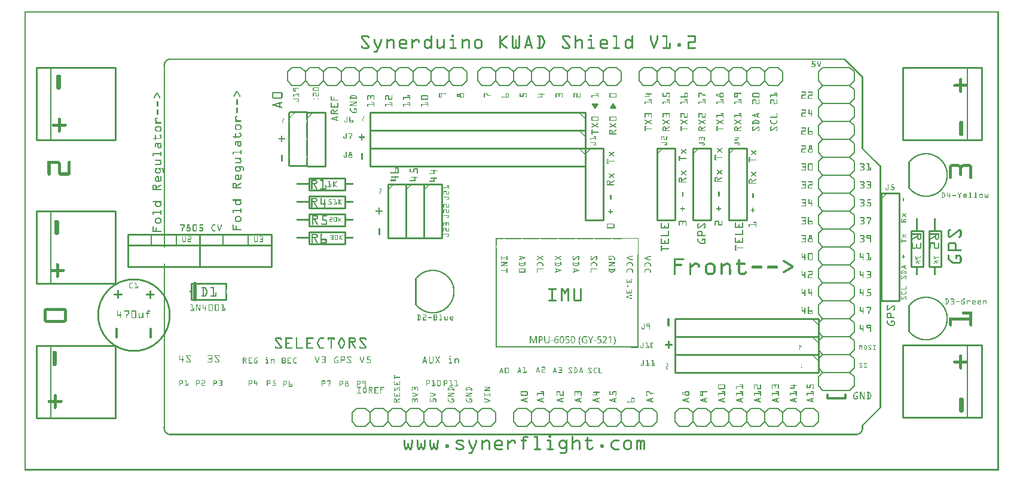
<source format=gto>
G04 MADE WITH FRITZING*
G04 WWW.FRITZING.ORG*
G04 DOUBLE SIDED*
G04 HOLES PLATED*
G04 CONTOUR ON CENTER OF CONTOUR VECTOR*
%ASAXBY*%
%FSLAX23Y23*%
%MOIN*%
%OFA0B0*%
%SFA1.0B1.0*%
%ADD10C,0.410000X0.39*%
%ADD11C,0.010000*%
%ADD12C,0.020000*%
%ADD13C,0.006000*%
%ADD14C,0.012000*%
%ADD15C,0.005000*%
%ADD16R,0.001000X0.001000*%
%LNSILK1*%
G90*
G70*
G54D10*
X610Y866D03*
G54D11*
X1576Y1697D02*
X1676Y1697D01*
D02*
X1676Y1697D02*
X1676Y1997D01*
D02*
X1676Y1997D02*
X1576Y1997D01*
D02*
X930Y1042D02*
X1125Y1042D01*
D02*
X1125Y952D02*
X930Y952D01*
D02*
X930Y952D02*
X930Y1042D01*
G54D12*
D02*
X950Y952D02*
X950Y1042D01*
G54D11*
D02*
X3126Y1897D02*
X1926Y1897D01*
D02*
X1926Y1897D02*
X1926Y1797D01*
D02*
X1926Y1797D02*
X3126Y1797D01*
D02*
X3126Y1797D02*
X3126Y1897D01*
D02*
X3126Y1797D02*
X1926Y1797D01*
D02*
X1926Y1797D02*
X1926Y1697D01*
D02*
X1926Y1697D02*
X3126Y1697D01*
D02*
X3126Y1697D02*
X3126Y1797D01*
D02*
X3126Y1997D02*
X1926Y1997D01*
D02*
X1926Y1997D02*
X1926Y1897D01*
D02*
X1926Y1897D02*
X3126Y1897D01*
D02*
X3126Y1897D02*
X3126Y1997D01*
D02*
X4426Y647D02*
X3626Y647D01*
D02*
X3626Y647D02*
X3626Y547D01*
D02*
X3626Y547D02*
X4426Y547D01*
D02*
X4426Y547D02*
X4426Y647D01*
D02*
X4426Y747D02*
X3626Y747D01*
D02*
X3626Y747D02*
X3626Y647D01*
D02*
X3626Y647D02*
X4426Y647D01*
D02*
X4426Y647D02*
X4426Y747D01*
D02*
X4426Y847D02*
X3626Y847D01*
D02*
X3626Y847D02*
X3626Y747D01*
D02*
X3626Y747D02*
X4426Y747D01*
D02*
X4426Y747D02*
X4426Y847D01*
D02*
X1586Y1630D02*
X1786Y1630D01*
D02*
X1786Y1630D02*
X1786Y1564D01*
D02*
X1786Y1564D02*
X1586Y1564D01*
D02*
X1586Y1564D02*
X1586Y1630D01*
G54D13*
D02*
X4251Y347D02*
X4301Y347D01*
D02*
X4301Y347D02*
X4326Y322D01*
D02*
X4326Y322D02*
X4326Y272D01*
D02*
X4326Y272D02*
X4301Y247D01*
D02*
X4126Y322D02*
X4151Y347D01*
D02*
X4151Y347D02*
X4201Y347D01*
D02*
X4201Y347D02*
X4226Y322D01*
D02*
X4226Y322D02*
X4226Y272D01*
D02*
X4226Y272D02*
X4201Y247D01*
D02*
X4201Y247D02*
X4151Y247D01*
D02*
X4151Y247D02*
X4126Y272D01*
D02*
X4251Y347D02*
X4226Y322D01*
D02*
X4226Y272D02*
X4251Y247D01*
D02*
X4301Y247D02*
X4251Y247D01*
D02*
X3951Y347D02*
X4001Y347D01*
D02*
X4001Y347D02*
X4026Y322D01*
D02*
X4026Y322D02*
X4026Y272D01*
D02*
X4026Y272D02*
X4001Y247D01*
D02*
X4026Y322D02*
X4051Y347D01*
D02*
X4051Y347D02*
X4101Y347D01*
D02*
X4101Y347D02*
X4126Y322D01*
D02*
X4126Y322D02*
X4126Y272D01*
D02*
X4126Y272D02*
X4101Y247D01*
D02*
X4101Y247D02*
X4051Y247D01*
D02*
X4051Y247D02*
X4026Y272D01*
D02*
X3826Y322D02*
X3851Y347D01*
D02*
X3851Y347D02*
X3901Y347D01*
D02*
X3901Y347D02*
X3926Y322D01*
D02*
X3926Y322D02*
X3926Y272D01*
D02*
X3926Y272D02*
X3901Y247D01*
D02*
X3901Y247D02*
X3851Y247D01*
D02*
X3851Y247D02*
X3826Y272D01*
D02*
X3951Y347D02*
X3926Y322D01*
D02*
X3926Y272D02*
X3951Y247D01*
D02*
X4001Y247D02*
X3951Y247D01*
D02*
X3651Y347D02*
X3701Y347D01*
D02*
X3701Y347D02*
X3726Y322D01*
D02*
X3726Y322D02*
X3726Y272D01*
D02*
X3726Y272D02*
X3701Y247D01*
D02*
X3726Y322D02*
X3751Y347D01*
D02*
X3751Y347D02*
X3801Y347D01*
D02*
X3801Y347D02*
X3826Y322D01*
D02*
X3826Y322D02*
X3826Y272D01*
D02*
X3826Y272D02*
X3801Y247D01*
D02*
X3801Y247D02*
X3751Y247D01*
D02*
X3751Y247D02*
X3726Y272D01*
D02*
X3626Y322D02*
X3626Y272D01*
D02*
X3651Y347D02*
X3626Y322D01*
D02*
X3626Y272D02*
X3651Y247D01*
D02*
X3701Y247D02*
X3651Y247D01*
D02*
X4351Y347D02*
X4401Y347D01*
D02*
X4401Y347D02*
X4426Y322D01*
D02*
X4426Y322D02*
X4426Y272D01*
D02*
X4426Y272D02*
X4401Y247D01*
D02*
X4351Y347D02*
X4326Y322D01*
D02*
X4326Y272D02*
X4351Y247D01*
D02*
X4401Y247D02*
X4351Y247D01*
D02*
X3351Y347D02*
X3401Y347D01*
D02*
X3401Y347D02*
X3426Y322D01*
D02*
X3426Y322D02*
X3426Y272D01*
D02*
X3426Y272D02*
X3401Y247D01*
D02*
X3226Y322D02*
X3251Y347D01*
D02*
X3251Y347D02*
X3301Y347D01*
D02*
X3301Y347D02*
X3326Y322D01*
D02*
X3326Y322D02*
X3326Y272D01*
D02*
X3326Y272D02*
X3301Y247D01*
D02*
X3301Y247D02*
X3251Y247D01*
D02*
X3251Y247D02*
X3226Y272D01*
D02*
X3351Y347D02*
X3326Y322D01*
D02*
X3326Y272D02*
X3351Y247D01*
D02*
X3401Y247D02*
X3351Y247D01*
D02*
X3051Y347D02*
X3101Y347D01*
D02*
X3101Y347D02*
X3126Y322D01*
D02*
X3126Y322D02*
X3126Y272D01*
D02*
X3126Y272D02*
X3101Y247D01*
D02*
X3126Y322D02*
X3151Y347D01*
D02*
X3151Y347D02*
X3201Y347D01*
D02*
X3201Y347D02*
X3226Y322D01*
D02*
X3226Y322D02*
X3226Y272D01*
D02*
X3226Y272D02*
X3201Y247D01*
D02*
X3201Y247D02*
X3151Y247D01*
D02*
X3151Y247D02*
X3126Y272D01*
D02*
X2926Y322D02*
X2951Y347D01*
D02*
X2951Y347D02*
X3001Y347D01*
D02*
X3001Y347D02*
X3026Y322D01*
D02*
X3026Y322D02*
X3026Y272D01*
D02*
X3026Y272D02*
X3001Y247D01*
D02*
X3001Y247D02*
X2951Y247D01*
D02*
X2951Y247D02*
X2926Y272D01*
D02*
X3051Y347D02*
X3026Y322D01*
D02*
X3026Y272D02*
X3051Y247D01*
D02*
X3101Y247D02*
X3051Y247D01*
D02*
X2751Y347D02*
X2801Y347D01*
D02*
X2801Y347D02*
X2826Y322D01*
D02*
X2826Y322D02*
X2826Y272D01*
D02*
X2826Y272D02*
X2801Y247D01*
D02*
X2826Y322D02*
X2851Y347D01*
D02*
X2851Y347D02*
X2901Y347D01*
D02*
X2901Y347D02*
X2926Y322D01*
D02*
X2926Y322D02*
X2926Y272D01*
D02*
X2926Y272D02*
X2901Y247D01*
D02*
X2901Y247D02*
X2851Y247D01*
D02*
X2851Y247D02*
X2826Y272D01*
D02*
X2726Y322D02*
X2726Y272D01*
D02*
X2751Y347D02*
X2726Y322D01*
D02*
X2726Y272D02*
X2751Y247D01*
D02*
X2801Y247D02*
X2751Y247D01*
D02*
X3451Y347D02*
X3501Y347D01*
D02*
X3501Y347D02*
X3526Y322D01*
D02*
X3526Y322D02*
X3526Y272D01*
D02*
X3526Y272D02*
X3501Y247D01*
D02*
X3451Y347D02*
X3426Y322D01*
D02*
X3426Y272D02*
X3451Y247D01*
D02*
X3501Y247D02*
X3451Y247D01*
D02*
X3601Y2147D02*
X3551Y2147D01*
D02*
X3551Y2147D02*
X3526Y2172D01*
D02*
X3526Y2172D02*
X3526Y2222D01*
D02*
X3526Y2222D02*
X3551Y2247D01*
D02*
X3726Y2172D02*
X3701Y2147D01*
D02*
X3701Y2147D02*
X3651Y2147D01*
D02*
X3651Y2147D02*
X3626Y2172D01*
D02*
X3626Y2172D02*
X3626Y2222D01*
D02*
X3626Y2222D02*
X3651Y2247D01*
D02*
X3651Y2247D02*
X3701Y2247D01*
D02*
X3701Y2247D02*
X3726Y2222D01*
D02*
X3601Y2147D02*
X3626Y2172D01*
D02*
X3626Y2222D02*
X3601Y2247D01*
D02*
X3551Y2247D02*
X3601Y2247D01*
D02*
X3901Y2147D02*
X3851Y2147D01*
D02*
X3851Y2147D02*
X3826Y2172D01*
D02*
X3826Y2172D02*
X3826Y2222D01*
D02*
X3826Y2222D02*
X3851Y2247D01*
D02*
X3826Y2172D02*
X3801Y2147D01*
D02*
X3801Y2147D02*
X3751Y2147D01*
D02*
X3751Y2147D02*
X3726Y2172D01*
D02*
X3726Y2172D02*
X3726Y2222D01*
D02*
X3726Y2222D02*
X3751Y2247D01*
D02*
X3751Y2247D02*
X3801Y2247D01*
D02*
X3801Y2247D02*
X3826Y2222D01*
D02*
X4026Y2172D02*
X4001Y2147D01*
D02*
X4001Y2147D02*
X3951Y2147D01*
D02*
X3951Y2147D02*
X3926Y2172D01*
D02*
X3926Y2172D02*
X3926Y2222D01*
D02*
X3926Y2222D02*
X3951Y2247D01*
D02*
X3951Y2247D02*
X4001Y2247D01*
D02*
X4001Y2247D02*
X4026Y2222D01*
D02*
X3901Y2147D02*
X3926Y2172D01*
D02*
X3926Y2222D02*
X3901Y2247D01*
D02*
X3851Y2247D02*
X3901Y2247D01*
D02*
X4201Y2147D02*
X4151Y2147D01*
D02*
X4151Y2147D02*
X4126Y2172D01*
D02*
X4126Y2172D02*
X4126Y2222D01*
D02*
X4126Y2222D02*
X4151Y2247D01*
D02*
X4126Y2172D02*
X4101Y2147D01*
D02*
X4101Y2147D02*
X4051Y2147D01*
D02*
X4051Y2147D02*
X4026Y2172D01*
D02*
X4026Y2172D02*
X4026Y2222D01*
D02*
X4026Y2222D02*
X4051Y2247D01*
D02*
X4051Y2247D02*
X4101Y2247D01*
D02*
X4101Y2247D02*
X4126Y2222D01*
D02*
X4226Y2172D02*
X4226Y2222D01*
D02*
X4201Y2147D02*
X4226Y2172D01*
D02*
X4226Y2222D02*
X4201Y2247D01*
D02*
X4151Y2247D02*
X4201Y2247D01*
D02*
X3501Y2147D02*
X3451Y2147D01*
D02*
X3451Y2147D02*
X3426Y2172D01*
D02*
X3426Y2172D02*
X3426Y2222D01*
D02*
X3426Y2222D02*
X3451Y2247D01*
D02*
X3501Y2147D02*
X3526Y2172D01*
D02*
X3526Y2222D02*
X3501Y2247D01*
D02*
X3451Y2247D02*
X3501Y2247D01*
D02*
X2266Y2222D02*
X2291Y2247D01*
D02*
X2291Y2247D02*
X2341Y2247D01*
D02*
X2341Y2247D02*
X2366Y2222D01*
D02*
X2366Y2222D02*
X2366Y2172D01*
D02*
X2366Y2172D02*
X2341Y2147D01*
D02*
X2341Y2147D02*
X2291Y2147D01*
D02*
X2291Y2147D02*
X2266Y2172D01*
D02*
X2091Y2247D02*
X2141Y2247D01*
D02*
X2141Y2247D02*
X2166Y2222D01*
D02*
X2166Y2222D02*
X2166Y2172D01*
D02*
X2166Y2172D02*
X2141Y2147D01*
D02*
X2166Y2222D02*
X2191Y2247D01*
D02*
X2191Y2247D02*
X2241Y2247D01*
D02*
X2241Y2247D02*
X2266Y2222D01*
D02*
X2266Y2222D02*
X2266Y2172D01*
D02*
X2266Y2172D02*
X2241Y2147D01*
D02*
X2241Y2147D02*
X2191Y2147D01*
D02*
X2191Y2147D02*
X2166Y2172D01*
D02*
X1966Y2222D02*
X1991Y2247D01*
D02*
X1991Y2247D02*
X2041Y2247D01*
D02*
X2041Y2247D02*
X2066Y2222D01*
D02*
X2066Y2222D02*
X2066Y2172D01*
D02*
X2066Y2172D02*
X2041Y2147D01*
D02*
X2041Y2147D02*
X1991Y2147D01*
D02*
X1991Y2147D02*
X1966Y2172D01*
D02*
X2091Y2247D02*
X2066Y2222D01*
D02*
X2066Y2172D02*
X2091Y2147D01*
D02*
X2141Y2147D02*
X2091Y2147D01*
D02*
X1791Y2247D02*
X1841Y2247D01*
D02*
X1841Y2247D02*
X1866Y2222D01*
D02*
X1866Y2222D02*
X1866Y2172D01*
D02*
X1866Y2172D02*
X1841Y2147D01*
D02*
X1866Y2222D02*
X1891Y2247D01*
D02*
X1891Y2247D02*
X1941Y2247D01*
D02*
X1941Y2247D02*
X1966Y2222D01*
D02*
X1966Y2222D02*
X1966Y2172D01*
D02*
X1966Y2172D02*
X1941Y2147D01*
D02*
X1941Y2147D02*
X1891Y2147D01*
D02*
X1891Y2147D02*
X1866Y2172D01*
D02*
X1666Y2222D02*
X1691Y2247D01*
D02*
X1691Y2247D02*
X1741Y2247D01*
D02*
X1741Y2247D02*
X1766Y2222D01*
D02*
X1766Y2222D02*
X1766Y2172D01*
D02*
X1766Y2172D02*
X1741Y2147D01*
D02*
X1741Y2147D02*
X1691Y2147D01*
D02*
X1691Y2147D02*
X1666Y2172D01*
D02*
X1791Y2247D02*
X1766Y2222D01*
D02*
X1766Y2172D02*
X1791Y2147D01*
D02*
X1841Y2147D02*
X1791Y2147D01*
D02*
X1491Y2247D02*
X1541Y2247D01*
D02*
X1541Y2247D02*
X1566Y2222D01*
D02*
X1566Y2222D02*
X1566Y2172D01*
D02*
X1566Y2172D02*
X1541Y2147D01*
D02*
X1566Y2222D02*
X1591Y2247D01*
D02*
X1591Y2247D02*
X1641Y2247D01*
D02*
X1641Y2247D02*
X1666Y2222D01*
D02*
X1666Y2222D02*
X1666Y2172D01*
D02*
X1666Y2172D02*
X1641Y2147D01*
D02*
X1641Y2147D02*
X1591Y2147D01*
D02*
X1591Y2147D02*
X1566Y2172D01*
D02*
X1466Y2222D02*
X1466Y2172D01*
D02*
X1491Y2247D02*
X1466Y2222D01*
D02*
X1466Y2172D02*
X1491Y2147D01*
D02*
X1541Y2147D02*
X1491Y2147D01*
D02*
X2391Y2247D02*
X2441Y2247D01*
D02*
X2441Y2247D02*
X2466Y2222D01*
D02*
X2466Y2222D02*
X2466Y2172D01*
D02*
X2466Y2172D02*
X2441Y2147D01*
D02*
X2391Y2247D02*
X2366Y2222D01*
D02*
X2366Y2172D02*
X2391Y2147D01*
D02*
X2441Y2147D02*
X2391Y2147D01*
D02*
X2451Y347D02*
X2501Y347D01*
D02*
X2501Y347D02*
X2526Y322D01*
D02*
X2526Y322D02*
X2526Y272D01*
D02*
X2526Y272D02*
X2501Y247D01*
D02*
X2326Y322D02*
X2351Y347D01*
D02*
X2351Y347D02*
X2401Y347D01*
D02*
X2401Y347D02*
X2426Y322D01*
D02*
X2426Y322D02*
X2426Y272D01*
D02*
X2426Y272D02*
X2401Y247D01*
D02*
X2401Y247D02*
X2351Y247D01*
D02*
X2351Y247D02*
X2326Y272D01*
D02*
X2451Y347D02*
X2426Y322D01*
D02*
X2426Y272D02*
X2451Y247D01*
D02*
X2501Y247D02*
X2451Y247D01*
D02*
X2151Y347D02*
X2201Y347D01*
D02*
X2201Y347D02*
X2226Y322D01*
D02*
X2226Y322D02*
X2226Y272D01*
D02*
X2226Y272D02*
X2201Y247D01*
D02*
X2226Y322D02*
X2251Y347D01*
D02*
X2251Y347D02*
X2301Y347D01*
D02*
X2301Y347D02*
X2326Y322D01*
D02*
X2326Y322D02*
X2326Y272D01*
D02*
X2326Y272D02*
X2301Y247D01*
D02*
X2301Y247D02*
X2251Y247D01*
D02*
X2251Y247D02*
X2226Y272D01*
D02*
X2026Y322D02*
X2051Y347D01*
D02*
X2051Y347D02*
X2101Y347D01*
D02*
X2101Y347D02*
X2126Y322D01*
D02*
X2126Y322D02*
X2126Y272D01*
D02*
X2126Y272D02*
X2101Y247D01*
D02*
X2101Y247D02*
X2051Y247D01*
D02*
X2051Y247D02*
X2026Y272D01*
D02*
X2151Y347D02*
X2126Y322D01*
D02*
X2126Y272D02*
X2151Y247D01*
D02*
X2201Y247D02*
X2151Y247D01*
D02*
X1851Y347D02*
X1901Y347D01*
D02*
X1901Y347D02*
X1926Y322D01*
D02*
X1926Y322D02*
X1926Y272D01*
D02*
X1926Y272D02*
X1901Y247D01*
D02*
X1926Y322D02*
X1951Y347D01*
D02*
X1951Y347D02*
X2001Y347D01*
D02*
X2001Y347D02*
X2026Y322D01*
D02*
X2026Y322D02*
X2026Y272D01*
D02*
X2026Y272D02*
X2001Y247D01*
D02*
X2001Y247D02*
X1951Y247D01*
D02*
X1951Y247D02*
X1926Y272D01*
D02*
X1826Y322D02*
X1826Y272D01*
D02*
X1851Y347D02*
X1826Y322D01*
D02*
X1826Y272D02*
X1851Y247D01*
D02*
X1901Y247D02*
X1851Y247D01*
D02*
X2551Y347D02*
X2601Y347D01*
D02*
X2601Y347D02*
X2626Y322D01*
D02*
X2626Y322D02*
X2626Y272D01*
D02*
X2626Y272D02*
X2601Y247D01*
D02*
X2551Y347D02*
X2526Y322D01*
D02*
X2526Y272D02*
X2551Y247D01*
D02*
X2601Y247D02*
X2551Y247D01*
D02*
X2701Y2147D02*
X2651Y2147D01*
D02*
X2651Y2147D02*
X2626Y2172D01*
D02*
X2626Y2172D02*
X2626Y2222D01*
D02*
X2626Y2222D02*
X2651Y2247D01*
D02*
X2826Y2172D02*
X2801Y2147D01*
D02*
X2801Y2147D02*
X2751Y2147D01*
D02*
X2751Y2147D02*
X2726Y2172D01*
D02*
X2726Y2172D02*
X2726Y2222D01*
D02*
X2726Y2222D02*
X2751Y2247D01*
D02*
X2751Y2247D02*
X2801Y2247D01*
D02*
X2801Y2247D02*
X2826Y2222D01*
D02*
X2701Y2147D02*
X2726Y2172D01*
D02*
X2726Y2222D02*
X2701Y2247D01*
D02*
X2651Y2247D02*
X2701Y2247D01*
D02*
X3001Y2147D02*
X2951Y2147D01*
D02*
X2951Y2147D02*
X2926Y2172D01*
D02*
X2926Y2172D02*
X2926Y2222D01*
D02*
X2926Y2222D02*
X2951Y2247D01*
D02*
X2926Y2172D02*
X2901Y2147D01*
D02*
X2901Y2147D02*
X2851Y2147D01*
D02*
X2851Y2147D02*
X2826Y2172D01*
D02*
X2826Y2172D02*
X2826Y2222D01*
D02*
X2826Y2222D02*
X2851Y2247D01*
D02*
X2851Y2247D02*
X2901Y2247D01*
D02*
X2901Y2247D02*
X2926Y2222D01*
D02*
X3126Y2172D02*
X3101Y2147D01*
D02*
X3101Y2147D02*
X3051Y2147D01*
D02*
X3051Y2147D02*
X3026Y2172D01*
D02*
X3026Y2172D02*
X3026Y2222D01*
D02*
X3026Y2222D02*
X3051Y2247D01*
D02*
X3051Y2247D02*
X3101Y2247D01*
D02*
X3101Y2247D02*
X3126Y2222D01*
D02*
X3001Y2147D02*
X3026Y2172D01*
D02*
X3026Y2222D02*
X3001Y2247D01*
D02*
X2951Y2247D02*
X3001Y2247D01*
D02*
X3301Y2147D02*
X3251Y2147D01*
D02*
X3251Y2147D02*
X3226Y2172D01*
D02*
X3226Y2172D02*
X3226Y2222D01*
D02*
X3226Y2222D02*
X3251Y2247D01*
D02*
X3226Y2172D02*
X3201Y2147D01*
D02*
X3201Y2147D02*
X3151Y2147D01*
D02*
X3151Y2147D02*
X3126Y2172D01*
D02*
X3126Y2172D02*
X3126Y2222D01*
D02*
X3126Y2222D02*
X3151Y2247D01*
D02*
X3151Y2247D02*
X3201Y2247D01*
D02*
X3201Y2247D02*
X3226Y2222D01*
D02*
X3326Y2172D02*
X3326Y2222D01*
D02*
X3301Y2147D02*
X3326Y2172D01*
D02*
X3326Y2222D02*
X3301Y2247D01*
D02*
X3251Y2247D02*
X3301Y2247D01*
D02*
X2601Y2147D02*
X2551Y2147D01*
D02*
X2551Y2147D02*
X2526Y2172D01*
D02*
X2526Y2172D02*
X2526Y2222D01*
D02*
X2526Y2222D02*
X2551Y2247D01*
D02*
X2601Y2147D02*
X2626Y2172D01*
D02*
X2626Y2222D02*
X2601Y2247D01*
D02*
X2551Y2247D02*
X2601Y2247D01*
D02*
X4451Y2247D02*
X4426Y2222D01*
D02*
X4426Y2222D02*
X4426Y2172D01*
D02*
X4426Y2172D02*
X4451Y2147D01*
D02*
X4451Y2147D02*
X4426Y2122D01*
D02*
X4426Y2122D02*
X4426Y2072D01*
D02*
X4426Y2072D02*
X4451Y2047D01*
D02*
X4451Y2047D02*
X4426Y2022D01*
D02*
X4426Y2022D02*
X4426Y1972D01*
D02*
X4426Y1972D02*
X4451Y1947D01*
D02*
X4451Y1947D02*
X4426Y1922D01*
D02*
X4426Y1922D02*
X4426Y1872D01*
D02*
X4426Y1872D02*
X4451Y1847D01*
D02*
X4451Y1847D02*
X4426Y1822D01*
D02*
X4426Y1822D02*
X4426Y1772D01*
D02*
X4426Y1772D02*
X4451Y1747D01*
D02*
X4451Y1747D02*
X4426Y1722D01*
D02*
X4426Y1722D02*
X4426Y1672D01*
D02*
X4426Y1672D02*
X4451Y1647D01*
D02*
X4451Y2247D02*
X4601Y2247D01*
D02*
X4601Y2247D02*
X4626Y2222D01*
D02*
X4626Y2222D02*
X4626Y2172D01*
D02*
X4626Y2172D02*
X4601Y2147D01*
D02*
X4601Y2147D02*
X4626Y2122D01*
D02*
X4626Y2122D02*
X4626Y2072D01*
D02*
X4626Y2072D02*
X4601Y2047D01*
D02*
X4601Y2047D02*
X4626Y2022D01*
D02*
X4626Y2022D02*
X4626Y1972D01*
D02*
X4626Y1972D02*
X4601Y1947D01*
D02*
X4601Y1947D02*
X4626Y1922D01*
D02*
X4626Y1922D02*
X4626Y1872D01*
D02*
X4626Y1872D02*
X4601Y1847D01*
D02*
X4601Y1847D02*
X4626Y1822D01*
D02*
X4626Y1822D02*
X4626Y1772D01*
D02*
X4626Y1772D02*
X4601Y1747D01*
D02*
X4601Y1747D02*
X4626Y1722D01*
D02*
X4626Y1722D02*
X4626Y1672D01*
D02*
X4626Y1672D02*
X4601Y1647D01*
D02*
X4601Y1647D02*
X4626Y1622D01*
D02*
X4626Y1622D02*
X4626Y1572D01*
D02*
X4626Y1572D02*
X4601Y1547D01*
D02*
X4601Y1547D02*
X4626Y1522D01*
D02*
X4626Y1522D02*
X4626Y1472D01*
D02*
X4626Y1472D02*
X4601Y1447D01*
D02*
X4601Y1447D02*
X4626Y1422D01*
D02*
X4626Y1422D02*
X4626Y1372D01*
D02*
X4626Y1372D02*
X4601Y1347D01*
D02*
X4601Y1347D02*
X4626Y1322D01*
D02*
X4626Y1322D02*
X4626Y1272D01*
D02*
X4626Y1272D02*
X4601Y1247D01*
D02*
X4601Y1247D02*
X4626Y1222D01*
D02*
X4626Y1222D02*
X4626Y1172D01*
D02*
X4626Y1172D02*
X4601Y1147D01*
D02*
X4601Y1147D02*
X4626Y1122D01*
D02*
X4626Y1122D02*
X4626Y1072D01*
D02*
X4601Y1047D02*
X4626Y1072D01*
D02*
X4601Y1047D02*
X4626Y1022D01*
D02*
X4626Y972D02*
X4626Y1022D01*
D02*
X4626Y972D02*
X4601Y947D01*
D02*
X4601Y947D02*
X4626Y922D01*
D02*
X4626Y872D02*
X4626Y922D01*
D02*
X4626Y872D02*
X4601Y847D01*
D02*
X4601Y847D02*
X4626Y822D01*
D02*
X4626Y772D02*
X4626Y822D01*
D02*
X4626Y772D02*
X4601Y747D01*
D02*
X4601Y747D02*
X4626Y722D01*
D02*
X4626Y672D02*
X4626Y722D01*
D02*
X4626Y672D02*
X4601Y647D01*
D02*
X4601Y647D02*
X4626Y622D01*
D02*
X4626Y572D02*
X4626Y622D01*
D02*
X4626Y572D02*
X4601Y547D01*
D02*
X4601Y547D02*
X4626Y522D01*
D02*
X4626Y472D02*
X4626Y522D01*
D02*
X4626Y472D02*
X4601Y447D01*
D02*
X4451Y447D02*
X4426Y472D01*
D02*
X4426Y472D02*
X4426Y522D01*
D02*
X4451Y547D02*
X4426Y522D01*
D02*
X4451Y547D02*
X4426Y572D01*
D02*
X4426Y572D02*
X4426Y622D01*
D02*
X4451Y647D02*
X4426Y622D01*
D02*
X4451Y647D02*
X4426Y672D01*
D02*
X4426Y722D02*
X4426Y672D01*
D02*
X4426Y722D02*
X4451Y747D01*
D02*
X4451Y747D02*
X4426Y772D01*
D02*
X4426Y822D02*
X4426Y772D01*
D02*
X4426Y822D02*
X4451Y847D01*
D02*
X4451Y847D02*
X4426Y872D01*
D02*
X4426Y872D02*
X4426Y922D01*
D02*
X4451Y947D02*
X4426Y922D01*
D02*
X4451Y947D02*
X4426Y972D01*
D02*
X4426Y972D02*
X4426Y1022D01*
D02*
X4451Y1047D02*
X4426Y1022D01*
D02*
X4451Y1047D02*
X4426Y1072D01*
D02*
X4426Y1072D02*
X4426Y1122D01*
D02*
X4451Y1147D02*
X4426Y1122D01*
D02*
X4451Y1147D02*
X4426Y1172D01*
D02*
X4426Y1172D02*
X4426Y1222D01*
D02*
X4451Y1247D02*
X4426Y1222D01*
D02*
X4451Y1247D02*
X4426Y1272D01*
D02*
X4426Y1272D02*
X4426Y1322D01*
D02*
X4451Y1347D02*
X4426Y1322D01*
D02*
X4451Y1347D02*
X4426Y1372D01*
D02*
X4426Y1372D02*
X4426Y1422D01*
D02*
X4451Y1447D02*
X4426Y1422D01*
D02*
X4451Y1447D02*
X4426Y1472D01*
D02*
X4426Y1472D02*
X4426Y1522D01*
D02*
X4451Y1547D02*
X4426Y1522D01*
D02*
X4451Y1547D02*
X4426Y1572D01*
D02*
X4426Y1572D02*
X4426Y1622D01*
D02*
X4451Y1647D02*
X4426Y1622D01*
D02*
X4601Y2147D02*
X4451Y2147D01*
D02*
X4601Y2047D02*
X4451Y2047D01*
D02*
X4601Y1947D02*
X4451Y1947D01*
D02*
X4601Y1847D02*
X4451Y1847D01*
D02*
X4601Y1747D02*
X4451Y1747D01*
D02*
X4601Y1647D02*
X4451Y1647D01*
D02*
X4601Y1547D02*
X4451Y1547D01*
D02*
X4601Y1447D02*
X4451Y1447D01*
D02*
X4601Y1347D02*
X4451Y1347D01*
D02*
X4601Y1247D02*
X4451Y1247D01*
D02*
X4601Y1147D02*
X4451Y1147D01*
D02*
X4601Y1047D02*
X4451Y1047D01*
D02*
X4601Y947D02*
X4451Y947D01*
D02*
X4601Y847D02*
X4451Y847D01*
D02*
X4601Y747D02*
X4451Y747D01*
D02*
X4601Y647D02*
X4451Y647D01*
D02*
X4601Y547D02*
X4451Y547D01*
D02*
X4601Y447D02*
X4451Y447D01*
G54D14*
D02*
X4476Y422D02*
X4476Y402D01*
D02*
X4476Y402D02*
X4576Y402D01*
D02*
X4576Y402D02*
X4576Y422D01*
G54D11*
D02*
X5109Y1338D02*
X5109Y1138D01*
D02*
X5109Y1138D02*
X5043Y1138D01*
D02*
X5043Y1138D02*
X5043Y1338D01*
D02*
X5043Y1338D02*
X5109Y1338D01*
D02*
X5009Y1338D02*
X5009Y1138D01*
D02*
X5009Y1138D02*
X4943Y1138D01*
D02*
X4943Y1138D02*
X4943Y1338D01*
D02*
X4943Y1338D02*
X5009Y1338D01*
D02*
X2026Y1597D02*
X2026Y1297D01*
D02*
X2026Y1297D02*
X2126Y1297D01*
D02*
X2126Y1297D02*
X2126Y1597D01*
D02*
X2126Y1597D02*
X2026Y1597D01*
D02*
X2126Y1597D02*
X2126Y1297D01*
D02*
X2126Y1297D02*
X2226Y1297D01*
D02*
X2226Y1297D02*
X2226Y1597D01*
D02*
X2226Y1597D02*
X2126Y1597D01*
D02*
X2226Y1597D02*
X2226Y1297D01*
D02*
X2226Y1297D02*
X2326Y1297D01*
D02*
X2326Y1297D02*
X2326Y1597D01*
D02*
X2326Y1597D02*
X2226Y1597D01*
D02*
X4776Y1547D02*
X4776Y947D01*
D02*
X4776Y947D02*
X4876Y947D01*
D02*
X4876Y947D02*
X4876Y1547D01*
D02*
X4876Y1547D02*
X4776Y1547D01*
D02*
X3126Y1797D02*
X3126Y1397D01*
D02*
X3126Y1397D02*
X3226Y1397D01*
D02*
X3226Y1397D02*
X3226Y1797D01*
D02*
X3226Y1797D02*
X3126Y1797D01*
D02*
X3526Y1797D02*
X3526Y1397D01*
D02*
X3526Y1397D02*
X3626Y1397D01*
D02*
X3626Y1397D02*
X3626Y1797D01*
D02*
X3626Y1797D02*
X3526Y1797D01*
D02*
X3726Y1797D02*
X3726Y1397D01*
D02*
X3726Y1397D02*
X3826Y1397D01*
D02*
X3826Y1397D02*
X3826Y1797D01*
D02*
X3826Y1797D02*
X3726Y1797D01*
D02*
X3926Y1797D02*
X3926Y1397D01*
D02*
X3926Y1397D02*
X4026Y1397D01*
D02*
X4026Y1397D02*
X4026Y1797D01*
D02*
X4026Y1797D02*
X3926Y1797D01*
D02*
X506Y1044D02*
X506Y1447D01*
D02*
X506Y1447D02*
X66Y1447D01*
D02*
X66Y1447D02*
X66Y1044D01*
D02*
X66Y1044D02*
X506Y1044D01*
G54D15*
D02*
X146Y1447D02*
X146Y1044D01*
G54D11*
D02*
X506Y294D02*
X506Y697D01*
D02*
X506Y697D02*
X66Y697D01*
D02*
X66Y697D02*
X66Y294D01*
D02*
X66Y294D02*
X506Y294D01*
G54D15*
D02*
X146Y697D02*
X146Y294D01*
G54D11*
D02*
X4896Y701D02*
X4896Y297D01*
D02*
X4896Y297D02*
X5336Y297D01*
D02*
X5336Y297D02*
X5336Y701D01*
D02*
X5336Y701D02*
X4896Y701D01*
G54D15*
D02*
X5256Y297D02*
X5256Y701D01*
G54D11*
D02*
X506Y1844D02*
X506Y2247D01*
D02*
X506Y2247D02*
X66Y2247D01*
D02*
X66Y2247D02*
X66Y1844D01*
D02*
X66Y1844D02*
X506Y1844D01*
G54D15*
D02*
X146Y2247D02*
X146Y1844D01*
G54D11*
D02*
X4896Y2248D02*
X4896Y1844D01*
D02*
X4896Y1844D02*
X5336Y1844D01*
D02*
X5336Y1844D02*
X5336Y2248D01*
D02*
X5336Y2248D02*
X4896Y2248D01*
G54D15*
D02*
X5256Y1844D02*
X5256Y2248D01*
G54D11*
D02*
X1586Y1530D02*
X1786Y1530D01*
D02*
X1786Y1530D02*
X1786Y1464D01*
D02*
X1786Y1464D02*
X1586Y1464D01*
D02*
X1586Y1464D02*
X1586Y1530D01*
D02*
X1586Y1430D02*
X1786Y1430D01*
D02*
X1786Y1430D02*
X1786Y1364D01*
D02*
X1786Y1364D02*
X1586Y1364D01*
D02*
X1586Y1364D02*
X1586Y1430D01*
D02*
X1586Y1330D02*
X1786Y1330D01*
D02*
X1786Y1330D02*
X1786Y1264D01*
D02*
X1786Y1264D02*
X1586Y1264D01*
D02*
X1586Y1264D02*
X1586Y1330D01*
D02*
X976Y1317D02*
X1376Y1317D01*
D02*
X1376Y1317D02*
X1376Y1137D01*
D02*
X1376Y1137D02*
X976Y1137D01*
D02*
X976Y1137D02*
X976Y1317D01*
D02*
X976Y1317D02*
X1376Y1317D01*
D02*
X1376Y1317D02*
X1376Y1257D01*
D02*
X1376Y1257D02*
X976Y1257D01*
D02*
X976Y1257D02*
X976Y1317D01*
G54D15*
D02*
X1106Y1317D02*
X1106Y1257D01*
D02*
X1246Y1317D02*
X1246Y1257D01*
G54D11*
D02*
X576Y1317D02*
X976Y1317D01*
D02*
X976Y1317D02*
X976Y1137D01*
D02*
X976Y1137D02*
X576Y1137D01*
D02*
X576Y1137D02*
X576Y1317D01*
D02*
X576Y1317D02*
X976Y1317D01*
D02*
X976Y1317D02*
X976Y1257D01*
D02*
X976Y1257D02*
X576Y1257D01*
D02*
X576Y1257D02*
X576Y1317D01*
G54D15*
D02*
X706Y1317D02*
X706Y1257D01*
D02*
X846Y1317D02*
X846Y1257D01*
G54D16*
X0Y2559D02*
X5432Y2559D01*
X0Y2558D02*
X5432Y2558D01*
X0Y2557D02*
X5432Y2557D01*
X0Y2556D02*
X5432Y2556D01*
X0Y2555D02*
X5432Y2555D01*
X0Y2554D02*
X5432Y2554D01*
X0Y2553D02*
X5432Y2553D01*
X0Y2552D02*
X5432Y2552D01*
X0Y2551D02*
X7Y2551D01*
X5425Y2551D02*
X5432Y2551D01*
X0Y2550D02*
X7Y2550D01*
X5425Y2550D02*
X5432Y2550D01*
X0Y2549D02*
X7Y2549D01*
X5425Y2549D02*
X5432Y2549D01*
X0Y2548D02*
X7Y2548D01*
X5425Y2548D02*
X5432Y2548D01*
X0Y2547D02*
X7Y2547D01*
X5425Y2547D02*
X5432Y2547D01*
X0Y2546D02*
X7Y2546D01*
X5425Y2546D02*
X5432Y2546D01*
X0Y2545D02*
X7Y2545D01*
X5425Y2545D02*
X5432Y2545D01*
X0Y2544D02*
X7Y2544D01*
X5425Y2544D02*
X5432Y2544D01*
X0Y2543D02*
X7Y2543D01*
X5425Y2543D02*
X5432Y2543D01*
X0Y2542D02*
X7Y2542D01*
X5425Y2542D02*
X5432Y2542D01*
X0Y2541D02*
X7Y2541D01*
X5425Y2541D02*
X5432Y2541D01*
X0Y2540D02*
X7Y2540D01*
X5425Y2540D02*
X5432Y2540D01*
X0Y2539D02*
X7Y2539D01*
X5425Y2539D02*
X5432Y2539D01*
X0Y2538D02*
X7Y2538D01*
X5425Y2538D02*
X5432Y2538D01*
X0Y2537D02*
X7Y2537D01*
X5425Y2537D02*
X5432Y2537D01*
X0Y2536D02*
X7Y2536D01*
X5425Y2536D02*
X5432Y2536D01*
X0Y2535D02*
X7Y2535D01*
X5425Y2535D02*
X5432Y2535D01*
X0Y2534D02*
X7Y2534D01*
X5425Y2534D02*
X5432Y2534D01*
X0Y2533D02*
X7Y2533D01*
X5425Y2533D02*
X5432Y2533D01*
X0Y2532D02*
X7Y2532D01*
X5425Y2532D02*
X5432Y2532D01*
X0Y2531D02*
X7Y2531D01*
X5425Y2531D02*
X5432Y2531D01*
X0Y2530D02*
X7Y2530D01*
X5425Y2530D02*
X5432Y2530D01*
X0Y2529D02*
X7Y2529D01*
X5425Y2529D02*
X5432Y2529D01*
X0Y2528D02*
X7Y2528D01*
X5425Y2528D02*
X5432Y2528D01*
X0Y2527D02*
X7Y2527D01*
X5425Y2527D02*
X5432Y2527D01*
X0Y2526D02*
X7Y2526D01*
X5425Y2526D02*
X5432Y2526D01*
X0Y2525D02*
X7Y2525D01*
X5425Y2525D02*
X5432Y2525D01*
X0Y2524D02*
X7Y2524D01*
X5425Y2524D02*
X5432Y2524D01*
X0Y2523D02*
X7Y2523D01*
X5425Y2523D02*
X5432Y2523D01*
X0Y2522D02*
X7Y2522D01*
X5425Y2522D02*
X5432Y2522D01*
X0Y2521D02*
X7Y2521D01*
X5425Y2521D02*
X5432Y2521D01*
X0Y2520D02*
X7Y2520D01*
X5425Y2520D02*
X5432Y2520D01*
X0Y2519D02*
X7Y2519D01*
X5425Y2519D02*
X5432Y2519D01*
X0Y2518D02*
X7Y2518D01*
X5425Y2518D02*
X5432Y2518D01*
X0Y2517D02*
X7Y2517D01*
X5425Y2517D02*
X5432Y2517D01*
X0Y2516D02*
X7Y2516D01*
X5425Y2516D02*
X5432Y2516D01*
X0Y2515D02*
X7Y2515D01*
X5425Y2515D02*
X5432Y2515D01*
X0Y2514D02*
X7Y2514D01*
X5425Y2514D02*
X5432Y2514D01*
X0Y2513D02*
X7Y2513D01*
X5425Y2513D02*
X5432Y2513D01*
X0Y2512D02*
X7Y2512D01*
X5425Y2512D02*
X5432Y2512D01*
X0Y2511D02*
X7Y2511D01*
X5425Y2511D02*
X5432Y2511D01*
X0Y2510D02*
X7Y2510D01*
X5425Y2510D02*
X5432Y2510D01*
X0Y2509D02*
X7Y2509D01*
X5425Y2509D02*
X5432Y2509D01*
X0Y2508D02*
X7Y2508D01*
X5425Y2508D02*
X5432Y2508D01*
X0Y2507D02*
X7Y2507D01*
X5425Y2507D02*
X5432Y2507D01*
X0Y2506D02*
X7Y2506D01*
X5425Y2506D02*
X5432Y2506D01*
X0Y2505D02*
X7Y2505D01*
X5425Y2505D02*
X5432Y2505D01*
X0Y2504D02*
X7Y2504D01*
X5425Y2504D02*
X5432Y2504D01*
X0Y2503D02*
X7Y2503D01*
X5425Y2503D02*
X5432Y2503D01*
X0Y2502D02*
X7Y2502D01*
X5425Y2502D02*
X5432Y2502D01*
X0Y2501D02*
X7Y2501D01*
X5425Y2501D02*
X5432Y2501D01*
X0Y2500D02*
X7Y2500D01*
X5425Y2500D02*
X5432Y2500D01*
X0Y2499D02*
X7Y2499D01*
X5425Y2499D02*
X5432Y2499D01*
X0Y2498D02*
X7Y2498D01*
X5425Y2498D02*
X5432Y2498D01*
X0Y2497D02*
X7Y2497D01*
X5425Y2497D02*
X5432Y2497D01*
X0Y2496D02*
X7Y2496D01*
X5425Y2496D02*
X5432Y2496D01*
X0Y2495D02*
X7Y2495D01*
X5425Y2495D02*
X5432Y2495D01*
X0Y2494D02*
X7Y2494D01*
X5425Y2494D02*
X5432Y2494D01*
X0Y2493D02*
X7Y2493D01*
X5425Y2493D02*
X5432Y2493D01*
X0Y2492D02*
X7Y2492D01*
X5425Y2492D02*
X5432Y2492D01*
X0Y2491D02*
X7Y2491D01*
X5425Y2491D02*
X5432Y2491D01*
X0Y2490D02*
X7Y2490D01*
X5425Y2490D02*
X5432Y2490D01*
X0Y2489D02*
X7Y2489D01*
X5425Y2489D02*
X5432Y2489D01*
X0Y2488D02*
X7Y2488D01*
X5425Y2488D02*
X5432Y2488D01*
X0Y2487D02*
X7Y2487D01*
X5425Y2487D02*
X5432Y2487D01*
X0Y2486D02*
X7Y2486D01*
X5425Y2486D02*
X5432Y2486D01*
X0Y2485D02*
X7Y2485D01*
X5425Y2485D02*
X5432Y2485D01*
X0Y2484D02*
X7Y2484D01*
X5425Y2484D02*
X5432Y2484D01*
X0Y2483D02*
X7Y2483D01*
X5425Y2483D02*
X5432Y2483D01*
X0Y2482D02*
X7Y2482D01*
X5425Y2482D02*
X5432Y2482D01*
X0Y2481D02*
X7Y2481D01*
X5425Y2481D02*
X5432Y2481D01*
X0Y2480D02*
X7Y2480D01*
X5425Y2480D02*
X5432Y2480D01*
X0Y2479D02*
X7Y2479D01*
X5425Y2479D02*
X5432Y2479D01*
X0Y2478D02*
X7Y2478D01*
X5425Y2478D02*
X5432Y2478D01*
X0Y2477D02*
X7Y2477D01*
X5425Y2477D02*
X5432Y2477D01*
X0Y2476D02*
X7Y2476D01*
X5425Y2476D02*
X5432Y2476D01*
X0Y2475D02*
X7Y2475D01*
X5425Y2475D02*
X5432Y2475D01*
X0Y2474D02*
X7Y2474D01*
X5425Y2474D02*
X5432Y2474D01*
X0Y2473D02*
X7Y2473D01*
X5425Y2473D02*
X5432Y2473D01*
X0Y2472D02*
X7Y2472D01*
X5425Y2472D02*
X5432Y2472D01*
X0Y2471D02*
X7Y2471D01*
X5425Y2471D02*
X5432Y2471D01*
X0Y2470D02*
X7Y2470D01*
X5425Y2470D02*
X5432Y2470D01*
X0Y2469D02*
X7Y2469D01*
X5425Y2469D02*
X5432Y2469D01*
X0Y2468D02*
X7Y2468D01*
X5425Y2468D02*
X5432Y2468D01*
X0Y2467D02*
X7Y2467D01*
X5425Y2467D02*
X5432Y2467D01*
X0Y2466D02*
X7Y2466D01*
X5425Y2466D02*
X5432Y2466D01*
X0Y2465D02*
X7Y2465D01*
X5425Y2465D02*
X5432Y2465D01*
X0Y2464D02*
X7Y2464D01*
X5425Y2464D02*
X5432Y2464D01*
X0Y2463D02*
X7Y2463D01*
X5425Y2463D02*
X5432Y2463D01*
X0Y2462D02*
X7Y2462D01*
X5425Y2462D02*
X5432Y2462D01*
X0Y2461D02*
X7Y2461D01*
X5425Y2461D02*
X5432Y2461D01*
X0Y2460D02*
X7Y2460D01*
X5425Y2460D02*
X5432Y2460D01*
X0Y2459D02*
X7Y2459D01*
X5425Y2459D02*
X5432Y2459D01*
X0Y2458D02*
X7Y2458D01*
X5425Y2458D02*
X5432Y2458D01*
X0Y2457D02*
X7Y2457D01*
X5425Y2457D02*
X5432Y2457D01*
X0Y2456D02*
X7Y2456D01*
X5425Y2456D02*
X5432Y2456D01*
X0Y2455D02*
X7Y2455D01*
X5425Y2455D02*
X5432Y2455D01*
X0Y2454D02*
X7Y2454D01*
X5425Y2454D02*
X5432Y2454D01*
X0Y2453D02*
X7Y2453D01*
X5425Y2453D02*
X5432Y2453D01*
X0Y2452D02*
X7Y2452D01*
X5425Y2452D02*
X5432Y2452D01*
X0Y2451D02*
X7Y2451D01*
X5425Y2451D02*
X5432Y2451D01*
X0Y2450D02*
X7Y2450D01*
X5425Y2450D02*
X5432Y2450D01*
X0Y2449D02*
X7Y2449D01*
X5425Y2449D02*
X5432Y2449D01*
X0Y2448D02*
X7Y2448D01*
X5425Y2448D02*
X5432Y2448D01*
X0Y2447D02*
X7Y2447D01*
X5425Y2447D02*
X5432Y2447D01*
X0Y2446D02*
X7Y2446D01*
X5425Y2446D02*
X5432Y2446D01*
X0Y2445D02*
X7Y2445D01*
X5425Y2445D02*
X5432Y2445D01*
X0Y2444D02*
X7Y2444D01*
X5425Y2444D02*
X5432Y2444D01*
X0Y2443D02*
X7Y2443D01*
X5425Y2443D02*
X5432Y2443D01*
X0Y2442D02*
X7Y2442D01*
X5425Y2442D02*
X5432Y2442D01*
X0Y2441D02*
X7Y2441D01*
X5425Y2441D02*
X5432Y2441D01*
X0Y2440D02*
X7Y2440D01*
X5425Y2440D02*
X5432Y2440D01*
X0Y2439D02*
X7Y2439D01*
X5425Y2439D02*
X5432Y2439D01*
X0Y2438D02*
X7Y2438D01*
X5425Y2438D02*
X5432Y2438D01*
X0Y2437D02*
X7Y2437D01*
X5425Y2437D02*
X5432Y2437D01*
X0Y2436D02*
X7Y2436D01*
X5425Y2436D02*
X5432Y2436D01*
X0Y2435D02*
X7Y2435D01*
X5425Y2435D02*
X5432Y2435D01*
X0Y2434D02*
X7Y2434D01*
X5425Y2434D02*
X5432Y2434D01*
X0Y2433D02*
X7Y2433D01*
X5425Y2433D02*
X5432Y2433D01*
X0Y2432D02*
X7Y2432D01*
X5425Y2432D02*
X5432Y2432D01*
X0Y2431D02*
X7Y2431D01*
X5425Y2431D02*
X5432Y2431D01*
X0Y2430D02*
X7Y2430D01*
X2383Y2430D02*
X2392Y2430D01*
X3153Y2430D02*
X3162Y2430D01*
X5425Y2430D02*
X5432Y2430D01*
X0Y2429D02*
X7Y2429D01*
X2382Y2429D02*
X2393Y2429D01*
X3152Y2429D02*
X3163Y2429D01*
X5425Y2429D02*
X5432Y2429D01*
X0Y2428D02*
X7Y2428D01*
X2381Y2428D02*
X2394Y2428D01*
X3151Y2428D02*
X3164Y2428D01*
X5425Y2428D02*
X5432Y2428D01*
X0Y2427D02*
X7Y2427D01*
X2381Y2427D02*
X2394Y2427D01*
X3151Y2427D02*
X3164Y2427D01*
X5425Y2427D02*
X5432Y2427D01*
X0Y2426D02*
X7Y2426D01*
X1884Y2426D02*
X1914Y2426D01*
X2268Y2426D02*
X2271Y2426D01*
X2381Y2426D02*
X2394Y2426D01*
X2649Y2426D02*
X2652Y2426D01*
X2688Y2426D02*
X2691Y2426D01*
X2719Y2426D02*
X2722Y2426D01*
X2758Y2426D02*
X2761Y2426D01*
X2808Y2426D02*
X2812Y2426D01*
X2859Y2426D02*
X2882Y2426D01*
X3004Y2426D02*
X3034Y2426D01*
X3069Y2426D02*
X3072Y2426D01*
X3151Y2426D02*
X3164Y2426D01*
X3284Y2426D02*
X3302Y2426D01*
X3388Y2426D02*
X3391Y2426D01*
X3489Y2426D02*
X3492Y2426D01*
X3528Y2426D02*
X3531Y2426D01*
X3559Y2426D02*
X3584Y2426D01*
X3699Y2426D02*
X3737Y2426D01*
X5425Y2426D02*
X5432Y2426D01*
X0Y2425D02*
X7Y2425D01*
X1882Y2425D02*
X1917Y2425D01*
X2266Y2425D02*
X2272Y2425D01*
X2381Y2425D02*
X2394Y2425D01*
X2648Y2425D02*
X2654Y2425D01*
X2686Y2425D02*
X2692Y2425D01*
X2718Y2425D02*
X2724Y2425D01*
X2756Y2425D02*
X2762Y2425D01*
X2807Y2425D02*
X2813Y2425D01*
X2858Y2425D02*
X2885Y2425D01*
X3002Y2425D02*
X3037Y2425D01*
X3068Y2425D02*
X3074Y2425D01*
X3151Y2425D02*
X3164Y2425D01*
X3282Y2425D02*
X3303Y2425D01*
X3386Y2425D02*
X3392Y2425D01*
X3488Y2425D02*
X3494Y2425D01*
X3526Y2425D02*
X3532Y2425D01*
X3558Y2425D02*
X3584Y2425D01*
X3698Y2425D02*
X3739Y2425D01*
X5425Y2425D02*
X5432Y2425D01*
X0Y2424D02*
X7Y2424D01*
X1880Y2424D02*
X1918Y2424D01*
X2266Y2424D02*
X2273Y2424D01*
X2381Y2424D02*
X2394Y2424D01*
X2647Y2424D02*
X2654Y2424D01*
X2685Y2424D02*
X2693Y2424D01*
X2717Y2424D02*
X2724Y2424D01*
X2756Y2424D02*
X2763Y2424D01*
X2806Y2424D02*
X2814Y2424D01*
X2857Y2424D02*
X2886Y2424D01*
X3000Y2424D02*
X3038Y2424D01*
X3067Y2424D02*
X3074Y2424D01*
X3151Y2424D02*
X3164Y2424D01*
X3282Y2424D02*
X3304Y2424D01*
X3386Y2424D02*
X3393Y2424D01*
X3487Y2424D02*
X3494Y2424D01*
X3526Y2424D02*
X3533Y2424D01*
X3557Y2424D02*
X3584Y2424D01*
X3697Y2424D02*
X3740Y2424D01*
X5425Y2424D02*
X5432Y2424D01*
X0Y2423D02*
X7Y2423D01*
X1879Y2423D02*
X1919Y2423D01*
X2265Y2423D02*
X2273Y2423D01*
X2381Y2423D02*
X2394Y2423D01*
X2647Y2423D02*
X2655Y2423D01*
X2684Y2423D02*
X2693Y2423D01*
X2717Y2423D02*
X2725Y2423D01*
X2755Y2423D02*
X2763Y2423D01*
X2806Y2423D02*
X2814Y2423D01*
X2857Y2423D02*
X2888Y2423D01*
X2999Y2423D02*
X3039Y2423D01*
X3067Y2423D02*
X3075Y2423D01*
X3151Y2423D02*
X3164Y2423D01*
X3281Y2423D02*
X3304Y2423D01*
X3385Y2423D02*
X3393Y2423D01*
X3487Y2423D02*
X3495Y2423D01*
X3525Y2423D02*
X3533Y2423D01*
X3557Y2423D02*
X3584Y2423D01*
X3697Y2423D02*
X3741Y2423D01*
X5425Y2423D02*
X5432Y2423D01*
X0Y2422D02*
X7Y2422D01*
X1878Y2422D02*
X1920Y2422D01*
X2265Y2422D02*
X2274Y2422D01*
X2381Y2422D02*
X2394Y2422D01*
X2646Y2422D02*
X2655Y2422D01*
X2683Y2422D02*
X2694Y2422D01*
X2716Y2422D02*
X2725Y2422D01*
X2755Y2422D02*
X2764Y2422D01*
X2805Y2422D02*
X2814Y2422D01*
X2856Y2422D02*
X2889Y2422D01*
X2998Y2422D02*
X3040Y2422D01*
X3066Y2422D02*
X3075Y2422D01*
X3151Y2422D02*
X3164Y2422D01*
X3281Y2422D02*
X3304Y2422D01*
X3385Y2422D02*
X3394Y2422D01*
X3486Y2422D02*
X3495Y2422D01*
X3525Y2422D02*
X3534Y2422D01*
X3556Y2422D02*
X3584Y2422D01*
X3696Y2422D02*
X3742Y2422D01*
X5425Y2422D02*
X5432Y2422D01*
X0Y2421D02*
X7Y2421D01*
X1878Y2421D02*
X1921Y2421D01*
X2265Y2421D02*
X2274Y2421D01*
X2381Y2421D02*
X2394Y2421D01*
X2646Y2421D02*
X2655Y2421D01*
X2681Y2421D02*
X2694Y2421D01*
X2716Y2421D02*
X2725Y2421D01*
X2755Y2421D02*
X2764Y2421D01*
X2805Y2421D02*
X2815Y2421D01*
X2856Y2421D02*
X2890Y2421D01*
X2998Y2421D02*
X3041Y2421D01*
X3066Y2421D02*
X3075Y2421D01*
X3151Y2421D02*
X3164Y2421D01*
X3281Y2421D02*
X3304Y2421D01*
X3385Y2421D02*
X3394Y2421D01*
X3486Y2421D02*
X3495Y2421D01*
X3525Y2421D02*
X3534Y2421D01*
X3556Y2421D02*
X3584Y2421D01*
X3696Y2421D02*
X3743Y2421D01*
X5425Y2421D02*
X5432Y2421D01*
X0Y2420D02*
X7Y2420D01*
X1877Y2420D02*
X1922Y2420D01*
X2265Y2420D02*
X2274Y2420D01*
X2381Y2420D02*
X2394Y2420D01*
X2646Y2420D02*
X2655Y2420D01*
X2680Y2420D02*
X2693Y2420D01*
X2716Y2420D02*
X2725Y2420D01*
X2755Y2420D02*
X2764Y2420D01*
X2805Y2420D02*
X2815Y2420D01*
X2857Y2420D02*
X2890Y2420D01*
X2997Y2420D02*
X3042Y2420D01*
X3066Y2420D02*
X3075Y2420D01*
X3151Y2420D02*
X3164Y2420D01*
X3281Y2420D02*
X3304Y2420D01*
X3385Y2420D02*
X3394Y2420D01*
X3486Y2420D02*
X3495Y2420D01*
X3525Y2420D02*
X3534Y2420D01*
X3557Y2420D02*
X3584Y2420D01*
X3697Y2420D02*
X3743Y2420D01*
X5425Y2420D02*
X5432Y2420D01*
X0Y2419D02*
X7Y2419D01*
X1877Y2419D02*
X1922Y2419D01*
X2265Y2419D02*
X2274Y2419D01*
X2382Y2419D02*
X2393Y2419D01*
X2646Y2419D02*
X2655Y2419D01*
X2679Y2419D02*
X2693Y2419D01*
X2716Y2419D02*
X2725Y2419D01*
X2755Y2419D02*
X2764Y2419D01*
X2805Y2419D02*
X2815Y2419D01*
X2857Y2419D02*
X2891Y2419D01*
X2997Y2419D02*
X3042Y2419D01*
X3066Y2419D02*
X3075Y2419D01*
X3152Y2419D02*
X3163Y2419D01*
X3282Y2419D02*
X3304Y2419D01*
X3385Y2419D02*
X3394Y2419D01*
X3486Y2419D02*
X3495Y2419D01*
X3525Y2419D02*
X3534Y2419D01*
X3557Y2419D02*
X3584Y2419D01*
X3697Y2419D02*
X3743Y2419D01*
X5425Y2419D02*
X5432Y2419D01*
X0Y2418D02*
X7Y2418D01*
X1877Y2418D02*
X1923Y2418D01*
X2265Y2418D02*
X2274Y2418D01*
X2382Y2418D02*
X2393Y2418D01*
X2646Y2418D02*
X2655Y2418D01*
X2678Y2418D02*
X2692Y2418D01*
X2716Y2418D02*
X2725Y2418D01*
X2755Y2418D02*
X2764Y2418D01*
X2804Y2418D02*
X2816Y2418D01*
X2858Y2418D02*
X2892Y2418D01*
X2997Y2418D02*
X3043Y2418D01*
X3066Y2418D02*
X3075Y2418D01*
X3152Y2418D02*
X3163Y2418D01*
X3283Y2418D02*
X3304Y2418D01*
X3385Y2418D02*
X3394Y2418D01*
X3486Y2418D02*
X3495Y2418D01*
X3525Y2418D02*
X3534Y2418D01*
X3558Y2418D02*
X3584Y2418D01*
X3698Y2418D02*
X3744Y2418D01*
X5425Y2418D02*
X5432Y2418D01*
X0Y2417D02*
X7Y2417D01*
X1876Y2417D02*
X1923Y2417D01*
X2265Y2417D02*
X2274Y2417D01*
X2384Y2417D02*
X2391Y2417D01*
X2646Y2417D02*
X2655Y2417D01*
X2677Y2417D02*
X2691Y2417D01*
X2716Y2417D02*
X2725Y2417D01*
X2755Y2417D02*
X2764Y2417D01*
X2804Y2417D02*
X2816Y2417D01*
X2860Y2417D02*
X2892Y2417D01*
X2996Y2417D02*
X3043Y2417D01*
X3066Y2417D02*
X3075Y2417D01*
X3154Y2417D02*
X3161Y2417D01*
X3285Y2417D02*
X3304Y2417D01*
X3385Y2417D02*
X3394Y2417D01*
X3486Y2417D02*
X3495Y2417D01*
X3525Y2417D02*
X3534Y2417D01*
X3560Y2417D02*
X3584Y2417D01*
X3700Y2417D02*
X3744Y2417D01*
X5425Y2417D02*
X5432Y2417D01*
X0Y2416D02*
X7Y2416D01*
X1876Y2416D02*
X1885Y2416D01*
X1913Y2416D02*
X1923Y2416D01*
X2265Y2416D02*
X2274Y2416D01*
X2646Y2416D02*
X2655Y2416D01*
X2676Y2416D02*
X2690Y2416D01*
X2716Y2416D02*
X2725Y2416D01*
X2755Y2416D02*
X2764Y2416D01*
X2804Y2416D02*
X2816Y2416D01*
X2866Y2416D02*
X2875Y2416D01*
X2882Y2416D02*
X2893Y2416D01*
X2996Y2416D02*
X3005Y2416D01*
X3033Y2416D02*
X3043Y2416D01*
X3066Y2416D02*
X3075Y2416D01*
X3296Y2416D02*
X3304Y2416D01*
X3385Y2416D02*
X3394Y2416D01*
X3486Y2416D02*
X3495Y2416D01*
X3525Y2416D02*
X3534Y2416D01*
X3576Y2416D02*
X3584Y2416D01*
X3735Y2416D02*
X3744Y2416D01*
X5425Y2416D02*
X5432Y2416D01*
X0Y2415D02*
X7Y2415D01*
X1876Y2415D02*
X1885Y2415D01*
X1914Y2415D02*
X1924Y2415D01*
X2265Y2415D02*
X2274Y2415D01*
X2646Y2415D02*
X2655Y2415D01*
X2674Y2415D02*
X2689Y2415D01*
X2716Y2415D02*
X2725Y2415D01*
X2755Y2415D02*
X2764Y2415D01*
X2803Y2415D02*
X2817Y2415D01*
X2866Y2415D02*
X2875Y2415D01*
X2883Y2415D02*
X2893Y2415D01*
X2996Y2415D02*
X3005Y2415D01*
X3034Y2415D02*
X3044Y2415D01*
X3066Y2415D02*
X3075Y2415D01*
X3296Y2415D02*
X3304Y2415D01*
X3385Y2415D02*
X3394Y2415D01*
X3486Y2415D02*
X3495Y2415D01*
X3525Y2415D02*
X3534Y2415D01*
X3576Y2415D02*
X3584Y2415D01*
X3735Y2415D02*
X3744Y2415D01*
X5425Y2415D02*
X5432Y2415D01*
X0Y2414D02*
X7Y2414D01*
X1876Y2414D02*
X1886Y2414D01*
X1915Y2414D02*
X1924Y2414D01*
X2265Y2414D02*
X2274Y2414D01*
X2646Y2414D02*
X2655Y2414D01*
X2673Y2414D02*
X2687Y2414D01*
X2716Y2414D02*
X2725Y2414D01*
X2755Y2414D02*
X2764Y2414D01*
X2803Y2414D02*
X2817Y2414D01*
X2866Y2414D02*
X2875Y2414D01*
X2884Y2414D02*
X2894Y2414D01*
X2996Y2414D02*
X3006Y2414D01*
X3035Y2414D02*
X3044Y2414D01*
X3066Y2414D02*
X3075Y2414D01*
X3296Y2414D02*
X3304Y2414D01*
X3385Y2414D02*
X3394Y2414D01*
X3486Y2414D02*
X3495Y2414D01*
X3525Y2414D02*
X3534Y2414D01*
X3576Y2414D02*
X3584Y2414D01*
X3735Y2414D02*
X3744Y2414D01*
X5425Y2414D02*
X5432Y2414D01*
X0Y2413D02*
X7Y2413D01*
X1877Y2413D02*
X1887Y2413D01*
X1915Y2413D02*
X1924Y2413D01*
X2265Y2413D02*
X2274Y2413D01*
X2646Y2413D02*
X2655Y2413D01*
X2672Y2413D02*
X2686Y2413D01*
X2716Y2413D02*
X2725Y2413D01*
X2755Y2413D02*
X2764Y2413D01*
X2803Y2413D02*
X2817Y2413D01*
X2866Y2413D02*
X2875Y2413D01*
X2884Y2413D02*
X2894Y2413D01*
X2997Y2413D02*
X3007Y2413D01*
X3035Y2413D02*
X3044Y2413D01*
X3066Y2413D02*
X3075Y2413D01*
X3296Y2413D02*
X3304Y2413D01*
X3385Y2413D02*
X3394Y2413D01*
X3486Y2413D02*
X3495Y2413D01*
X3525Y2413D02*
X3534Y2413D01*
X3576Y2413D02*
X3584Y2413D01*
X3735Y2413D02*
X3744Y2413D01*
X5425Y2413D02*
X5432Y2413D01*
X0Y2412D02*
X7Y2412D01*
X1877Y2412D02*
X1888Y2412D01*
X1915Y2412D02*
X1923Y2412D01*
X2265Y2412D02*
X2274Y2412D01*
X2646Y2412D02*
X2655Y2412D01*
X2671Y2412D02*
X2685Y2412D01*
X2716Y2412D02*
X2725Y2412D01*
X2755Y2412D02*
X2764Y2412D01*
X2802Y2412D02*
X2817Y2412D01*
X2866Y2412D02*
X2875Y2412D01*
X2885Y2412D02*
X2895Y2412D01*
X2997Y2412D02*
X3008Y2412D01*
X3035Y2412D02*
X3043Y2412D01*
X3066Y2412D02*
X3075Y2412D01*
X3296Y2412D02*
X3304Y2412D01*
X3385Y2412D02*
X3394Y2412D01*
X3486Y2412D02*
X3495Y2412D01*
X3525Y2412D02*
X3534Y2412D01*
X3576Y2412D02*
X3584Y2412D01*
X3735Y2412D02*
X3744Y2412D01*
X5425Y2412D02*
X5432Y2412D01*
X0Y2411D02*
X7Y2411D01*
X1877Y2411D02*
X1888Y2411D01*
X1916Y2411D02*
X1923Y2411D01*
X2265Y2411D02*
X2274Y2411D01*
X2646Y2411D02*
X2655Y2411D01*
X2670Y2411D02*
X2684Y2411D01*
X2716Y2411D02*
X2725Y2411D01*
X2755Y2411D02*
X2764Y2411D01*
X2802Y2411D02*
X2818Y2411D01*
X2866Y2411D02*
X2875Y2411D01*
X2885Y2411D02*
X2895Y2411D01*
X2997Y2411D02*
X3008Y2411D01*
X3036Y2411D02*
X3043Y2411D01*
X3066Y2411D02*
X3075Y2411D01*
X3296Y2411D02*
X3304Y2411D01*
X3385Y2411D02*
X3394Y2411D01*
X3486Y2411D02*
X3495Y2411D01*
X3525Y2411D02*
X3534Y2411D01*
X3576Y2411D02*
X3584Y2411D01*
X3735Y2411D02*
X3744Y2411D01*
X5425Y2411D02*
X5432Y2411D01*
X0Y2410D02*
X7Y2410D01*
X1878Y2410D02*
X1889Y2410D01*
X1916Y2410D02*
X1922Y2410D01*
X2265Y2410D02*
X2274Y2410D01*
X2646Y2410D02*
X2655Y2410D01*
X2669Y2410D02*
X2683Y2410D01*
X2716Y2410D02*
X2725Y2410D01*
X2755Y2410D02*
X2764Y2410D01*
X2802Y2410D02*
X2818Y2410D01*
X2866Y2410D02*
X2875Y2410D01*
X2886Y2410D02*
X2896Y2410D01*
X2998Y2410D02*
X3009Y2410D01*
X3036Y2410D02*
X3042Y2410D01*
X3066Y2410D02*
X3075Y2410D01*
X3296Y2410D02*
X3304Y2410D01*
X3385Y2410D02*
X3394Y2410D01*
X3486Y2410D02*
X3495Y2410D01*
X3525Y2410D02*
X3534Y2410D01*
X3576Y2410D02*
X3584Y2410D01*
X3735Y2410D02*
X3744Y2410D01*
X5425Y2410D02*
X5432Y2410D01*
X0Y2409D02*
X7Y2409D01*
X1878Y2409D02*
X1890Y2409D01*
X1918Y2409D02*
X1921Y2409D01*
X2265Y2409D02*
X2274Y2409D01*
X2646Y2409D02*
X2655Y2409D01*
X2667Y2409D02*
X2682Y2409D01*
X2716Y2409D02*
X2725Y2409D01*
X2755Y2409D02*
X2764Y2409D01*
X2802Y2409D02*
X2818Y2409D01*
X2866Y2409D02*
X2875Y2409D01*
X2886Y2409D02*
X2896Y2409D01*
X2998Y2409D02*
X3010Y2409D01*
X3038Y2409D02*
X3041Y2409D01*
X3066Y2409D02*
X3075Y2409D01*
X3296Y2409D02*
X3304Y2409D01*
X3385Y2409D02*
X3394Y2409D01*
X3486Y2409D02*
X3495Y2409D01*
X3525Y2409D02*
X3534Y2409D01*
X3576Y2409D02*
X3584Y2409D01*
X3735Y2409D02*
X3744Y2409D01*
X5425Y2409D02*
X5432Y2409D01*
X0Y2408D02*
X7Y2408D01*
X1879Y2408D02*
X1891Y2408D01*
X2265Y2408D02*
X2274Y2408D01*
X2646Y2408D02*
X2655Y2408D01*
X2666Y2408D02*
X2680Y2408D01*
X2716Y2408D02*
X2725Y2408D01*
X2755Y2408D02*
X2764Y2408D01*
X2801Y2408D02*
X2819Y2408D01*
X2866Y2408D02*
X2875Y2408D01*
X2887Y2408D02*
X2897Y2408D01*
X2999Y2408D02*
X3011Y2408D01*
X3066Y2408D02*
X3075Y2408D01*
X3296Y2408D02*
X3304Y2408D01*
X3385Y2408D02*
X3394Y2408D01*
X3486Y2408D02*
X3495Y2408D01*
X3525Y2408D02*
X3534Y2408D01*
X3576Y2408D02*
X3584Y2408D01*
X3735Y2408D02*
X3744Y2408D01*
X5425Y2408D02*
X5432Y2408D01*
X0Y2407D02*
X7Y2407D01*
X1880Y2407D02*
X1891Y2407D01*
X2265Y2407D02*
X2274Y2407D01*
X2646Y2407D02*
X2655Y2407D01*
X2665Y2407D02*
X2679Y2407D01*
X2716Y2407D02*
X2725Y2407D01*
X2755Y2407D02*
X2764Y2407D01*
X2801Y2407D02*
X2819Y2407D01*
X2866Y2407D02*
X2875Y2407D01*
X2887Y2407D02*
X2897Y2407D01*
X3000Y2407D02*
X3011Y2407D01*
X3066Y2407D02*
X3075Y2407D01*
X3296Y2407D02*
X3304Y2407D01*
X3385Y2407D02*
X3394Y2407D01*
X3486Y2407D02*
X3495Y2407D01*
X3525Y2407D02*
X3534Y2407D01*
X3576Y2407D02*
X3584Y2407D01*
X3735Y2407D02*
X3744Y2407D01*
X5425Y2407D02*
X5432Y2407D01*
X0Y2406D02*
X7Y2406D01*
X1881Y2406D02*
X1892Y2406D01*
X2265Y2406D02*
X2274Y2406D01*
X2646Y2406D02*
X2655Y2406D01*
X2664Y2406D02*
X2678Y2406D01*
X2716Y2406D02*
X2725Y2406D01*
X2755Y2406D02*
X2764Y2406D01*
X2801Y2406D02*
X2819Y2406D01*
X2866Y2406D02*
X2875Y2406D01*
X2888Y2406D02*
X2898Y2406D01*
X3001Y2406D02*
X3012Y2406D01*
X3066Y2406D02*
X3075Y2406D01*
X3296Y2406D02*
X3304Y2406D01*
X3385Y2406D02*
X3394Y2406D01*
X3486Y2406D02*
X3495Y2406D01*
X3525Y2406D02*
X3534Y2406D01*
X3576Y2406D02*
X3584Y2406D01*
X3735Y2406D02*
X3744Y2406D01*
X5425Y2406D02*
X5432Y2406D01*
X0Y2405D02*
X7Y2405D01*
X1881Y2405D02*
X1893Y2405D01*
X1948Y2405D02*
X1953Y2405D01*
X1987Y2405D02*
X1992Y2405D01*
X2018Y2405D02*
X2023Y2405D01*
X2038Y2405D02*
X2053Y2405D01*
X2099Y2405D02*
X2121Y2405D01*
X2158Y2405D02*
X2163Y2405D01*
X2177Y2405D02*
X2194Y2405D01*
X2239Y2405D02*
X2256Y2405D01*
X2265Y2405D02*
X2274Y2405D01*
X2298Y2405D02*
X2303Y2405D01*
X2337Y2405D02*
X2342Y2405D01*
X2373Y2405D02*
X2392Y2405D01*
X2438Y2405D02*
X2443Y2405D01*
X2458Y2405D02*
X2473Y2405D01*
X2519Y2405D02*
X2541Y2405D01*
X2646Y2405D02*
X2655Y2405D01*
X2663Y2405D02*
X2677Y2405D01*
X2716Y2405D02*
X2725Y2405D01*
X2755Y2405D02*
X2764Y2405D01*
X2800Y2405D02*
X2819Y2405D01*
X2866Y2405D02*
X2875Y2405D01*
X2888Y2405D02*
X2898Y2405D01*
X3001Y2405D02*
X3013Y2405D01*
X3066Y2405D02*
X3075Y2405D01*
X3088Y2405D02*
X3103Y2405D01*
X3143Y2405D02*
X3162Y2405D01*
X3219Y2405D02*
X3241Y2405D01*
X3296Y2405D02*
X3304Y2405D01*
X3359Y2405D02*
X3376Y2405D01*
X3385Y2405D02*
X3394Y2405D01*
X3486Y2405D02*
X3496Y2405D01*
X3524Y2405D02*
X3534Y2405D01*
X3576Y2405D02*
X3584Y2405D01*
X3735Y2405D02*
X3744Y2405D01*
X5425Y2405D02*
X5432Y2405D01*
X0Y2404D02*
X7Y2404D01*
X1882Y2404D02*
X1894Y2404D01*
X1947Y2404D02*
X1954Y2404D01*
X1986Y2404D02*
X1993Y2404D01*
X2017Y2404D02*
X2024Y2404D01*
X2036Y2404D02*
X2055Y2404D01*
X2097Y2404D02*
X2123Y2404D01*
X2157Y2404D02*
X2164Y2404D01*
X2176Y2404D02*
X2196Y2404D01*
X2237Y2404D02*
X2258Y2404D01*
X2265Y2404D02*
X2274Y2404D01*
X2297Y2404D02*
X2304Y2404D01*
X2336Y2404D02*
X2343Y2404D01*
X2372Y2404D02*
X2393Y2404D01*
X2437Y2404D02*
X2444Y2404D01*
X2456Y2404D02*
X2475Y2404D01*
X2517Y2404D02*
X2543Y2404D01*
X2646Y2404D02*
X2655Y2404D01*
X2662Y2404D02*
X2676Y2404D01*
X2716Y2404D02*
X2725Y2404D01*
X2755Y2404D02*
X2764Y2404D01*
X2800Y2404D02*
X2820Y2404D01*
X2866Y2404D02*
X2875Y2404D01*
X2889Y2404D02*
X2899Y2404D01*
X3002Y2404D02*
X3014Y2404D01*
X3066Y2404D02*
X3075Y2404D01*
X3086Y2404D02*
X3105Y2404D01*
X3142Y2404D02*
X3163Y2404D01*
X3217Y2404D02*
X3243Y2404D01*
X3296Y2404D02*
X3304Y2404D01*
X3357Y2404D02*
X3378Y2404D01*
X3385Y2404D02*
X3394Y2404D01*
X3486Y2404D02*
X3496Y2404D01*
X3524Y2404D02*
X3534Y2404D01*
X3576Y2404D02*
X3584Y2404D01*
X3735Y2404D02*
X3744Y2404D01*
X5425Y2404D02*
X5432Y2404D01*
X0Y2403D02*
X7Y2403D01*
X1883Y2403D02*
X1895Y2403D01*
X1947Y2403D02*
X1955Y2403D01*
X1985Y2403D02*
X1993Y2403D01*
X2017Y2403D02*
X2025Y2403D01*
X2034Y2403D02*
X2057Y2403D01*
X2096Y2403D02*
X2124Y2403D01*
X2157Y2403D02*
X2165Y2403D01*
X2175Y2403D02*
X2198Y2403D01*
X2236Y2403D02*
X2259Y2403D01*
X2265Y2403D02*
X2274Y2403D01*
X2297Y2403D02*
X2305Y2403D01*
X2335Y2403D02*
X2343Y2403D01*
X2372Y2403D02*
X2394Y2403D01*
X2437Y2403D02*
X2445Y2403D01*
X2454Y2403D02*
X2477Y2403D01*
X2516Y2403D02*
X2544Y2403D01*
X2646Y2403D02*
X2655Y2403D01*
X2660Y2403D02*
X2674Y2403D01*
X2716Y2403D02*
X2725Y2403D01*
X2755Y2403D02*
X2764Y2403D01*
X2800Y2403D02*
X2809Y2403D01*
X2811Y2403D02*
X2820Y2403D01*
X2866Y2403D02*
X2875Y2403D01*
X2889Y2403D02*
X2899Y2403D01*
X3003Y2403D02*
X3015Y2403D01*
X3066Y2403D02*
X3075Y2403D01*
X3084Y2403D02*
X3107Y2403D01*
X3142Y2403D02*
X3164Y2403D01*
X3216Y2403D02*
X3244Y2403D01*
X3296Y2403D02*
X3304Y2403D01*
X3356Y2403D02*
X3379Y2403D01*
X3385Y2403D02*
X3394Y2403D01*
X3487Y2403D02*
X3496Y2403D01*
X3524Y2403D02*
X3533Y2403D01*
X3576Y2403D02*
X3584Y2403D01*
X3735Y2403D02*
X3744Y2403D01*
X5425Y2403D02*
X5432Y2403D01*
X0Y2402D02*
X7Y2402D01*
X1884Y2402D02*
X1895Y2402D01*
X1946Y2402D02*
X1955Y2402D01*
X1985Y2402D02*
X1994Y2402D01*
X2016Y2402D02*
X2025Y2402D01*
X2033Y2402D02*
X2058Y2402D01*
X2094Y2402D02*
X2126Y2402D01*
X2156Y2402D02*
X2165Y2402D01*
X2174Y2402D02*
X2199Y2402D01*
X2234Y2402D02*
X2261Y2402D01*
X2265Y2402D02*
X2274Y2402D01*
X2296Y2402D02*
X2305Y2402D01*
X2335Y2402D02*
X2344Y2402D01*
X2371Y2402D02*
X2394Y2402D01*
X2436Y2402D02*
X2445Y2402D01*
X2453Y2402D02*
X2478Y2402D01*
X2514Y2402D02*
X2546Y2402D01*
X2646Y2402D02*
X2655Y2402D01*
X2659Y2402D02*
X2673Y2402D01*
X2716Y2402D02*
X2725Y2402D01*
X2755Y2402D02*
X2764Y2402D01*
X2800Y2402D02*
X2809Y2402D01*
X2811Y2402D02*
X2820Y2402D01*
X2866Y2402D02*
X2875Y2402D01*
X2890Y2402D02*
X2900Y2402D01*
X3004Y2402D02*
X3015Y2402D01*
X3066Y2402D02*
X3075Y2402D01*
X3083Y2402D02*
X3108Y2402D01*
X3141Y2402D02*
X3164Y2402D01*
X3214Y2402D02*
X3246Y2402D01*
X3296Y2402D02*
X3304Y2402D01*
X3354Y2402D02*
X3381Y2402D01*
X3385Y2402D02*
X3394Y2402D01*
X3487Y2402D02*
X3497Y2402D01*
X3523Y2402D02*
X3533Y2402D01*
X3576Y2402D02*
X3584Y2402D01*
X3735Y2402D02*
X3744Y2402D01*
X5425Y2402D02*
X5432Y2402D01*
X0Y2401D02*
X7Y2401D01*
X1884Y2401D02*
X1896Y2401D01*
X1946Y2401D02*
X1955Y2401D01*
X1985Y2401D02*
X1994Y2401D01*
X2016Y2401D02*
X2025Y2401D01*
X2031Y2401D02*
X2059Y2401D01*
X2093Y2401D02*
X2127Y2401D01*
X2156Y2401D02*
X2165Y2401D01*
X2173Y2401D02*
X2200Y2401D01*
X2233Y2401D02*
X2262Y2401D01*
X2265Y2401D02*
X2274Y2401D01*
X2296Y2401D02*
X2305Y2401D01*
X2335Y2401D02*
X2344Y2401D01*
X2371Y2401D02*
X2394Y2401D01*
X2436Y2401D02*
X2445Y2401D01*
X2451Y2401D02*
X2479Y2401D01*
X2513Y2401D02*
X2547Y2401D01*
X2646Y2401D02*
X2655Y2401D01*
X2658Y2401D02*
X2672Y2401D01*
X2716Y2401D02*
X2725Y2401D01*
X2738Y2401D02*
X2742Y2401D01*
X2755Y2401D02*
X2764Y2401D01*
X2799Y2401D02*
X2808Y2401D01*
X2811Y2401D02*
X2821Y2401D01*
X2866Y2401D02*
X2875Y2401D01*
X2890Y2401D02*
X2900Y2401D01*
X3004Y2401D02*
X3016Y2401D01*
X3066Y2401D02*
X3075Y2401D01*
X3081Y2401D02*
X3109Y2401D01*
X3141Y2401D02*
X3164Y2401D01*
X3213Y2401D02*
X3247Y2401D01*
X3296Y2401D02*
X3304Y2401D01*
X3353Y2401D02*
X3382Y2401D01*
X3385Y2401D02*
X3394Y2401D01*
X3487Y2401D02*
X3497Y2401D01*
X3523Y2401D02*
X3532Y2401D01*
X3576Y2401D02*
X3584Y2401D01*
X3735Y2401D02*
X3744Y2401D01*
X5425Y2401D02*
X5432Y2401D01*
X0Y2400D02*
X7Y2400D01*
X1885Y2400D02*
X1897Y2400D01*
X1946Y2400D02*
X1955Y2400D01*
X1985Y2400D02*
X1994Y2400D01*
X2016Y2400D02*
X2025Y2400D01*
X2030Y2400D02*
X2060Y2400D01*
X2092Y2400D02*
X2128Y2400D01*
X2156Y2400D02*
X2165Y2400D01*
X2172Y2400D02*
X2201Y2400D01*
X2232Y2400D02*
X2263Y2400D01*
X2265Y2400D02*
X2274Y2400D01*
X2296Y2400D02*
X2305Y2400D01*
X2335Y2400D02*
X2344Y2400D01*
X2371Y2400D02*
X2394Y2400D01*
X2436Y2400D02*
X2445Y2400D01*
X2450Y2400D02*
X2480Y2400D01*
X2512Y2400D02*
X2548Y2400D01*
X2646Y2400D02*
X2655Y2400D01*
X2657Y2400D02*
X2671Y2400D01*
X2716Y2400D02*
X2725Y2400D01*
X2737Y2400D02*
X2743Y2400D01*
X2755Y2400D02*
X2764Y2400D01*
X2799Y2400D02*
X2808Y2400D01*
X2812Y2400D02*
X2821Y2400D01*
X2866Y2400D02*
X2875Y2400D01*
X2891Y2400D02*
X2901Y2400D01*
X3005Y2400D02*
X3017Y2400D01*
X3066Y2400D02*
X3075Y2400D01*
X3080Y2400D02*
X3110Y2400D01*
X3141Y2400D02*
X3164Y2400D01*
X3212Y2400D02*
X3248Y2400D01*
X3296Y2400D02*
X3304Y2400D01*
X3352Y2400D02*
X3383Y2400D01*
X3385Y2400D02*
X3394Y2400D01*
X3488Y2400D02*
X3497Y2400D01*
X3522Y2400D02*
X3532Y2400D01*
X3576Y2400D02*
X3584Y2400D01*
X3735Y2400D02*
X3744Y2400D01*
X5425Y2400D02*
X5432Y2400D01*
X0Y2399D02*
X7Y2399D01*
X1886Y2399D02*
X1898Y2399D01*
X1946Y2399D02*
X1955Y2399D01*
X1985Y2399D02*
X1994Y2399D01*
X2016Y2399D02*
X2025Y2399D01*
X2028Y2399D02*
X2060Y2399D01*
X2091Y2399D02*
X2129Y2399D01*
X2156Y2399D02*
X2165Y2399D01*
X2170Y2399D02*
X2201Y2399D01*
X2231Y2399D02*
X2274Y2399D01*
X2296Y2399D02*
X2305Y2399D01*
X2335Y2399D02*
X2344Y2399D01*
X2372Y2399D02*
X2394Y2399D01*
X2436Y2399D02*
X2445Y2399D01*
X2448Y2399D02*
X2480Y2399D01*
X2511Y2399D02*
X2549Y2399D01*
X2646Y2399D02*
X2670Y2399D01*
X2716Y2399D02*
X2725Y2399D01*
X2736Y2399D02*
X2744Y2399D01*
X2755Y2399D02*
X2764Y2399D01*
X2799Y2399D02*
X2808Y2399D01*
X2812Y2399D02*
X2821Y2399D01*
X2866Y2399D02*
X2875Y2399D01*
X2891Y2399D02*
X2901Y2399D01*
X3006Y2399D02*
X3018Y2399D01*
X3066Y2399D02*
X3075Y2399D01*
X3078Y2399D02*
X3110Y2399D01*
X3142Y2399D02*
X3164Y2399D01*
X3211Y2399D02*
X3249Y2399D01*
X3296Y2399D02*
X3304Y2399D01*
X3351Y2399D02*
X3394Y2399D01*
X3488Y2399D02*
X3498Y2399D01*
X3522Y2399D02*
X3532Y2399D01*
X3576Y2399D02*
X3584Y2399D01*
X3735Y2399D02*
X3744Y2399D01*
X5425Y2399D02*
X5432Y2399D01*
X0Y2398D02*
X7Y2398D01*
X1887Y2398D02*
X1898Y2398D01*
X1946Y2398D02*
X1955Y2398D01*
X1985Y2398D02*
X1994Y2398D01*
X2016Y2398D02*
X2061Y2398D01*
X2090Y2398D02*
X2130Y2398D01*
X2156Y2398D02*
X2165Y2398D01*
X2169Y2398D02*
X2202Y2398D01*
X2230Y2398D02*
X2274Y2398D01*
X2296Y2398D02*
X2305Y2398D01*
X2335Y2398D02*
X2344Y2398D01*
X2372Y2398D02*
X2394Y2398D01*
X2436Y2398D02*
X2481Y2398D01*
X2510Y2398D02*
X2550Y2398D01*
X2646Y2398D02*
X2669Y2398D01*
X2716Y2398D02*
X2725Y2398D01*
X2736Y2398D02*
X2744Y2398D01*
X2755Y2398D02*
X2764Y2398D01*
X2798Y2398D02*
X2808Y2398D01*
X2812Y2398D02*
X2821Y2398D01*
X2866Y2398D02*
X2875Y2398D01*
X2892Y2398D02*
X2902Y2398D01*
X3007Y2398D02*
X3018Y2398D01*
X3066Y2398D02*
X3111Y2398D01*
X3142Y2398D02*
X3164Y2398D01*
X3210Y2398D02*
X3250Y2398D01*
X3296Y2398D02*
X3304Y2398D01*
X3350Y2398D02*
X3394Y2398D01*
X3489Y2398D02*
X3498Y2398D01*
X3522Y2398D02*
X3531Y2398D01*
X3576Y2398D02*
X3584Y2398D01*
X3735Y2398D02*
X3744Y2398D01*
X5425Y2398D02*
X5432Y2398D01*
X0Y2397D02*
X7Y2397D01*
X1888Y2397D02*
X1899Y2397D01*
X1946Y2397D02*
X1955Y2397D01*
X1985Y2397D02*
X1994Y2397D01*
X2016Y2397D02*
X2061Y2397D01*
X2089Y2397D02*
X2131Y2397D01*
X2156Y2397D02*
X2165Y2397D01*
X2168Y2397D02*
X2203Y2397D01*
X2229Y2397D02*
X2274Y2397D01*
X2296Y2397D02*
X2305Y2397D01*
X2335Y2397D02*
X2344Y2397D01*
X2373Y2397D02*
X2394Y2397D01*
X2436Y2397D02*
X2481Y2397D01*
X2509Y2397D02*
X2551Y2397D01*
X2646Y2397D02*
X2667Y2397D01*
X2716Y2397D02*
X2725Y2397D01*
X2736Y2397D02*
X2744Y2397D01*
X2755Y2397D02*
X2764Y2397D01*
X2798Y2397D02*
X2807Y2397D01*
X2812Y2397D02*
X2822Y2397D01*
X2866Y2397D02*
X2875Y2397D01*
X2892Y2397D02*
X2902Y2397D01*
X3008Y2397D02*
X3019Y2397D01*
X3066Y2397D02*
X3111Y2397D01*
X3143Y2397D02*
X3164Y2397D01*
X3209Y2397D02*
X3251Y2397D01*
X3296Y2397D02*
X3304Y2397D01*
X3349Y2397D02*
X3394Y2397D01*
X3489Y2397D02*
X3499Y2397D01*
X3521Y2397D02*
X3531Y2397D01*
X3576Y2397D02*
X3584Y2397D01*
X3735Y2397D02*
X3744Y2397D01*
X5425Y2397D02*
X5432Y2397D01*
X0Y2396D02*
X7Y2396D01*
X1888Y2396D02*
X1900Y2396D01*
X1946Y2396D02*
X1955Y2396D01*
X1985Y2396D02*
X1994Y2396D01*
X2016Y2396D02*
X2041Y2396D01*
X2050Y2396D02*
X2062Y2396D01*
X2089Y2396D02*
X2102Y2396D01*
X2118Y2396D02*
X2131Y2396D01*
X2156Y2396D02*
X2165Y2396D01*
X2167Y2396D02*
X2181Y2396D01*
X2191Y2396D02*
X2203Y2396D01*
X2228Y2396D02*
X2242Y2396D01*
X2253Y2396D02*
X2274Y2396D01*
X2296Y2396D02*
X2305Y2396D01*
X2335Y2396D02*
X2344Y2396D01*
X2385Y2396D02*
X2394Y2396D01*
X2436Y2396D02*
X2461Y2396D01*
X2470Y2396D02*
X2482Y2396D01*
X2509Y2396D02*
X2522Y2396D01*
X2538Y2396D02*
X2551Y2396D01*
X2646Y2396D02*
X2666Y2396D01*
X2716Y2396D02*
X2725Y2396D01*
X2736Y2396D02*
X2744Y2396D01*
X2755Y2396D02*
X2764Y2396D01*
X2798Y2396D02*
X2807Y2396D01*
X2813Y2396D02*
X2822Y2396D01*
X2866Y2396D02*
X2875Y2396D01*
X2893Y2396D02*
X2902Y2396D01*
X3008Y2396D02*
X3020Y2396D01*
X3066Y2396D02*
X3091Y2396D01*
X3100Y2396D02*
X3112Y2396D01*
X3155Y2396D02*
X3164Y2396D01*
X3209Y2396D02*
X3222Y2396D01*
X3238Y2396D02*
X3251Y2396D01*
X3296Y2396D02*
X3304Y2396D01*
X3348Y2396D02*
X3362Y2396D01*
X3373Y2396D02*
X3394Y2396D01*
X3489Y2396D02*
X3499Y2396D01*
X3521Y2396D02*
X3530Y2396D01*
X3576Y2396D02*
X3584Y2396D01*
X3735Y2396D02*
X3744Y2396D01*
X5425Y2396D02*
X5432Y2396D01*
X0Y2395D02*
X7Y2395D01*
X1889Y2395D02*
X1901Y2395D01*
X1946Y2395D02*
X1955Y2395D01*
X1985Y2395D02*
X1994Y2395D01*
X2016Y2395D02*
X2039Y2395D01*
X2052Y2395D02*
X2062Y2395D01*
X2088Y2395D02*
X2100Y2395D01*
X2120Y2395D02*
X2132Y2395D01*
X2156Y2395D02*
X2180Y2395D01*
X2193Y2395D02*
X2203Y2395D01*
X2228Y2395D02*
X2240Y2395D01*
X2255Y2395D02*
X2274Y2395D01*
X2296Y2395D02*
X2305Y2395D01*
X2335Y2395D02*
X2344Y2395D01*
X2386Y2395D02*
X2394Y2395D01*
X2436Y2395D02*
X2459Y2395D01*
X2472Y2395D02*
X2482Y2395D01*
X2508Y2395D02*
X2520Y2395D01*
X2540Y2395D02*
X2552Y2395D01*
X2646Y2395D02*
X2665Y2395D01*
X2716Y2395D02*
X2725Y2395D01*
X2736Y2395D02*
X2744Y2395D01*
X2755Y2395D02*
X2764Y2395D01*
X2797Y2395D02*
X2807Y2395D01*
X2813Y2395D02*
X2822Y2395D01*
X2866Y2395D02*
X2875Y2395D01*
X2893Y2395D02*
X2903Y2395D01*
X3009Y2395D02*
X3021Y2395D01*
X3066Y2395D02*
X3089Y2395D01*
X3102Y2395D02*
X3112Y2395D01*
X3156Y2395D02*
X3164Y2395D01*
X3208Y2395D02*
X3220Y2395D01*
X3240Y2395D02*
X3252Y2395D01*
X3296Y2395D02*
X3304Y2395D01*
X3348Y2395D02*
X3360Y2395D01*
X3375Y2395D02*
X3394Y2395D01*
X3490Y2395D02*
X3499Y2395D01*
X3521Y2395D02*
X3530Y2395D01*
X3576Y2395D02*
X3584Y2395D01*
X3735Y2395D02*
X3744Y2395D01*
X5425Y2395D02*
X5432Y2395D01*
X0Y2394D02*
X7Y2394D01*
X1890Y2394D02*
X1902Y2394D01*
X1946Y2394D02*
X1955Y2394D01*
X1985Y2394D02*
X1994Y2394D01*
X2016Y2394D02*
X2038Y2394D01*
X2053Y2394D02*
X2062Y2394D01*
X2088Y2394D02*
X2099Y2394D01*
X2121Y2394D02*
X2133Y2394D01*
X2156Y2394D02*
X2179Y2394D01*
X2194Y2394D02*
X2203Y2394D01*
X2227Y2394D02*
X2239Y2394D01*
X2256Y2394D02*
X2274Y2394D01*
X2297Y2394D02*
X2305Y2394D01*
X2335Y2394D02*
X2344Y2394D01*
X2386Y2394D02*
X2394Y2394D01*
X2436Y2394D02*
X2458Y2394D01*
X2473Y2394D02*
X2482Y2394D01*
X2508Y2394D02*
X2519Y2394D01*
X2541Y2394D02*
X2553Y2394D01*
X2646Y2394D02*
X2664Y2394D01*
X2716Y2394D02*
X2725Y2394D01*
X2736Y2394D02*
X2744Y2394D01*
X2755Y2394D02*
X2764Y2394D01*
X2797Y2394D02*
X2806Y2394D01*
X2813Y2394D02*
X2823Y2394D01*
X2866Y2394D02*
X2875Y2394D01*
X2894Y2394D02*
X2903Y2394D01*
X3010Y2394D02*
X3022Y2394D01*
X3066Y2394D02*
X3088Y2394D01*
X3103Y2394D02*
X3112Y2394D01*
X3156Y2394D02*
X3164Y2394D01*
X3208Y2394D02*
X3219Y2394D01*
X3241Y2394D02*
X3253Y2394D01*
X3296Y2394D02*
X3304Y2394D01*
X3347Y2394D02*
X3359Y2394D01*
X3376Y2394D02*
X3394Y2394D01*
X3490Y2394D02*
X3500Y2394D01*
X3520Y2394D02*
X3530Y2394D01*
X3576Y2394D02*
X3584Y2394D01*
X3735Y2394D02*
X3744Y2394D01*
X5425Y2394D02*
X5432Y2394D01*
X0Y2393D02*
X7Y2393D01*
X1891Y2393D02*
X1902Y2393D01*
X1946Y2393D02*
X1955Y2393D01*
X1984Y2393D02*
X1994Y2393D01*
X2016Y2393D02*
X2036Y2393D01*
X2053Y2393D02*
X2062Y2393D01*
X2087Y2393D02*
X2098Y2393D01*
X2122Y2393D02*
X2133Y2393D01*
X2156Y2393D02*
X2178Y2393D01*
X2195Y2393D02*
X2204Y2393D01*
X2227Y2393D02*
X2238Y2393D01*
X2257Y2393D02*
X2274Y2393D01*
X2297Y2393D02*
X2305Y2393D01*
X2335Y2393D02*
X2344Y2393D01*
X2386Y2393D02*
X2394Y2393D01*
X2436Y2393D02*
X2456Y2393D01*
X2473Y2393D02*
X2482Y2393D01*
X2507Y2393D02*
X2518Y2393D01*
X2542Y2393D02*
X2553Y2393D01*
X2646Y2393D02*
X2663Y2393D01*
X2716Y2393D02*
X2725Y2393D01*
X2736Y2393D02*
X2744Y2393D01*
X2755Y2393D02*
X2764Y2393D01*
X2797Y2393D02*
X2806Y2393D01*
X2814Y2393D02*
X2823Y2393D01*
X2866Y2393D02*
X2875Y2393D01*
X2894Y2393D02*
X2903Y2393D01*
X3011Y2393D02*
X3022Y2393D01*
X3066Y2393D02*
X3086Y2393D01*
X3103Y2393D02*
X3112Y2393D01*
X3156Y2393D02*
X3164Y2393D01*
X3207Y2393D02*
X3218Y2393D01*
X3242Y2393D02*
X3253Y2393D01*
X3296Y2393D02*
X3304Y2393D01*
X3347Y2393D02*
X3358Y2393D01*
X3377Y2393D02*
X3394Y2393D01*
X3491Y2393D02*
X3500Y2393D01*
X3520Y2393D02*
X3529Y2393D01*
X3576Y2393D02*
X3584Y2393D01*
X3703Y2393D02*
X3744Y2393D01*
X5425Y2393D02*
X5432Y2393D01*
X0Y2392D02*
X7Y2392D01*
X1891Y2392D02*
X1903Y2392D01*
X1946Y2392D02*
X1956Y2392D01*
X1984Y2392D02*
X1994Y2392D01*
X2016Y2392D02*
X2035Y2392D01*
X2054Y2392D02*
X2062Y2392D01*
X2087Y2392D02*
X2097Y2392D01*
X2123Y2392D02*
X2133Y2392D01*
X2156Y2392D02*
X2176Y2392D01*
X2195Y2392D02*
X2204Y2392D01*
X2227Y2392D02*
X2237Y2392D01*
X2258Y2392D02*
X2274Y2392D01*
X2297Y2392D02*
X2305Y2392D01*
X2335Y2392D02*
X2344Y2392D01*
X2386Y2392D02*
X2394Y2392D01*
X2436Y2392D02*
X2455Y2392D01*
X2474Y2392D02*
X2482Y2392D01*
X2507Y2392D02*
X2517Y2392D01*
X2543Y2392D02*
X2553Y2392D01*
X2646Y2392D02*
X2662Y2392D01*
X2716Y2392D02*
X2725Y2392D01*
X2736Y2392D02*
X2744Y2392D01*
X2755Y2392D02*
X2764Y2392D01*
X2797Y2392D02*
X2806Y2392D01*
X2814Y2392D02*
X2823Y2392D01*
X2866Y2392D02*
X2875Y2392D01*
X2894Y2392D02*
X2903Y2392D01*
X3011Y2392D02*
X3023Y2392D01*
X3066Y2392D02*
X3084Y2392D01*
X3103Y2392D02*
X3112Y2392D01*
X3156Y2392D02*
X3164Y2392D01*
X3207Y2392D02*
X3217Y2392D01*
X3243Y2392D02*
X3253Y2392D01*
X3296Y2392D02*
X3304Y2392D01*
X3347Y2392D02*
X3357Y2392D01*
X3378Y2392D02*
X3394Y2392D01*
X3491Y2392D02*
X3501Y2392D01*
X3519Y2392D02*
X3529Y2392D01*
X3576Y2392D02*
X3584Y2392D01*
X3701Y2392D02*
X3744Y2392D01*
X5425Y2392D02*
X5432Y2392D01*
X0Y2391D02*
X7Y2391D01*
X1892Y2391D02*
X1904Y2391D01*
X1947Y2391D02*
X1956Y2391D01*
X1984Y2391D02*
X1993Y2391D01*
X2016Y2391D02*
X2033Y2391D01*
X2054Y2391D02*
X2062Y2391D01*
X2087Y2391D02*
X2096Y2391D01*
X2124Y2391D02*
X2133Y2391D01*
X2156Y2391D02*
X2175Y2391D01*
X2195Y2391D02*
X2204Y2391D01*
X2226Y2391D02*
X2236Y2391D01*
X2259Y2391D02*
X2274Y2391D01*
X2297Y2391D02*
X2305Y2391D01*
X2335Y2391D02*
X2344Y2391D01*
X2386Y2391D02*
X2394Y2391D01*
X2436Y2391D02*
X2453Y2391D01*
X2474Y2391D02*
X2482Y2391D01*
X2507Y2391D02*
X2516Y2391D01*
X2544Y2391D02*
X2553Y2391D01*
X2646Y2391D02*
X2660Y2391D01*
X2716Y2391D02*
X2725Y2391D01*
X2736Y2391D02*
X2744Y2391D01*
X2755Y2391D02*
X2764Y2391D01*
X2796Y2391D02*
X2806Y2391D01*
X2814Y2391D02*
X2824Y2391D01*
X2866Y2391D02*
X2875Y2391D01*
X2895Y2391D02*
X2904Y2391D01*
X3012Y2391D02*
X3024Y2391D01*
X3066Y2391D02*
X3083Y2391D01*
X3104Y2391D02*
X3112Y2391D01*
X3156Y2391D02*
X3164Y2391D01*
X3207Y2391D02*
X3216Y2391D01*
X3244Y2391D02*
X3253Y2391D01*
X3296Y2391D02*
X3304Y2391D01*
X3346Y2391D02*
X3356Y2391D01*
X3379Y2391D02*
X3394Y2391D01*
X3491Y2391D02*
X3501Y2391D01*
X3519Y2391D02*
X3529Y2391D01*
X3576Y2391D02*
X3584Y2391D01*
X3700Y2391D02*
X3743Y2391D01*
X5425Y2391D02*
X5432Y2391D01*
X0Y2390D02*
X7Y2390D01*
X1893Y2390D02*
X1905Y2390D01*
X1947Y2390D02*
X1957Y2390D01*
X1983Y2390D02*
X1993Y2390D01*
X2016Y2390D02*
X2031Y2390D01*
X2054Y2390D02*
X2062Y2390D01*
X2086Y2390D02*
X2095Y2390D01*
X2125Y2390D02*
X2134Y2390D01*
X2156Y2390D02*
X2174Y2390D01*
X2195Y2390D02*
X2204Y2390D01*
X2226Y2390D02*
X2235Y2390D01*
X2261Y2390D02*
X2274Y2390D01*
X2297Y2390D02*
X2305Y2390D01*
X2335Y2390D02*
X2344Y2390D01*
X2386Y2390D02*
X2394Y2390D01*
X2436Y2390D02*
X2451Y2390D01*
X2474Y2390D02*
X2482Y2390D01*
X2506Y2390D02*
X2515Y2390D01*
X2545Y2390D02*
X2554Y2390D01*
X2646Y2390D02*
X2659Y2390D01*
X2716Y2390D02*
X2725Y2390D01*
X2736Y2390D02*
X2744Y2390D01*
X2755Y2390D02*
X2764Y2390D01*
X2796Y2390D02*
X2805Y2390D01*
X2815Y2390D02*
X2824Y2390D01*
X2866Y2390D02*
X2875Y2390D01*
X2895Y2390D02*
X2904Y2390D01*
X3013Y2390D02*
X3025Y2390D01*
X3066Y2390D02*
X3081Y2390D01*
X3104Y2390D02*
X3112Y2390D01*
X3156Y2390D02*
X3164Y2390D01*
X3206Y2390D02*
X3215Y2390D01*
X3245Y2390D02*
X3254Y2390D01*
X3296Y2390D02*
X3304Y2390D01*
X3346Y2390D02*
X3355Y2390D01*
X3381Y2390D02*
X3394Y2390D01*
X3492Y2390D02*
X3501Y2390D01*
X3519Y2390D02*
X3528Y2390D01*
X3576Y2390D02*
X3584Y2390D01*
X3699Y2390D02*
X3743Y2390D01*
X5425Y2390D02*
X5432Y2390D01*
X0Y2389D02*
X7Y2389D01*
X1894Y2389D02*
X1905Y2389D01*
X1947Y2389D02*
X1957Y2389D01*
X1983Y2389D02*
X1992Y2389D01*
X2016Y2389D02*
X2030Y2389D01*
X2054Y2389D02*
X2063Y2389D01*
X2086Y2389D02*
X2095Y2389D01*
X2125Y2389D02*
X2134Y2389D01*
X2156Y2389D02*
X2173Y2389D01*
X2195Y2389D02*
X2204Y2389D01*
X2226Y2389D02*
X2235Y2389D01*
X2262Y2389D02*
X2274Y2389D01*
X2297Y2389D02*
X2305Y2389D01*
X2335Y2389D02*
X2344Y2389D01*
X2386Y2389D02*
X2394Y2389D01*
X2436Y2389D02*
X2450Y2389D01*
X2474Y2389D02*
X2483Y2389D01*
X2506Y2389D02*
X2515Y2389D01*
X2545Y2389D02*
X2554Y2389D01*
X2646Y2389D02*
X2658Y2389D01*
X2716Y2389D02*
X2725Y2389D01*
X2736Y2389D02*
X2744Y2389D01*
X2755Y2389D02*
X2764Y2389D01*
X2796Y2389D02*
X2805Y2389D01*
X2815Y2389D02*
X2824Y2389D01*
X2866Y2389D02*
X2875Y2389D01*
X2895Y2389D02*
X2904Y2389D01*
X3014Y2389D02*
X3025Y2389D01*
X3066Y2389D02*
X3080Y2389D01*
X3104Y2389D02*
X3113Y2389D01*
X3156Y2389D02*
X3164Y2389D01*
X3206Y2389D02*
X3215Y2389D01*
X3245Y2389D02*
X3254Y2389D01*
X3296Y2389D02*
X3304Y2389D01*
X3346Y2389D02*
X3355Y2389D01*
X3382Y2389D02*
X3394Y2389D01*
X3492Y2389D02*
X3502Y2389D01*
X3518Y2389D02*
X3528Y2389D01*
X3576Y2389D02*
X3584Y2389D01*
X3698Y2389D02*
X3742Y2389D01*
X5425Y2389D02*
X5432Y2389D01*
X0Y2388D02*
X7Y2388D01*
X1895Y2388D02*
X1906Y2388D01*
X1948Y2388D02*
X1958Y2388D01*
X1982Y2388D02*
X1992Y2388D01*
X2016Y2388D02*
X2028Y2388D01*
X2054Y2388D02*
X2063Y2388D01*
X2086Y2388D02*
X2095Y2388D01*
X2125Y2388D02*
X2134Y2388D01*
X2156Y2388D02*
X2172Y2388D01*
X2195Y2388D02*
X2204Y2388D01*
X2226Y2388D02*
X2235Y2388D01*
X2263Y2388D02*
X2274Y2388D01*
X2297Y2388D02*
X2305Y2388D01*
X2335Y2388D02*
X2344Y2388D01*
X2386Y2388D02*
X2394Y2388D01*
X2436Y2388D02*
X2448Y2388D01*
X2474Y2388D02*
X2483Y2388D01*
X2506Y2388D02*
X2515Y2388D01*
X2545Y2388D02*
X2554Y2388D01*
X2646Y2388D02*
X2659Y2388D01*
X2716Y2388D02*
X2725Y2388D01*
X2736Y2388D02*
X2744Y2388D01*
X2755Y2388D02*
X2764Y2388D01*
X2795Y2388D02*
X2805Y2388D01*
X2815Y2388D02*
X2824Y2388D01*
X2866Y2388D02*
X2875Y2388D01*
X2895Y2388D02*
X2904Y2388D01*
X3015Y2388D02*
X3026Y2388D01*
X3066Y2388D02*
X3078Y2388D01*
X3104Y2388D02*
X3113Y2388D01*
X3156Y2388D02*
X3164Y2388D01*
X3206Y2388D02*
X3215Y2388D01*
X3245Y2388D02*
X3254Y2388D01*
X3296Y2388D02*
X3304Y2388D01*
X3346Y2388D02*
X3355Y2388D01*
X3383Y2388D02*
X3394Y2388D01*
X3493Y2388D02*
X3502Y2388D01*
X3518Y2388D02*
X3527Y2388D01*
X3576Y2388D02*
X3584Y2388D01*
X3697Y2388D02*
X3742Y2388D01*
X5425Y2388D02*
X5432Y2388D01*
X0Y2387D02*
X7Y2387D01*
X1895Y2387D02*
X1907Y2387D01*
X1948Y2387D02*
X1958Y2387D01*
X1982Y2387D02*
X1992Y2387D01*
X2016Y2387D02*
X2027Y2387D01*
X2054Y2387D02*
X2063Y2387D01*
X2086Y2387D02*
X2095Y2387D01*
X2125Y2387D02*
X2134Y2387D01*
X2156Y2387D02*
X2171Y2387D01*
X2195Y2387D02*
X2203Y2387D01*
X2226Y2387D02*
X2235Y2387D01*
X2264Y2387D02*
X2274Y2387D01*
X2297Y2387D02*
X2306Y2387D01*
X2335Y2387D02*
X2344Y2387D01*
X2386Y2387D02*
X2394Y2387D01*
X2436Y2387D02*
X2447Y2387D01*
X2474Y2387D02*
X2483Y2387D01*
X2506Y2387D02*
X2515Y2387D01*
X2545Y2387D02*
X2554Y2387D01*
X2646Y2387D02*
X2660Y2387D01*
X2716Y2387D02*
X2725Y2387D01*
X2736Y2387D02*
X2744Y2387D01*
X2755Y2387D02*
X2764Y2387D01*
X2795Y2387D02*
X2804Y2387D01*
X2815Y2387D02*
X2825Y2387D01*
X2866Y2387D02*
X2875Y2387D01*
X2895Y2387D02*
X2904Y2387D01*
X3015Y2387D02*
X3027Y2387D01*
X3066Y2387D02*
X3077Y2387D01*
X3104Y2387D02*
X3113Y2387D01*
X3156Y2387D02*
X3164Y2387D01*
X3206Y2387D02*
X3215Y2387D01*
X3245Y2387D02*
X3254Y2387D01*
X3296Y2387D02*
X3304Y2387D01*
X3346Y2387D02*
X3355Y2387D01*
X3384Y2387D02*
X3394Y2387D01*
X3493Y2387D02*
X3503Y2387D01*
X3517Y2387D02*
X3527Y2387D01*
X3576Y2387D02*
X3584Y2387D01*
X3697Y2387D02*
X3741Y2387D01*
X5425Y2387D02*
X5432Y2387D01*
X0Y2386D02*
X7Y2386D01*
X1896Y2386D02*
X1908Y2386D01*
X1949Y2386D02*
X1959Y2386D01*
X1981Y2386D02*
X1991Y2386D01*
X2016Y2386D02*
X2025Y2386D01*
X2054Y2386D02*
X2063Y2386D01*
X2086Y2386D02*
X2095Y2386D01*
X2125Y2386D02*
X2134Y2386D01*
X2156Y2386D02*
X2169Y2386D01*
X2196Y2386D02*
X2203Y2386D01*
X2226Y2386D02*
X2235Y2386D01*
X2264Y2386D02*
X2274Y2386D01*
X2297Y2386D02*
X2306Y2386D01*
X2335Y2386D02*
X2344Y2386D01*
X2386Y2386D02*
X2394Y2386D01*
X2436Y2386D02*
X2445Y2386D01*
X2474Y2386D02*
X2483Y2386D01*
X2506Y2386D02*
X2515Y2386D01*
X2545Y2386D02*
X2554Y2386D01*
X2646Y2386D02*
X2661Y2386D01*
X2716Y2386D02*
X2725Y2386D01*
X2736Y2386D02*
X2744Y2386D01*
X2755Y2386D02*
X2764Y2386D01*
X2795Y2386D02*
X2804Y2386D01*
X2816Y2386D02*
X2825Y2386D01*
X2866Y2386D02*
X2875Y2386D01*
X2894Y2386D02*
X2904Y2386D01*
X3016Y2386D02*
X3028Y2386D01*
X3066Y2386D02*
X3075Y2386D01*
X3104Y2386D02*
X3113Y2386D01*
X3156Y2386D02*
X3164Y2386D01*
X3206Y2386D02*
X3215Y2386D01*
X3245Y2386D02*
X3254Y2386D01*
X3296Y2386D02*
X3304Y2386D01*
X3346Y2386D02*
X3355Y2386D01*
X3384Y2386D02*
X3394Y2386D01*
X3493Y2386D02*
X3503Y2386D01*
X3517Y2386D02*
X3527Y2386D01*
X3576Y2386D02*
X3584Y2386D01*
X3697Y2386D02*
X3740Y2386D01*
X5425Y2386D02*
X5432Y2386D01*
X0Y2385D02*
X7Y2385D01*
X1897Y2385D02*
X1909Y2385D01*
X1949Y2385D02*
X1959Y2385D01*
X1981Y2385D02*
X1991Y2385D01*
X2016Y2385D02*
X2025Y2385D01*
X2054Y2385D02*
X2063Y2385D01*
X2086Y2385D02*
X2095Y2385D01*
X2125Y2385D02*
X2134Y2385D01*
X2156Y2385D02*
X2168Y2385D01*
X2197Y2385D02*
X2202Y2385D01*
X2226Y2385D02*
X2235Y2385D01*
X2265Y2385D02*
X2274Y2385D01*
X2297Y2385D02*
X2306Y2385D01*
X2335Y2385D02*
X2344Y2385D01*
X2386Y2385D02*
X2394Y2385D01*
X2436Y2385D02*
X2445Y2385D01*
X2474Y2385D02*
X2483Y2385D01*
X2506Y2385D02*
X2515Y2385D01*
X2545Y2385D02*
X2554Y2385D01*
X2646Y2385D02*
X2662Y2385D01*
X2716Y2385D02*
X2725Y2385D01*
X2736Y2385D02*
X2744Y2385D01*
X2755Y2385D02*
X2764Y2385D01*
X2795Y2385D02*
X2804Y2385D01*
X2816Y2385D02*
X2825Y2385D01*
X2866Y2385D02*
X2875Y2385D01*
X2894Y2385D02*
X2903Y2385D01*
X3017Y2385D02*
X3029Y2385D01*
X3066Y2385D02*
X3075Y2385D01*
X3104Y2385D02*
X3113Y2385D01*
X3156Y2385D02*
X3164Y2385D01*
X3206Y2385D02*
X3215Y2385D01*
X3245Y2385D02*
X3254Y2385D01*
X3296Y2385D02*
X3304Y2385D01*
X3346Y2385D02*
X3355Y2385D01*
X3385Y2385D02*
X3394Y2385D01*
X3494Y2385D02*
X3503Y2385D01*
X3517Y2385D02*
X3526Y2385D01*
X3576Y2385D02*
X3584Y2385D01*
X3598Y2385D02*
X3600Y2385D01*
X3696Y2385D02*
X3738Y2385D01*
X5425Y2385D02*
X5432Y2385D01*
X0Y2384D02*
X7Y2384D01*
X1898Y2384D02*
X1909Y2384D01*
X1950Y2384D02*
X1959Y2384D01*
X1980Y2384D02*
X1990Y2384D01*
X2016Y2384D02*
X2025Y2384D01*
X2054Y2384D02*
X2063Y2384D01*
X2086Y2384D02*
X2095Y2384D01*
X2125Y2384D02*
X2134Y2384D01*
X2156Y2384D02*
X2167Y2384D01*
X2199Y2384D02*
X2200Y2384D01*
X2226Y2384D02*
X2235Y2384D01*
X2265Y2384D02*
X2274Y2384D01*
X2297Y2384D02*
X2306Y2384D01*
X2335Y2384D02*
X2344Y2384D01*
X2386Y2384D02*
X2394Y2384D01*
X2436Y2384D02*
X2445Y2384D01*
X2474Y2384D02*
X2483Y2384D01*
X2506Y2384D02*
X2515Y2384D01*
X2545Y2384D02*
X2554Y2384D01*
X2646Y2384D02*
X2663Y2384D01*
X2716Y2384D02*
X2725Y2384D01*
X2736Y2384D02*
X2744Y2384D01*
X2755Y2384D02*
X2764Y2384D01*
X2794Y2384D02*
X2804Y2384D01*
X2816Y2384D02*
X2826Y2384D01*
X2866Y2384D02*
X2875Y2384D01*
X2894Y2384D02*
X2903Y2384D01*
X3018Y2384D02*
X3029Y2384D01*
X3066Y2384D02*
X3075Y2384D01*
X3104Y2384D02*
X3113Y2384D01*
X3156Y2384D02*
X3164Y2384D01*
X3206Y2384D02*
X3215Y2384D01*
X3245Y2384D02*
X3254Y2384D01*
X3296Y2384D02*
X3304Y2384D01*
X3346Y2384D02*
X3355Y2384D01*
X3385Y2384D02*
X3394Y2384D01*
X3494Y2384D02*
X3504Y2384D01*
X3516Y2384D02*
X3526Y2384D01*
X3576Y2384D02*
X3584Y2384D01*
X3596Y2384D02*
X3602Y2384D01*
X3696Y2384D02*
X3736Y2384D01*
X5425Y2384D02*
X5432Y2384D01*
X0Y2383D02*
X7Y2383D01*
X1898Y2383D02*
X1910Y2383D01*
X1950Y2383D02*
X1960Y2383D01*
X1980Y2383D02*
X1990Y2383D01*
X2016Y2383D02*
X2025Y2383D01*
X2054Y2383D02*
X2063Y2383D01*
X2086Y2383D02*
X2095Y2383D01*
X2125Y2383D02*
X2134Y2383D01*
X2156Y2383D02*
X2166Y2383D01*
X2226Y2383D02*
X2235Y2383D01*
X2265Y2383D02*
X2274Y2383D01*
X2297Y2383D02*
X2306Y2383D01*
X2335Y2383D02*
X2344Y2383D01*
X2386Y2383D02*
X2394Y2383D01*
X2436Y2383D02*
X2445Y2383D01*
X2474Y2383D02*
X2483Y2383D01*
X2506Y2383D02*
X2515Y2383D01*
X2545Y2383D02*
X2554Y2383D01*
X2646Y2383D02*
X2664Y2383D01*
X2716Y2383D02*
X2725Y2383D01*
X2736Y2383D02*
X2744Y2383D01*
X2755Y2383D02*
X2764Y2383D01*
X2794Y2383D02*
X2803Y2383D01*
X2817Y2383D02*
X2826Y2383D01*
X2866Y2383D02*
X2875Y2383D01*
X2893Y2383D02*
X2903Y2383D01*
X3018Y2383D02*
X3030Y2383D01*
X3066Y2383D02*
X3075Y2383D01*
X3104Y2383D02*
X3113Y2383D01*
X3156Y2383D02*
X3164Y2383D01*
X3206Y2383D02*
X3215Y2383D01*
X3245Y2383D02*
X3254Y2383D01*
X3296Y2383D02*
X3304Y2383D01*
X3346Y2383D02*
X3355Y2383D01*
X3385Y2383D02*
X3394Y2383D01*
X3494Y2383D02*
X3504Y2383D01*
X3516Y2383D02*
X3525Y2383D01*
X3576Y2383D02*
X3584Y2383D01*
X3596Y2383D02*
X3603Y2383D01*
X3696Y2383D02*
X3705Y2383D01*
X5425Y2383D02*
X5432Y2383D01*
X0Y2382D02*
X7Y2382D01*
X1899Y2382D02*
X1911Y2382D01*
X1951Y2382D02*
X1960Y2382D01*
X1980Y2382D02*
X1989Y2382D01*
X2016Y2382D02*
X2025Y2382D01*
X2054Y2382D02*
X2063Y2382D01*
X2086Y2382D02*
X2095Y2382D01*
X2125Y2382D02*
X2134Y2382D01*
X2156Y2382D02*
X2165Y2382D01*
X2226Y2382D02*
X2235Y2382D01*
X2265Y2382D02*
X2274Y2382D01*
X2297Y2382D02*
X2306Y2382D01*
X2335Y2382D02*
X2344Y2382D01*
X2386Y2382D02*
X2394Y2382D01*
X2436Y2382D02*
X2445Y2382D01*
X2474Y2382D02*
X2483Y2382D01*
X2506Y2382D02*
X2515Y2382D01*
X2545Y2382D02*
X2554Y2382D01*
X2646Y2382D02*
X2666Y2382D01*
X2716Y2382D02*
X2725Y2382D01*
X2736Y2382D02*
X2744Y2382D01*
X2755Y2382D02*
X2764Y2382D01*
X2794Y2382D02*
X2803Y2382D01*
X2817Y2382D02*
X2826Y2382D01*
X2866Y2382D02*
X2875Y2382D01*
X2893Y2382D02*
X2903Y2382D01*
X3019Y2382D02*
X3031Y2382D01*
X3066Y2382D02*
X3075Y2382D01*
X3104Y2382D02*
X3113Y2382D01*
X3156Y2382D02*
X3164Y2382D01*
X3206Y2382D02*
X3215Y2382D01*
X3245Y2382D02*
X3254Y2382D01*
X3296Y2382D02*
X3304Y2382D01*
X3346Y2382D02*
X3355Y2382D01*
X3385Y2382D02*
X3394Y2382D01*
X3495Y2382D02*
X3505Y2382D01*
X3515Y2382D02*
X3525Y2382D01*
X3576Y2382D02*
X3584Y2382D01*
X3595Y2382D02*
X3603Y2382D01*
X3696Y2382D02*
X3705Y2382D01*
X5425Y2382D02*
X5432Y2382D01*
X0Y2381D02*
X7Y2381D01*
X1900Y2381D02*
X1912Y2381D01*
X1951Y2381D02*
X1961Y2381D01*
X1979Y2381D02*
X1989Y2381D01*
X2016Y2381D02*
X2025Y2381D01*
X2054Y2381D02*
X2063Y2381D01*
X2086Y2381D02*
X2134Y2381D01*
X2156Y2381D02*
X2165Y2381D01*
X2226Y2381D02*
X2235Y2381D01*
X2265Y2381D02*
X2274Y2381D01*
X2297Y2381D02*
X2306Y2381D01*
X2335Y2381D02*
X2344Y2381D01*
X2386Y2381D02*
X2394Y2381D01*
X2436Y2381D02*
X2445Y2381D01*
X2474Y2381D02*
X2483Y2381D01*
X2506Y2381D02*
X2515Y2381D01*
X2545Y2381D02*
X2554Y2381D01*
X2646Y2381D02*
X2667Y2381D01*
X2716Y2381D02*
X2725Y2381D01*
X2736Y2381D02*
X2744Y2381D01*
X2755Y2381D02*
X2764Y2381D01*
X2793Y2381D02*
X2803Y2381D01*
X2817Y2381D02*
X2826Y2381D01*
X2866Y2381D02*
X2875Y2381D01*
X2892Y2381D02*
X2902Y2381D01*
X3020Y2381D02*
X3032Y2381D01*
X3066Y2381D02*
X3075Y2381D01*
X3104Y2381D02*
X3113Y2381D01*
X3156Y2381D02*
X3164Y2381D01*
X3206Y2381D02*
X3254Y2381D01*
X3296Y2381D02*
X3304Y2381D01*
X3346Y2381D02*
X3355Y2381D01*
X3385Y2381D02*
X3394Y2381D01*
X3495Y2381D02*
X3505Y2381D01*
X3515Y2381D02*
X3525Y2381D01*
X3576Y2381D02*
X3584Y2381D01*
X3595Y2381D02*
X3604Y2381D01*
X3645Y2381D02*
X3655Y2381D01*
X3696Y2381D02*
X3705Y2381D01*
X5425Y2381D02*
X5432Y2381D01*
X0Y2380D02*
X7Y2380D01*
X1901Y2380D02*
X1912Y2380D01*
X1951Y2380D02*
X1961Y2380D01*
X1979Y2380D02*
X1988Y2380D01*
X2016Y2380D02*
X2025Y2380D01*
X2054Y2380D02*
X2063Y2380D01*
X2086Y2380D02*
X2134Y2380D01*
X2156Y2380D02*
X2165Y2380D01*
X2226Y2380D02*
X2235Y2380D01*
X2265Y2380D02*
X2274Y2380D01*
X2297Y2380D02*
X2306Y2380D01*
X2335Y2380D02*
X2344Y2380D01*
X2386Y2380D02*
X2394Y2380D01*
X2436Y2380D02*
X2445Y2380D01*
X2474Y2380D02*
X2483Y2380D01*
X2506Y2380D02*
X2515Y2380D01*
X2545Y2380D02*
X2554Y2380D01*
X2646Y2380D02*
X2668Y2380D01*
X2716Y2380D02*
X2725Y2380D01*
X2736Y2380D02*
X2744Y2380D01*
X2755Y2380D02*
X2764Y2380D01*
X2793Y2380D02*
X2802Y2380D01*
X2817Y2380D02*
X2827Y2380D01*
X2866Y2380D02*
X2875Y2380D01*
X2892Y2380D02*
X2902Y2380D01*
X3021Y2380D02*
X3032Y2380D01*
X3066Y2380D02*
X3075Y2380D01*
X3104Y2380D02*
X3113Y2380D01*
X3156Y2380D02*
X3164Y2380D01*
X3206Y2380D02*
X3254Y2380D01*
X3296Y2380D02*
X3304Y2380D01*
X3346Y2380D02*
X3355Y2380D01*
X3385Y2380D02*
X3394Y2380D01*
X3496Y2380D02*
X3505Y2380D01*
X3515Y2380D02*
X3524Y2380D01*
X3576Y2380D02*
X3584Y2380D01*
X3595Y2380D02*
X3604Y2380D01*
X3642Y2380D02*
X3657Y2380D01*
X3696Y2380D02*
X3705Y2380D01*
X5425Y2380D02*
X5432Y2380D01*
X0Y2379D02*
X7Y2379D01*
X1902Y2379D02*
X1913Y2379D01*
X1952Y2379D02*
X1962Y2379D01*
X1978Y2379D02*
X1988Y2379D01*
X2016Y2379D02*
X2025Y2379D01*
X2054Y2379D02*
X2063Y2379D01*
X2086Y2379D02*
X2134Y2379D01*
X2156Y2379D02*
X2165Y2379D01*
X2226Y2379D02*
X2235Y2379D01*
X2265Y2379D02*
X2274Y2379D01*
X2297Y2379D02*
X2306Y2379D01*
X2335Y2379D02*
X2344Y2379D01*
X2386Y2379D02*
X2394Y2379D01*
X2436Y2379D02*
X2445Y2379D01*
X2474Y2379D02*
X2483Y2379D01*
X2506Y2379D02*
X2515Y2379D01*
X2545Y2379D02*
X2554Y2379D01*
X2646Y2379D02*
X2669Y2379D01*
X2716Y2379D02*
X2725Y2379D01*
X2736Y2379D02*
X2744Y2379D01*
X2755Y2379D02*
X2764Y2379D01*
X2793Y2379D02*
X2802Y2379D01*
X2818Y2379D02*
X2827Y2379D01*
X2866Y2379D02*
X2875Y2379D01*
X2891Y2379D02*
X2901Y2379D01*
X3022Y2379D02*
X3033Y2379D01*
X3066Y2379D02*
X3075Y2379D01*
X3104Y2379D02*
X3113Y2379D01*
X3156Y2379D02*
X3164Y2379D01*
X3206Y2379D02*
X3254Y2379D01*
X3296Y2379D02*
X3304Y2379D01*
X3346Y2379D02*
X3355Y2379D01*
X3385Y2379D02*
X3394Y2379D01*
X3496Y2379D02*
X3506Y2379D01*
X3514Y2379D02*
X3524Y2379D01*
X3576Y2379D02*
X3584Y2379D01*
X3595Y2379D02*
X3604Y2379D01*
X3642Y2379D02*
X3658Y2379D01*
X3696Y2379D02*
X3705Y2379D01*
X5425Y2379D02*
X5432Y2379D01*
X0Y2378D02*
X7Y2378D01*
X1902Y2378D02*
X1914Y2378D01*
X1952Y2378D02*
X1962Y2378D01*
X1978Y2378D02*
X1988Y2378D01*
X2016Y2378D02*
X2025Y2378D01*
X2054Y2378D02*
X2063Y2378D01*
X2086Y2378D02*
X2134Y2378D01*
X2156Y2378D02*
X2165Y2378D01*
X2226Y2378D02*
X2235Y2378D01*
X2265Y2378D02*
X2274Y2378D01*
X2297Y2378D02*
X2306Y2378D01*
X2335Y2378D02*
X2344Y2378D01*
X2386Y2378D02*
X2394Y2378D01*
X2436Y2378D02*
X2445Y2378D01*
X2474Y2378D02*
X2483Y2378D01*
X2506Y2378D02*
X2515Y2378D01*
X2545Y2378D02*
X2554Y2378D01*
X2646Y2378D02*
X2670Y2378D01*
X2716Y2378D02*
X2725Y2378D01*
X2736Y2378D02*
X2744Y2378D01*
X2755Y2378D02*
X2764Y2378D01*
X2793Y2378D02*
X2802Y2378D01*
X2818Y2378D02*
X2827Y2378D01*
X2866Y2378D02*
X2875Y2378D01*
X2891Y2378D02*
X2901Y2378D01*
X3022Y2378D02*
X3034Y2378D01*
X3066Y2378D02*
X3075Y2378D01*
X3104Y2378D02*
X3113Y2378D01*
X3156Y2378D02*
X3164Y2378D01*
X3206Y2378D02*
X3254Y2378D01*
X3296Y2378D02*
X3304Y2378D01*
X3346Y2378D02*
X3355Y2378D01*
X3385Y2378D02*
X3394Y2378D01*
X3496Y2378D02*
X3506Y2378D01*
X3514Y2378D02*
X3523Y2378D01*
X3576Y2378D02*
X3584Y2378D01*
X3595Y2378D02*
X3604Y2378D01*
X3641Y2378D02*
X3659Y2378D01*
X3696Y2378D02*
X3705Y2378D01*
X5425Y2378D02*
X5432Y2378D01*
X0Y2377D02*
X7Y2377D01*
X1903Y2377D02*
X1915Y2377D01*
X1953Y2377D02*
X1962Y2377D01*
X1977Y2377D02*
X1987Y2377D01*
X2016Y2377D02*
X2025Y2377D01*
X2054Y2377D02*
X2063Y2377D01*
X2086Y2377D02*
X2134Y2377D01*
X2156Y2377D02*
X2165Y2377D01*
X2226Y2377D02*
X2235Y2377D01*
X2265Y2377D02*
X2274Y2377D01*
X2297Y2377D02*
X2306Y2377D01*
X2335Y2377D02*
X2344Y2377D01*
X2386Y2377D02*
X2394Y2377D01*
X2436Y2377D02*
X2445Y2377D01*
X2474Y2377D02*
X2483Y2377D01*
X2506Y2377D02*
X2515Y2377D01*
X2545Y2377D02*
X2554Y2377D01*
X2646Y2377D02*
X2655Y2377D01*
X2657Y2377D02*
X2671Y2377D01*
X2716Y2377D02*
X2725Y2377D01*
X2736Y2377D02*
X2744Y2377D01*
X2755Y2377D02*
X2764Y2377D01*
X2792Y2377D02*
X2828Y2377D01*
X2866Y2377D02*
X2875Y2377D01*
X2890Y2377D02*
X2900Y2377D01*
X3023Y2377D02*
X3035Y2377D01*
X3066Y2377D02*
X3075Y2377D01*
X3104Y2377D02*
X3113Y2377D01*
X3156Y2377D02*
X3164Y2377D01*
X3206Y2377D02*
X3254Y2377D01*
X3296Y2377D02*
X3304Y2377D01*
X3346Y2377D02*
X3355Y2377D01*
X3385Y2377D02*
X3394Y2377D01*
X3497Y2377D02*
X3506Y2377D01*
X3513Y2377D02*
X3523Y2377D01*
X3576Y2377D02*
X3584Y2377D01*
X3595Y2377D02*
X3604Y2377D01*
X3641Y2377D02*
X3659Y2377D01*
X3696Y2377D02*
X3705Y2377D01*
X5425Y2377D02*
X5432Y2377D01*
X0Y2376D02*
X7Y2376D01*
X1904Y2376D02*
X1916Y2376D01*
X1953Y2376D02*
X1963Y2376D01*
X1977Y2376D02*
X1987Y2376D01*
X2016Y2376D02*
X2025Y2376D01*
X2054Y2376D02*
X2063Y2376D01*
X2086Y2376D02*
X2134Y2376D01*
X2156Y2376D02*
X2165Y2376D01*
X2226Y2376D02*
X2235Y2376D01*
X2265Y2376D02*
X2274Y2376D01*
X2297Y2376D02*
X2306Y2376D01*
X2335Y2376D02*
X2344Y2376D01*
X2386Y2376D02*
X2394Y2376D01*
X2436Y2376D02*
X2445Y2376D01*
X2474Y2376D02*
X2483Y2376D01*
X2506Y2376D02*
X2515Y2376D01*
X2545Y2376D02*
X2554Y2376D01*
X2646Y2376D02*
X2655Y2376D01*
X2658Y2376D02*
X2673Y2376D01*
X2716Y2376D02*
X2725Y2376D01*
X2736Y2376D02*
X2744Y2376D01*
X2755Y2376D02*
X2764Y2376D01*
X2792Y2376D02*
X2828Y2376D01*
X2866Y2376D02*
X2875Y2376D01*
X2890Y2376D02*
X2900Y2376D01*
X3024Y2376D02*
X3036Y2376D01*
X3066Y2376D02*
X3075Y2376D01*
X3104Y2376D02*
X3113Y2376D01*
X3156Y2376D02*
X3164Y2376D01*
X3206Y2376D02*
X3254Y2376D01*
X3296Y2376D02*
X3304Y2376D01*
X3346Y2376D02*
X3355Y2376D01*
X3385Y2376D02*
X3394Y2376D01*
X3497Y2376D02*
X3507Y2376D01*
X3513Y2376D02*
X3523Y2376D01*
X3576Y2376D02*
X3584Y2376D01*
X3595Y2376D02*
X3604Y2376D01*
X3641Y2376D02*
X3659Y2376D01*
X3696Y2376D02*
X3705Y2376D01*
X5425Y2376D02*
X5432Y2376D01*
X0Y2375D02*
X7Y2375D01*
X1905Y2375D02*
X1916Y2375D01*
X1954Y2375D02*
X1963Y2375D01*
X1977Y2375D02*
X1986Y2375D01*
X2016Y2375D02*
X2025Y2375D01*
X2054Y2375D02*
X2063Y2375D01*
X2086Y2375D02*
X2133Y2375D01*
X2156Y2375D02*
X2165Y2375D01*
X2226Y2375D02*
X2235Y2375D01*
X2265Y2375D02*
X2274Y2375D01*
X2297Y2375D02*
X2306Y2375D01*
X2335Y2375D02*
X2344Y2375D01*
X2386Y2375D02*
X2394Y2375D01*
X2436Y2375D02*
X2445Y2375D01*
X2474Y2375D02*
X2483Y2375D01*
X2506Y2375D02*
X2515Y2375D01*
X2545Y2375D02*
X2554Y2375D01*
X2646Y2375D02*
X2655Y2375D01*
X2660Y2375D02*
X2674Y2375D01*
X2716Y2375D02*
X2725Y2375D01*
X2736Y2375D02*
X2744Y2375D01*
X2755Y2375D02*
X2764Y2375D01*
X2792Y2375D02*
X2828Y2375D01*
X2866Y2375D02*
X2875Y2375D01*
X2889Y2375D02*
X2899Y2375D01*
X3025Y2375D02*
X3036Y2375D01*
X3066Y2375D02*
X3075Y2375D01*
X3104Y2375D02*
X3113Y2375D01*
X3156Y2375D02*
X3164Y2375D01*
X3206Y2375D02*
X3253Y2375D01*
X3296Y2375D02*
X3304Y2375D01*
X3346Y2375D02*
X3355Y2375D01*
X3385Y2375D02*
X3394Y2375D01*
X3498Y2375D02*
X3507Y2375D01*
X3513Y2375D02*
X3522Y2375D01*
X3576Y2375D02*
X3584Y2375D01*
X3595Y2375D02*
X3604Y2375D01*
X3641Y2375D02*
X3659Y2375D01*
X3696Y2375D02*
X3705Y2375D01*
X5425Y2375D02*
X5432Y2375D01*
X0Y2374D02*
X7Y2374D01*
X1905Y2374D02*
X1917Y2374D01*
X1954Y2374D02*
X1964Y2374D01*
X1976Y2374D02*
X1986Y2374D01*
X2016Y2374D02*
X2025Y2374D01*
X2054Y2374D02*
X2063Y2374D01*
X2086Y2374D02*
X2133Y2374D01*
X2156Y2374D02*
X2165Y2374D01*
X2226Y2374D02*
X2235Y2374D01*
X2265Y2374D02*
X2274Y2374D01*
X2297Y2374D02*
X2306Y2374D01*
X2335Y2374D02*
X2344Y2374D01*
X2386Y2374D02*
X2394Y2374D01*
X2436Y2374D02*
X2445Y2374D01*
X2474Y2374D02*
X2483Y2374D01*
X2506Y2374D02*
X2515Y2374D01*
X2545Y2374D02*
X2554Y2374D01*
X2646Y2374D02*
X2655Y2374D01*
X2661Y2374D02*
X2675Y2374D01*
X2716Y2374D02*
X2725Y2374D01*
X2736Y2374D02*
X2744Y2374D01*
X2755Y2374D02*
X2764Y2374D01*
X2791Y2374D02*
X2828Y2374D01*
X2866Y2374D02*
X2875Y2374D01*
X2889Y2374D02*
X2899Y2374D01*
X3025Y2374D02*
X3037Y2374D01*
X3066Y2374D02*
X3075Y2374D01*
X3104Y2374D02*
X3113Y2374D01*
X3156Y2374D02*
X3164Y2374D01*
X3206Y2374D02*
X3253Y2374D01*
X3296Y2374D02*
X3304Y2374D01*
X3346Y2374D02*
X3355Y2374D01*
X3385Y2374D02*
X3394Y2374D01*
X3498Y2374D02*
X3508Y2374D01*
X3512Y2374D02*
X3522Y2374D01*
X3576Y2374D02*
X3584Y2374D01*
X3595Y2374D02*
X3604Y2374D01*
X3641Y2374D02*
X3659Y2374D01*
X3696Y2374D02*
X3705Y2374D01*
X5425Y2374D02*
X5432Y2374D01*
X0Y2373D02*
X7Y2373D01*
X1906Y2373D02*
X1918Y2373D01*
X1955Y2373D02*
X1964Y2373D01*
X1976Y2373D02*
X1985Y2373D01*
X2016Y2373D02*
X2025Y2373D01*
X2054Y2373D02*
X2063Y2373D01*
X2086Y2373D02*
X2132Y2373D01*
X2156Y2373D02*
X2165Y2373D01*
X2226Y2373D02*
X2235Y2373D01*
X2265Y2373D02*
X2274Y2373D01*
X2297Y2373D02*
X2306Y2373D01*
X2335Y2373D02*
X2344Y2373D01*
X2386Y2373D02*
X2394Y2373D01*
X2436Y2373D02*
X2445Y2373D01*
X2474Y2373D02*
X2483Y2373D01*
X2506Y2373D02*
X2515Y2373D01*
X2545Y2373D02*
X2554Y2373D01*
X2646Y2373D02*
X2655Y2373D01*
X2662Y2373D02*
X2676Y2373D01*
X2716Y2373D02*
X2725Y2373D01*
X2736Y2373D02*
X2744Y2373D01*
X2755Y2373D02*
X2764Y2373D01*
X2791Y2373D02*
X2829Y2373D01*
X2866Y2373D02*
X2875Y2373D01*
X2888Y2373D02*
X2898Y2373D01*
X3026Y2373D02*
X3038Y2373D01*
X3066Y2373D02*
X3075Y2373D01*
X3104Y2373D02*
X3113Y2373D01*
X3156Y2373D02*
X3164Y2373D01*
X3206Y2373D02*
X3252Y2373D01*
X3296Y2373D02*
X3304Y2373D01*
X3346Y2373D02*
X3355Y2373D01*
X3385Y2373D02*
X3394Y2373D01*
X3498Y2373D02*
X3508Y2373D01*
X3512Y2373D02*
X3522Y2373D01*
X3576Y2373D02*
X3584Y2373D01*
X3595Y2373D02*
X3604Y2373D01*
X3641Y2373D02*
X3659Y2373D01*
X3696Y2373D02*
X3705Y2373D01*
X5425Y2373D02*
X5432Y2373D01*
X0Y2372D02*
X7Y2372D01*
X1907Y2372D02*
X1919Y2372D01*
X1955Y2372D02*
X1965Y2372D01*
X1975Y2372D02*
X1985Y2372D01*
X2016Y2372D02*
X2025Y2372D01*
X2054Y2372D02*
X2063Y2372D01*
X2086Y2372D02*
X2131Y2372D01*
X2156Y2372D02*
X2165Y2372D01*
X2226Y2372D02*
X2235Y2372D01*
X2265Y2372D02*
X2274Y2372D01*
X2297Y2372D02*
X2306Y2372D01*
X2335Y2372D02*
X2344Y2372D01*
X2386Y2372D02*
X2394Y2372D01*
X2436Y2372D02*
X2445Y2372D01*
X2474Y2372D02*
X2483Y2372D01*
X2506Y2372D02*
X2515Y2372D01*
X2545Y2372D02*
X2554Y2372D01*
X2646Y2372D02*
X2655Y2372D01*
X2663Y2372D02*
X2677Y2372D01*
X2716Y2372D02*
X2725Y2372D01*
X2736Y2372D02*
X2744Y2372D01*
X2755Y2372D02*
X2764Y2372D01*
X2791Y2372D02*
X2829Y2372D01*
X2866Y2372D02*
X2875Y2372D01*
X2888Y2372D02*
X2898Y2372D01*
X3027Y2372D02*
X3039Y2372D01*
X3066Y2372D02*
X3075Y2372D01*
X3104Y2372D02*
X3113Y2372D01*
X3156Y2372D02*
X3164Y2372D01*
X3206Y2372D02*
X3251Y2372D01*
X3296Y2372D02*
X3304Y2372D01*
X3346Y2372D02*
X3355Y2372D01*
X3385Y2372D02*
X3394Y2372D01*
X3499Y2372D02*
X3508Y2372D01*
X3512Y2372D02*
X3521Y2372D01*
X3576Y2372D02*
X3584Y2372D01*
X3595Y2372D02*
X3604Y2372D01*
X3641Y2372D02*
X3659Y2372D01*
X3696Y2372D02*
X3705Y2372D01*
X5425Y2372D02*
X5432Y2372D01*
X0Y2371D02*
X7Y2371D01*
X1908Y2371D02*
X1919Y2371D01*
X1955Y2371D02*
X1965Y2371D01*
X1975Y2371D02*
X1985Y2371D01*
X2016Y2371D02*
X2025Y2371D01*
X2054Y2371D02*
X2063Y2371D01*
X2086Y2371D02*
X2095Y2371D01*
X2156Y2371D02*
X2165Y2371D01*
X2226Y2371D02*
X2235Y2371D01*
X2265Y2371D02*
X2274Y2371D01*
X2297Y2371D02*
X2306Y2371D01*
X2335Y2371D02*
X2344Y2371D01*
X2386Y2371D02*
X2394Y2371D01*
X2436Y2371D02*
X2445Y2371D01*
X2474Y2371D02*
X2483Y2371D01*
X2506Y2371D02*
X2515Y2371D01*
X2545Y2371D02*
X2554Y2371D01*
X2646Y2371D02*
X2655Y2371D01*
X2664Y2371D02*
X2678Y2371D01*
X2716Y2371D02*
X2725Y2371D01*
X2736Y2371D02*
X2744Y2371D01*
X2755Y2371D02*
X2764Y2371D01*
X2790Y2371D02*
X2829Y2371D01*
X2866Y2371D02*
X2875Y2371D01*
X2887Y2371D02*
X2897Y2371D01*
X3028Y2371D02*
X3039Y2371D01*
X3066Y2371D02*
X3075Y2371D01*
X3104Y2371D02*
X3113Y2371D01*
X3156Y2371D02*
X3164Y2371D01*
X3206Y2371D02*
X3215Y2371D01*
X3296Y2371D02*
X3304Y2371D01*
X3346Y2371D02*
X3355Y2371D01*
X3385Y2371D02*
X3394Y2371D01*
X3499Y2371D02*
X3509Y2371D01*
X3511Y2371D02*
X3521Y2371D01*
X3576Y2371D02*
X3584Y2371D01*
X3595Y2371D02*
X3604Y2371D01*
X3641Y2371D02*
X3659Y2371D01*
X3696Y2371D02*
X3705Y2371D01*
X5425Y2371D02*
X5432Y2371D01*
X0Y2370D02*
X7Y2370D01*
X1909Y2370D02*
X1920Y2370D01*
X1956Y2370D02*
X1966Y2370D01*
X1974Y2370D02*
X1984Y2370D01*
X2016Y2370D02*
X2025Y2370D01*
X2054Y2370D02*
X2063Y2370D01*
X2086Y2370D02*
X2095Y2370D01*
X2156Y2370D02*
X2165Y2370D01*
X2226Y2370D02*
X2235Y2370D01*
X2264Y2370D02*
X2274Y2370D01*
X2297Y2370D02*
X2306Y2370D01*
X2334Y2370D02*
X2344Y2370D01*
X2386Y2370D02*
X2394Y2370D01*
X2436Y2370D02*
X2445Y2370D01*
X2474Y2370D02*
X2483Y2370D01*
X2506Y2370D02*
X2515Y2370D01*
X2545Y2370D02*
X2554Y2370D01*
X2646Y2370D02*
X2655Y2370D01*
X2665Y2370D02*
X2680Y2370D01*
X2716Y2370D02*
X2725Y2370D01*
X2736Y2370D02*
X2744Y2370D01*
X2755Y2370D02*
X2764Y2370D01*
X2790Y2370D02*
X2830Y2370D01*
X2866Y2370D02*
X2875Y2370D01*
X2887Y2370D02*
X2897Y2370D01*
X3029Y2370D02*
X3040Y2370D01*
X3066Y2370D02*
X3075Y2370D01*
X3104Y2370D02*
X3113Y2370D01*
X3156Y2370D02*
X3164Y2370D01*
X3206Y2370D02*
X3215Y2370D01*
X3296Y2370D02*
X3304Y2370D01*
X3346Y2370D02*
X3355Y2370D01*
X3384Y2370D02*
X3394Y2370D01*
X3500Y2370D02*
X3509Y2370D01*
X3511Y2370D02*
X3520Y2370D01*
X3576Y2370D02*
X3584Y2370D01*
X3595Y2370D02*
X3604Y2370D01*
X3641Y2370D02*
X3659Y2370D01*
X3696Y2370D02*
X3705Y2370D01*
X5425Y2370D02*
X5432Y2370D01*
X0Y2369D02*
X7Y2369D01*
X1909Y2369D02*
X1921Y2369D01*
X1956Y2369D02*
X1966Y2369D01*
X1974Y2369D02*
X1984Y2369D01*
X2016Y2369D02*
X2025Y2369D01*
X2054Y2369D02*
X2063Y2369D01*
X2086Y2369D02*
X2095Y2369D01*
X2156Y2369D02*
X2165Y2369D01*
X2226Y2369D02*
X2235Y2369D01*
X2263Y2369D02*
X2274Y2369D01*
X2297Y2369D02*
X2306Y2369D01*
X2332Y2369D02*
X2344Y2369D01*
X2386Y2369D02*
X2394Y2369D01*
X2436Y2369D02*
X2445Y2369D01*
X2474Y2369D02*
X2483Y2369D01*
X2506Y2369D02*
X2515Y2369D01*
X2545Y2369D02*
X2554Y2369D01*
X2646Y2369D02*
X2655Y2369D01*
X2667Y2369D02*
X2681Y2369D01*
X2716Y2369D02*
X2725Y2369D01*
X2736Y2369D02*
X2744Y2369D01*
X2755Y2369D02*
X2764Y2369D01*
X2790Y2369D02*
X2830Y2369D01*
X2866Y2369D02*
X2875Y2369D01*
X2886Y2369D02*
X2896Y2369D01*
X3029Y2369D02*
X3041Y2369D01*
X3066Y2369D02*
X3075Y2369D01*
X3104Y2369D02*
X3113Y2369D01*
X3156Y2369D02*
X3164Y2369D01*
X3206Y2369D02*
X3215Y2369D01*
X3296Y2369D02*
X3304Y2369D01*
X3346Y2369D02*
X3355Y2369D01*
X3383Y2369D02*
X3394Y2369D01*
X3500Y2369D02*
X3520Y2369D01*
X3576Y2369D02*
X3584Y2369D01*
X3595Y2369D02*
X3604Y2369D01*
X3641Y2369D02*
X3659Y2369D01*
X3696Y2369D02*
X3705Y2369D01*
X5425Y2369D02*
X5432Y2369D01*
X0Y2368D02*
X7Y2368D01*
X1879Y2368D02*
X1883Y2368D01*
X1910Y2368D02*
X1922Y2368D01*
X1957Y2368D02*
X1966Y2368D01*
X1973Y2368D02*
X1983Y2368D01*
X2016Y2368D02*
X2025Y2368D01*
X2054Y2368D02*
X2063Y2368D01*
X2086Y2368D02*
X2095Y2368D01*
X2156Y2368D02*
X2165Y2368D01*
X2226Y2368D02*
X2235Y2368D01*
X2262Y2368D02*
X2274Y2368D01*
X2297Y2368D02*
X2306Y2368D01*
X2331Y2368D02*
X2344Y2368D01*
X2386Y2368D02*
X2394Y2368D01*
X2436Y2368D02*
X2445Y2368D01*
X2474Y2368D02*
X2483Y2368D01*
X2506Y2368D02*
X2515Y2368D01*
X2545Y2368D02*
X2554Y2368D01*
X2646Y2368D02*
X2655Y2368D01*
X2668Y2368D02*
X2682Y2368D01*
X2716Y2368D02*
X2725Y2368D01*
X2736Y2368D02*
X2744Y2368D01*
X2755Y2368D02*
X2764Y2368D01*
X2790Y2368D02*
X2830Y2368D01*
X2866Y2368D02*
X2875Y2368D01*
X2886Y2368D02*
X2896Y2368D01*
X2999Y2368D02*
X3003Y2368D01*
X3030Y2368D02*
X3042Y2368D01*
X3066Y2368D02*
X3075Y2368D01*
X3104Y2368D02*
X3113Y2368D01*
X3156Y2368D02*
X3164Y2368D01*
X3206Y2368D02*
X3215Y2368D01*
X3296Y2368D02*
X3304Y2368D01*
X3346Y2368D02*
X3355Y2368D01*
X3382Y2368D02*
X3394Y2368D01*
X3500Y2368D02*
X3520Y2368D01*
X3576Y2368D02*
X3584Y2368D01*
X3595Y2368D02*
X3604Y2368D01*
X3641Y2368D02*
X3659Y2368D01*
X3696Y2368D02*
X3705Y2368D01*
X5425Y2368D02*
X5432Y2368D01*
X0Y2367D02*
X7Y2367D01*
X1877Y2367D02*
X1884Y2367D01*
X1911Y2367D02*
X1922Y2367D01*
X1957Y2367D02*
X1967Y2367D01*
X1973Y2367D02*
X1983Y2367D01*
X2016Y2367D02*
X2025Y2367D01*
X2054Y2367D02*
X2063Y2367D01*
X2086Y2367D02*
X2095Y2367D01*
X2156Y2367D02*
X2165Y2367D01*
X2226Y2367D02*
X2235Y2367D01*
X2261Y2367D02*
X2274Y2367D01*
X2297Y2367D02*
X2306Y2367D01*
X2329Y2367D02*
X2344Y2367D01*
X2386Y2367D02*
X2394Y2367D01*
X2436Y2367D02*
X2445Y2367D01*
X2474Y2367D02*
X2483Y2367D01*
X2506Y2367D02*
X2515Y2367D01*
X2545Y2367D02*
X2554Y2367D01*
X2646Y2367D02*
X2655Y2367D01*
X2669Y2367D02*
X2683Y2367D01*
X2716Y2367D02*
X2725Y2367D01*
X2736Y2367D02*
X2744Y2367D01*
X2755Y2367D02*
X2764Y2367D01*
X2789Y2367D02*
X2799Y2367D01*
X2821Y2367D02*
X2831Y2367D01*
X2866Y2367D02*
X2875Y2367D01*
X2885Y2367D02*
X2895Y2367D01*
X2997Y2367D02*
X3004Y2367D01*
X3031Y2367D02*
X3042Y2367D01*
X3066Y2367D02*
X3075Y2367D01*
X3104Y2367D02*
X3113Y2367D01*
X3156Y2367D02*
X3164Y2367D01*
X3206Y2367D02*
X3215Y2367D01*
X3296Y2367D02*
X3304Y2367D01*
X3346Y2367D02*
X3355Y2367D01*
X3381Y2367D02*
X3394Y2367D01*
X3501Y2367D02*
X3519Y2367D01*
X3576Y2367D02*
X3584Y2367D01*
X3595Y2367D02*
X3604Y2367D01*
X3641Y2367D02*
X3659Y2367D01*
X3696Y2367D02*
X3705Y2367D01*
X5425Y2367D02*
X5432Y2367D01*
X0Y2366D02*
X7Y2366D01*
X1877Y2366D02*
X1885Y2366D01*
X1912Y2366D02*
X1923Y2366D01*
X1958Y2366D02*
X1967Y2366D01*
X1973Y2366D02*
X1982Y2366D01*
X2016Y2366D02*
X2025Y2366D01*
X2055Y2366D02*
X2063Y2366D01*
X2087Y2366D02*
X2096Y2366D01*
X2156Y2366D02*
X2165Y2366D01*
X2227Y2366D02*
X2236Y2366D01*
X2260Y2366D02*
X2274Y2366D01*
X2297Y2366D02*
X2306Y2366D01*
X2328Y2366D02*
X2344Y2366D01*
X2386Y2366D02*
X2394Y2366D01*
X2436Y2366D02*
X2445Y2366D01*
X2475Y2366D02*
X2483Y2366D01*
X2506Y2366D02*
X2516Y2366D01*
X2544Y2366D02*
X2554Y2366D01*
X2646Y2366D02*
X2655Y2366D01*
X2670Y2366D02*
X2684Y2366D01*
X2716Y2366D02*
X2725Y2366D01*
X2736Y2366D02*
X2744Y2366D01*
X2755Y2366D02*
X2764Y2366D01*
X2789Y2366D02*
X2798Y2366D01*
X2822Y2366D02*
X2831Y2366D01*
X2866Y2366D02*
X2875Y2366D01*
X2885Y2366D02*
X2895Y2366D01*
X2997Y2366D02*
X3005Y2366D01*
X3032Y2366D02*
X3043Y2366D01*
X3066Y2366D02*
X3075Y2366D01*
X3105Y2366D02*
X3113Y2366D01*
X3156Y2366D02*
X3164Y2366D01*
X3206Y2366D02*
X3216Y2366D01*
X3296Y2366D02*
X3304Y2366D01*
X3346Y2366D02*
X3356Y2366D01*
X3380Y2366D02*
X3394Y2366D01*
X3501Y2366D02*
X3519Y2366D01*
X3576Y2366D02*
X3584Y2366D01*
X3595Y2366D02*
X3604Y2366D01*
X3641Y2366D02*
X3659Y2366D01*
X3696Y2366D02*
X3705Y2366D01*
X5425Y2366D02*
X5432Y2366D01*
X0Y2365D02*
X7Y2365D01*
X1876Y2365D02*
X1885Y2365D01*
X1912Y2365D02*
X1923Y2365D01*
X1958Y2365D02*
X1968Y2365D01*
X1972Y2365D02*
X1982Y2365D01*
X2016Y2365D02*
X2025Y2365D01*
X2055Y2365D02*
X2063Y2365D01*
X2087Y2365D02*
X2097Y2365D01*
X2156Y2365D02*
X2165Y2365D01*
X2227Y2365D02*
X2237Y2365D01*
X2259Y2365D02*
X2274Y2365D01*
X2297Y2365D02*
X2306Y2365D01*
X2326Y2365D02*
X2344Y2365D01*
X2386Y2365D02*
X2394Y2365D01*
X2436Y2365D02*
X2445Y2365D01*
X2475Y2365D02*
X2483Y2365D01*
X2507Y2365D02*
X2517Y2365D01*
X2543Y2365D02*
X2553Y2365D01*
X2646Y2365D02*
X2655Y2365D01*
X2671Y2365D02*
X2685Y2365D01*
X2716Y2365D02*
X2725Y2365D01*
X2735Y2365D02*
X2745Y2365D01*
X2755Y2365D02*
X2764Y2365D01*
X2789Y2365D02*
X2798Y2365D01*
X2822Y2365D02*
X2831Y2365D01*
X2866Y2365D02*
X2875Y2365D01*
X2884Y2365D02*
X2895Y2365D01*
X2996Y2365D02*
X3005Y2365D01*
X3032Y2365D02*
X3043Y2365D01*
X3066Y2365D02*
X3075Y2365D01*
X3105Y2365D02*
X3113Y2365D01*
X3156Y2365D02*
X3164Y2365D01*
X3207Y2365D02*
X3216Y2365D01*
X3296Y2365D02*
X3304Y2365D01*
X3347Y2365D02*
X3356Y2365D01*
X3379Y2365D02*
X3394Y2365D01*
X3501Y2365D02*
X3518Y2365D01*
X3576Y2365D02*
X3584Y2365D01*
X3595Y2365D02*
X3604Y2365D01*
X3642Y2365D02*
X3658Y2365D01*
X3696Y2365D02*
X3705Y2365D01*
X5425Y2365D02*
X5432Y2365D01*
X0Y2364D02*
X7Y2364D01*
X1876Y2364D02*
X1885Y2364D01*
X1913Y2364D02*
X1923Y2364D01*
X1958Y2364D02*
X1981Y2364D01*
X2016Y2364D02*
X2025Y2364D01*
X2055Y2364D02*
X2063Y2364D01*
X2087Y2364D02*
X2097Y2364D01*
X2156Y2364D02*
X2165Y2364D01*
X2227Y2364D02*
X2237Y2364D01*
X2257Y2364D02*
X2274Y2364D01*
X2298Y2364D02*
X2307Y2364D01*
X2324Y2364D02*
X2344Y2364D01*
X2386Y2364D02*
X2394Y2364D01*
X2436Y2364D02*
X2445Y2364D01*
X2475Y2364D02*
X2483Y2364D01*
X2507Y2364D02*
X2517Y2364D01*
X2542Y2364D02*
X2553Y2364D01*
X2646Y2364D02*
X2655Y2364D01*
X2672Y2364D02*
X2687Y2364D01*
X2716Y2364D02*
X2726Y2364D01*
X2735Y2364D02*
X2745Y2364D01*
X2754Y2364D02*
X2764Y2364D01*
X2788Y2364D02*
X2798Y2364D01*
X2822Y2364D02*
X2831Y2364D01*
X2866Y2364D02*
X2875Y2364D01*
X2884Y2364D02*
X2894Y2364D01*
X2996Y2364D02*
X3005Y2364D01*
X3033Y2364D02*
X3043Y2364D01*
X3066Y2364D02*
X3075Y2364D01*
X3105Y2364D02*
X3113Y2364D01*
X3156Y2364D02*
X3164Y2364D01*
X3207Y2364D02*
X3217Y2364D01*
X3296Y2364D02*
X3304Y2364D01*
X3347Y2364D02*
X3357Y2364D01*
X3377Y2364D02*
X3394Y2364D01*
X3502Y2364D02*
X3518Y2364D01*
X3576Y2364D02*
X3584Y2364D01*
X3595Y2364D02*
X3604Y2364D01*
X3643Y2364D02*
X3657Y2364D01*
X3696Y2364D02*
X3705Y2364D01*
X5425Y2364D02*
X5432Y2364D01*
X0Y2363D02*
X7Y2363D01*
X1876Y2363D02*
X1885Y2363D01*
X1914Y2363D02*
X1924Y2363D01*
X1959Y2363D02*
X1981Y2363D01*
X2016Y2363D02*
X2025Y2363D01*
X2055Y2363D02*
X2063Y2363D01*
X2087Y2363D02*
X2099Y2363D01*
X2156Y2363D02*
X2165Y2363D01*
X2227Y2363D02*
X2239Y2363D01*
X2256Y2363D02*
X2274Y2363D01*
X2298Y2363D02*
X2307Y2363D01*
X2323Y2363D02*
X2344Y2363D01*
X2386Y2363D02*
X2394Y2363D01*
X2436Y2363D02*
X2445Y2363D01*
X2475Y2363D02*
X2483Y2363D01*
X2507Y2363D02*
X2519Y2363D01*
X2541Y2363D02*
X2553Y2363D01*
X2646Y2363D02*
X2655Y2363D01*
X2674Y2363D02*
X2688Y2363D01*
X2716Y2363D02*
X2726Y2363D01*
X2734Y2363D02*
X2746Y2363D01*
X2754Y2363D02*
X2764Y2363D01*
X2788Y2363D02*
X2797Y2363D01*
X2823Y2363D02*
X2832Y2363D01*
X2866Y2363D02*
X2875Y2363D01*
X2883Y2363D02*
X2894Y2363D01*
X2996Y2363D02*
X3005Y2363D01*
X3034Y2363D02*
X3044Y2363D01*
X3066Y2363D02*
X3075Y2363D01*
X3105Y2363D02*
X3113Y2363D01*
X3156Y2363D02*
X3164Y2363D01*
X3207Y2363D02*
X3219Y2363D01*
X3296Y2363D02*
X3304Y2363D01*
X3347Y2363D02*
X3359Y2363D01*
X3376Y2363D02*
X3394Y2363D01*
X3502Y2363D02*
X3518Y2363D01*
X3576Y2363D02*
X3584Y2363D01*
X3595Y2363D02*
X3604Y2363D01*
X3696Y2363D02*
X3705Y2363D01*
X5425Y2363D02*
X5432Y2363D01*
X0Y2362D02*
X7Y2362D01*
X1876Y2362D02*
X1886Y2362D01*
X1915Y2362D02*
X1924Y2362D01*
X1959Y2362D02*
X1981Y2362D01*
X2016Y2362D02*
X2025Y2362D01*
X2055Y2362D02*
X2063Y2362D01*
X2088Y2362D02*
X2100Y2362D01*
X2156Y2362D02*
X2165Y2362D01*
X2228Y2362D02*
X2240Y2362D01*
X2255Y2362D02*
X2274Y2362D01*
X2298Y2362D02*
X2308Y2362D01*
X2321Y2362D02*
X2344Y2362D01*
X2386Y2362D02*
X2394Y2362D01*
X2436Y2362D02*
X2445Y2362D01*
X2475Y2362D02*
X2483Y2362D01*
X2508Y2362D02*
X2520Y2362D01*
X2540Y2362D02*
X2552Y2362D01*
X2646Y2362D02*
X2655Y2362D01*
X2675Y2362D02*
X2689Y2362D01*
X2717Y2362D02*
X2727Y2362D01*
X2734Y2362D02*
X2746Y2362D01*
X2753Y2362D02*
X2763Y2362D01*
X2788Y2362D02*
X2797Y2362D01*
X2823Y2362D02*
X2832Y2362D01*
X2866Y2362D02*
X2875Y2362D01*
X2883Y2362D02*
X2893Y2362D01*
X2996Y2362D02*
X3006Y2362D01*
X3035Y2362D02*
X3044Y2362D01*
X3066Y2362D02*
X3075Y2362D01*
X3105Y2362D02*
X3113Y2362D01*
X3156Y2362D02*
X3164Y2362D01*
X3208Y2362D02*
X3220Y2362D01*
X3296Y2362D02*
X3304Y2362D01*
X3348Y2362D02*
X3360Y2362D01*
X3375Y2362D02*
X3394Y2362D01*
X3503Y2362D02*
X3517Y2362D01*
X3576Y2362D02*
X3584Y2362D01*
X3595Y2362D02*
X3604Y2362D01*
X3696Y2362D02*
X3705Y2362D01*
X5425Y2362D02*
X5432Y2362D01*
X0Y2361D02*
X7Y2361D01*
X1877Y2361D02*
X1887Y2361D01*
X1914Y2361D02*
X1924Y2361D01*
X1960Y2361D02*
X1980Y2361D01*
X2016Y2361D02*
X2025Y2361D01*
X2055Y2361D02*
X2063Y2361D01*
X2088Y2361D02*
X2102Y2361D01*
X2156Y2361D02*
X2165Y2361D01*
X2228Y2361D02*
X2242Y2361D01*
X2254Y2361D02*
X2274Y2361D01*
X2298Y2361D02*
X2309Y2361D01*
X2320Y2361D02*
X2344Y2361D01*
X2386Y2361D02*
X2394Y2361D01*
X2436Y2361D02*
X2445Y2361D01*
X2475Y2361D02*
X2483Y2361D01*
X2508Y2361D02*
X2522Y2361D01*
X2539Y2361D02*
X2552Y2361D01*
X2646Y2361D02*
X2655Y2361D01*
X2676Y2361D02*
X2690Y2361D01*
X2717Y2361D02*
X2728Y2361D01*
X2733Y2361D02*
X2747Y2361D01*
X2752Y2361D02*
X2763Y2361D01*
X2788Y2361D02*
X2797Y2361D01*
X2823Y2361D02*
X2832Y2361D01*
X2866Y2361D02*
X2875Y2361D01*
X2881Y2361D02*
X2893Y2361D01*
X2997Y2361D02*
X3007Y2361D01*
X3034Y2361D02*
X3044Y2361D01*
X3066Y2361D02*
X3075Y2361D01*
X3105Y2361D02*
X3113Y2361D01*
X3156Y2361D02*
X3164Y2361D01*
X3208Y2361D02*
X3222Y2361D01*
X3295Y2361D02*
X3304Y2361D01*
X3348Y2361D02*
X3362Y2361D01*
X3373Y2361D02*
X3394Y2361D01*
X3503Y2361D02*
X3517Y2361D01*
X3575Y2361D02*
X3584Y2361D01*
X3595Y2361D02*
X3604Y2361D01*
X3696Y2361D02*
X3705Y2361D01*
X5425Y2361D02*
X5432Y2361D01*
X0Y2360D02*
X7Y2360D01*
X1877Y2360D02*
X1923Y2360D01*
X1960Y2360D02*
X1980Y2360D01*
X2016Y2360D02*
X2025Y2360D01*
X2055Y2360D02*
X2063Y2360D01*
X2089Y2360D02*
X2131Y2360D01*
X2156Y2360D02*
X2165Y2360D01*
X2229Y2360D02*
X2274Y2360D01*
X2298Y2360D02*
X2344Y2360D01*
X2374Y2360D02*
X2406Y2360D01*
X2436Y2360D02*
X2445Y2360D01*
X2475Y2360D02*
X2483Y2360D01*
X2509Y2360D02*
X2551Y2360D01*
X2646Y2360D02*
X2655Y2360D01*
X2677Y2360D02*
X2691Y2360D01*
X2718Y2360D02*
X2762Y2360D01*
X2787Y2360D02*
X2796Y2360D01*
X2823Y2360D02*
X2833Y2360D01*
X2859Y2360D02*
X2892Y2360D01*
X2997Y2360D02*
X3043Y2360D01*
X3066Y2360D02*
X3075Y2360D01*
X3105Y2360D02*
X3113Y2360D01*
X3144Y2360D02*
X3176Y2360D01*
X3209Y2360D02*
X3251Y2360D01*
X3284Y2360D02*
X3316Y2360D01*
X3349Y2360D02*
X3394Y2360D01*
X3503Y2360D02*
X3516Y2360D01*
X3559Y2360D02*
X3604Y2360D01*
X3696Y2360D02*
X3741Y2360D01*
X5425Y2360D02*
X5432Y2360D01*
X0Y2359D02*
X7Y2359D01*
X1877Y2359D02*
X1923Y2359D01*
X1961Y2359D02*
X1979Y2359D01*
X2016Y2359D02*
X2025Y2359D01*
X2055Y2359D02*
X2064Y2359D01*
X2090Y2359D02*
X2132Y2359D01*
X2156Y2359D02*
X2165Y2359D01*
X2230Y2359D02*
X2274Y2359D01*
X2299Y2359D02*
X2344Y2359D01*
X2372Y2359D02*
X2407Y2359D01*
X2436Y2359D02*
X2445Y2359D01*
X2475Y2359D02*
X2484Y2359D01*
X2510Y2359D02*
X2550Y2359D01*
X2646Y2359D02*
X2655Y2359D01*
X2678Y2359D02*
X2692Y2359D01*
X2718Y2359D02*
X2762Y2359D01*
X2787Y2359D02*
X2796Y2359D01*
X2824Y2359D02*
X2833Y2359D01*
X2858Y2359D02*
X2892Y2359D01*
X2997Y2359D02*
X3043Y2359D01*
X3066Y2359D02*
X3075Y2359D01*
X3105Y2359D02*
X3113Y2359D01*
X3142Y2359D02*
X3177Y2359D01*
X3210Y2359D02*
X3252Y2359D01*
X3282Y2359D02*
X3317Y2359D01*
X3350Y2359D02*
X3394Y2359D01*
X3504Y2359D02*
X3516Y2359D01*
X3558Y2359D02*
X3604Y2359D01*
X3696Y2359D02*
X3742Y2359D01*
X5425Y2359D02*
X5432Y2359D01*
X0Y2358D02*
X7Y2358D01*
X1878Y2358D02*
X1923Y2358D01*
X1961Y2358D02*
X1979Y2358D01*
X2016Y2358D02*
X2025Y2358D01*
X2055Y2358D02*
X2064Y2358D01*
X2091Y2358D02*
X2133Y2358D01*
X2156Y2358D02*
X2165Y2358D01*
X2231Y2358D02*
X2274Y2358D01*
X2299Y2358D02*
X2332Y2358D01*
X2335Y2358D02*
X2344Y2358D01*
X2372Y2358D02*
X2408Y2358D01*
X2436Y2358D02*
X2445Y2358D01*
X2475Y2358D02*
X2484Y2358D01*
X2511Y2358D02*
X2549Y2358D01*
X2646Y2358D02*
X2655Y2358D01*
X2679Y2358D02*
X2693Y2358D01*
X2719Y2358D02*
X2761Y2358D01*
X2787Y2358D02*
X2796Y2358D01*
X2824Y2358D02*
X2833Y2358D01*
X2857Y2358D02*
X2891Y2358D01*
X2998Y2358D02*
X3043Y2358D01*
X3066Y2358D02*
X3075Y2358D01*
X3105Y2358D02*
X3114Y2358D01*
X3142Y2358D02*
X3178Y2358D01*
X3211Y2358D02*
X3253Y2358D01*
X3282Y2358D02*
X3318Y2358D01*
X3351Y2358D02*
X3394Y2358D01*
X3504Y2358D02*
X3516Y2358D01*
X3557Y2358D02*
X3604Y2358D01*
X3696Y2358D02*
X3743Y2358D01*
X5425Y2358D02*
X5432Y2358D01*
X0Y2357D02*
X7Y2357D01*
X1878Y2357D02*
X1922Y2357D01*
X1962Y2357D02*
X1978Y2357D01*
X2016Y2357D02*
X2025Y2357D01*
X2055Y2357D02*
X2064Y2357D01*
X2092Y2357D02*
X2133Y2357D01*
X2156Y2357D02*
X2165Y2357D01*
X2232Y2357D02*
X2274Y2357D01*
X2300Y2357D02*
X2331Y2357D01*
X2335Y2357D02*
X2344Y2357D01*
X2371Y2357D02*
X2409Y2357D01*
X2436Y2357D02*
X2445Y2357D01*
X2475Y2357D02*
X2484Y2357D01*
X2512Y2357D02*
X2548Y2357D01*
X2646Y2357D02*
X2655Y2357D01*
X2681Y2357D02*
X2694Y2357D01*
X2720Y2357D02*
X2760Y2357D01*
X2786Y2357D02*
X2796Y2357D01*
X2824Y2357D02*
X2833Y2357D01*
X2857Y2357D02*
X2890Y2357D01*
X2998Y2357D02*
X3042Y2357D01*
X3066Y2357D02*
X3075Y2357D01*
X3105Y2357D02*
X3114Y2357D01*
X3141Y2357D02*
X3179Y2357D01*
X3212Y2357D02*
X3253Y2357D01*
X3281Y2357D02*
X3319Y2357D01*
X3352Y2357D02*
X3394Y2357D01*
X3505Y2357D02*
X3515Y2357D01*
X3557Y2357D02*
X3604Y2357D01*
X3696Y2357D02*
X3743Y2357D01*
X5425Y2357D02*
X5432Y2357D01*
X0Y2356D02*
X7Y2356D01*
X1879Y2356D02*
X1922Y2356D01*
X1962Y2356D02*
X1978Y2356D01*
X2016Y2356D02*
X2025Y2356D01*
X2055Y2356D02*
X2064Y2356D01*
X2093Y2356D02*
X2134Y2356D01*
X2156Y2356D02*
X2165Y2356D01*
X2233Y2356D02*
X2262Y2356D01*
X2265Y2356D02*
X2274Y2356D01*
X2301Y2356D02*
X2329Y2356D01*
X2335Y2356D02*
X2344Y2356D01*
X2371Y2356D02*
X2409Y2356D01*
X2436Y2356D02*
X2445Y2356D01*
X2475Y2356D02*
X2484Y2356D01*
X2513Y2356D02*
X2547Y2356D01*
X2646Y2356D02*
X2655Y2356D01*
X2682Y2356D02*
X2694Y2356D01*
X2720Y2356D02*
X2760Y2356D01*
X2786Y2356D02*
X2795Y2356D01*
X2825Y2356D02*
X2834Y2356D01*
X2856Y2356D02*
X2890Y2356D01*
X2999Y2356D02*
X3042Y2356D01*
X3066Y2356D02*
X3075Y2356D01*
X3105Y2356D02*
X3114Y2356D01*
X3141Y2356D02*
X3179Y2356D01*
X3213Y2356D02*
X3254Y2356D01*
X3281Y2356D02*
X3319Y2356D01*
X3353Y2356D02*
X3382Y2356D01*
X3385Y2356D02*
X3394Y2356D01*
X3505Y2356D02*
X3515Y2356D01*
X3556Y2356D02*
X3604Y2356D01*
X3696Y2356D02*
X3744Y2356D01*
X5425Y2356D02*
X5432Y2356D01*
X0Y2355D02*
X7Y2355D01*
X1880Y2355D02*
X1921Y2355D01*
X1964Y2355D02*
X1978Y2355D01*
X2016Y2355D02*
X2025Y2355D01*
X2055Y2355D02*
X2063Y2355D01*
X2094Y2355D02*
X2134Y2355D01*
X2156Y2355D02*
X2165Y2355D01*
X2234Y2355D02*
X2261Y2355D01*
X2265Y2355D02*
X2274Y2355D01*
X2302Y2355D02*
X2327Y2355D01*
X2335Y2355D02*
X2344Y2355D01*
X2371Y2355D02*
X2409Y2355D01*
X2436Y2355D02*
X2445Y2355D01*
X2475Y2355D02*
X2483Y2355D01*
X2514Y2355D02*
X2546Y2355D01*
X2646Y2355D02*
X2655Y2355D01*
X2683Y2355D02*
X2694Y2355D01*
X2721Y2355D02*
X2759Y2355D01*
X2786Y2355D02*
X2795Y2355D01*
X2825Y2355D02*
X2834Y2355D01*
X2856Y2355D02*
X2889Y2355D01*
X3000Y2355D02*
X3041Y2355D01*
X3066Y2355D02*
X3075Y2355D01*
X3105Y2355D02*
X3113Y2355D01*
X3141Y2355D02*
X3179Y2355D01*
X3214Y2355D02*
X3254Y2355D01*
X3281Y2355D02*
X3319Y2355D01*
X3354Y2355D02*
X3381Y2355D01*
X3385Y2355D02*
X3394Y2355D01*
X3505Y2355D02*
X3514Y2355D01*
X3556Y2355D02*
X3604Y2355D01*
X3696Y2355D02*
X3744Y2355D01*
X5425Y2355D02*
X5432Y2355D01*
X0Y2354D02*
X7Y2354D01*
X1881Y2354D02*
X1920Y2354D01*
X1967Y2354D02*
X1977Y2354D01*
X2017Y2354D02*
X2025Y2354D01*
X2055Y2354D02*
X2063Y2354D01*
X2095Y2354D02*
X2133Y2354D01*
X2157Y2354D02*
X2165Y2354D01*
X2235Y2354D02*
X2260Y2354D01*
X2265Y2354D02*
X2273Y2354D01*
X2303Y2354D02*
X2326Y2354D01*
X2335Y2354D02*
X2343Y2354D01*
X2371Y2354D02*
X2408Y2354D01*
X2437Y2354D02*
X2445Y2354D01*
X2475Y2354D02*
X2483Y2354D01*
X2515Y2354D02*
X2545Y2354D01*
X2647Y2354D02*
X2655Y2354D01*
X2684Y2354D02*
X2693Y2354D01*
X2721Y2354D02*
X2759Y2354D01*
X2786Y2354D02*
X2795Y2354D01*
X2825Y2354D02*
X2833Y2354D01*
X2857Y2354D02*
X2888Y2354D01*
X3001Y2354D02*
X3040Y2354D01*
X3067Y2354D02*
X3075Y2354D01*
X3105Y2354D02*
X3113Y2354D01*
X3141Y2354D02*
X3178Y2354D01*
X3215Y2354D02*
X3253Y2354D01*
X3281Y2354D02*
X3318Y2354D01*
X3355Y2354D02*
X3380Y2354D01*
X3385Y2354D02*
X3393Y2354D01*
X3506Y2354D02*
X3514Y2354D01*
X3557Y2354D02*
X3603Y2354D01*
X3696Y2354D02*
X3743Y2354D01*
X5425Y2354D02*
X5432Y2354D01*
X0Y2353D02*
X7Y2353D01*
X1882Y2353D02*
X1919Y2353D01*
X1967Y2353D02*
X1977Y2353D01*
X2017Y2353D02*
X2024Y2353D01*
X2056Y2353D02*
X2063Y2353D01*
X2097Y2353D02*
X2133Y2353D01*
X2157Y2353D02*
X2164Y2353D01*
X2237Y2353D02*
X2259Y2353D01*
X2266Y2353D02*
X2273Y2353D01*
X2304Y2353D02*
X2324Y2353D01*
X2336Y2353D02*
X2343Y2353D01*
X2372Y2353D02*
X2408Y2353D01*
X2437Y2353D02*
X2444Y2353D01*
X2476Y2353D02*
X2483Y2353D01*
X2517Y2353D02*
X2543Y2353D01*
X2647Y2353D02*
X2654Y2353D01*
X2685Y2353D02*
X2693Y2353D01*
X2722Y2353D02*
X2739Y2353D01*
X2741Y2353D02*
X2758Y2353D01*
X2787Y2353D02*
X2794Y2353D01*
X2826Y2353D02*
X2833Y2353D01*
X2857Y2353D02*
X2886Y2353D01*
X3002Y2353D02*
X3039Y2353D01*
X3067Y2353D02*
X3074Y2353D01*
X3106Y2353D02*
X3113Y2353D01*
X3142Y2353D02*
X3178Y2353D01*
X3217Y2353D02*
X3253Y2353D01*
X3282Y2353D02*
X3318Y2353D01*
X3357Y2353D02*
X3379Y2353D01*
X3386Y2353D02*
X3393Y2353D01*
X3506Y2353D02*
X3514Y2353D01*
X3557Y2353D02*
X3603Y2353D01*
X3696Y2353D02*
X3743Y2353D01*
X5425Y2353D02*
X5432Y2353D01*
X0Y2352D02*
X7Y2352D01*
X1884Y2352D02*
X1918Y2352D01*
X1966Y2352D02*
X1976Y2352D01*
X2018Y2352D02*
X2023Y2352D01*
X2057Y2352D02*
X2062Y2352D01*
X2098Y2352D02*
X2132Y2352D01*
X2158Y2352D02*
X2163Y2352D01*
X2238Y2352D02*
X2257Y2352D01*
X2267Y2352D02*
X2272Y2352D01*
X2306Y2352D02*
X2322Y2352D01*
X2337Y2352D02*
X2342Y2352D01*
X2373Y2352D02*
X2407Y2352D01*
X2438Y2352D02*
X2443Y2352D01*
X2477Y2352D02*
X2482Y2352D01*
X2519Y2352D02*
X2541Y2352D01*
X2648Y2352D02*
X2653Y2352D01*
X2686Y2352D02*
X2692Y2352D01*
X2723Y2352D02*
X2738Y2352D01*
X2742Y2352D02*
X2757Y2352D01*
X2788Y2352D02*
X2793Y2352D01*
X2827Y2352D02*
X2832Y2352D01*
X2858Y2352D02*
X2884Y2352D01*
X3004Y2352D02*
X3038Y2352D01*
X3068Y2352D02*
X3073Y2352D01*
X3107Y2352D02*
X3112Y2352D01*
X3143Y2352D02*
X3177Y2352D01*
X3218Y2352D02*
X3252Y2352D01*
X3283Y2352D02*
X3317Y2352D01*
X3358Y2352D02*
X3377Y2352D01*
X3387Y2352D02*
X3392Y2352D01*
X3507Y2352D02*
X3513Y2352D01*
X3558Y2352D02*
X3602Y2352D01*
X3696Y2352D02*
X3742Y2352D01*
X5425Y2352D02*
X5432Y2352D01*
X0Y2351D02*
X7Y2351D01*
X1887Y2351D02*
X1915Y2351D01*
X1966Y2351D02*
X1976Y2351D01*
X2020Y2351D02*
X2021Y2351D01*
X2058Y2351D02*
X2060Y2351D01*
X2102Y2351D02*
X2130Y2351D01*
X2160Y2351D02*
X2161Y2351D01*
X2242Y2351D02*
X2253Y2351D01*
X2268Y2351D02*
X2270Y2351D01*
X2309Y2351D02*
X2319Y2351D01*
X2338Y2351D02*
X2340Y2351D01*
X2375Y2351D02*
X2405Y2351D01*
X2440Y2351D02*
X2441Y2351D01*
X2478Y2351D02*
X2480Y2351D01*
X2522Y2351D02*
X2538Y2351D01*
X2650Y2351D02*
X2651Y2351D01*
X2688Y2351D02*
X2690Y2351D01*
X2725Y2351D02*
X2736Y2351D01*
X2744Y2351D02*
X2755Y2351D01*
X2790Y2351D02*
X2791Y2351D01*
X2828Y2351D02*
X2830Y2351D01*
X2860Y2351D02*
X2881Y2351D01*
X3007Y2351D02*
X3035Y2351D01*
X3070Y2351D02*
X3071Y2351D01*
X3108Y2351D02*
X3110Y2351D01*
X3145Y2351D02*
X3175Y2351D01*
X3222Y2351D02*
X3250Y2351D01*
X3285Y2351D02*
X3315Y2351D01*
X3362Y2351D02*
X3373Y2351D01*
X3388Y2351D02*
X3390Y2351D01*
X3509Y2351D02*
X3511Y2351D01*
X3560Y2351D02*
X3600Y2351D01*
X3696Y2351D02*
X3740Y2351D01*
X5425Y2351D02*
X5432Y2351D01*
X0Y2350D02*
X7Y2350D01*
X1966Y2350D02*
X1975Y2350D01*
X5425Y2350D02*
X5432Y2350D01*
X0Y2349D02*
X7Y2349D01*
X1965Y2349D02*
X1975Y2349D01*
X5425Y2349D02*
X5432Y2349D01*
X0Y2348D02*
X7Y2348D01*
X1965Y2348D02*
X1974Y2348D01*
X5425Y2348D02*
X5432Y2348D01*
X0Y2347D02*
X7Y2347D01*
X1964Y2347D02*
X1974Y2347D01*
X5425Y2347D02*
X5432Y2347D01*
X0Y2346D02*
X7Y2346D01*
X1964Y2346D02*
X1974Y2346D01*
X5425Y2346D02*
X5432Y2346D01*
X0Y2345D02*
X7Y2345D01*
X1963Y2345D02*
X1973Y2345D01*
X5425Y2345D02*
X5432Y2345D01*
X0Y2344D02*
X7Y2344D01*
X1963Y2344D02*
X1973Y2344D01*
X5425Y2344D02*
X5432Y2344D01*
X0Y2343D02*
X7Y2343D01*
X1962Y2343D02*
X1972Y2343D01*
X5425Y2343D02*
X5432Y2343D01*
X0Y2342D02*
X7Y2342D01*
X1962Y2342D02*
X1972Y2342D01*
X5425Y2342D02*
X5432Y2342D01*
X0Y2341D02*
X7Y2341D01*
X1962Y2341D02*
X1971Y2341D01*
X5425Y2341D02*
X5432Y2341D01*
X0Y2340D02*
X7Y2340D01*
X1961Y2340D02*
X1971Y2340D01*
X5425Y2340D02*
X5432Y2340D01*
X0Y2339D02*
X7Y2339D01*
X1948Y2339D02*
X1971Y2339D01*
X5425Y2339D02*
X5432Y2339D01*
X0Y2338D02*
X7Y2338D01*
X1947Y2338D02*
X1970Y2338D01*
X5425Y2338D02*
X5432Y2338D01*
X0Y2337D02*
X7Y2337D01*
X1947Y2337D02*
X1970Y2337D01*
X5425Y2337D02*
X5432Y2337D01*
X0Y2336D02*
X7Y2336D01*
X1946Y2336D02*
X1969Y2336D01*
X5425Y2336D02*
X5432Y2336D01*
X0Y2335D02*
X7Y2335D01*
X1946Y2335D02*
X1969Y2335D01*
X5425Y2335D02*
X5432Y2335D01*
X0Y2334D02*
X7Y2334D01*
X1946Y2334D02*
X1968Y2334D01*
X5425Y2334D02*
X5432Y2334D01*
X0Y2333D02*
X7Y2333D01*
X1947Y2333D02*
X1968Y2333D01*
X5425Y2333D02*
X5432Y2333D01*
X0Y2332D02*
X7Y2332D01*
X1947Y2332D02*
X1967Y2332D01*
X5425Y2332D02*
X5432Y2332D01*
X0Y2331D02*
X7Y2331D01*
X1949Y2331D02*
X1966Y2331D01*
X5425Y2331D02*
X5432Y2331D01*
X0Y2330D02*
X7Y2330D01*
X5425Y2330D02*
X5432Y2330D01*
X0Y2329D02*
X7Y2329D01*
X5425Y2329D02*
X5432Y2329D01*
X0Y2328D02*
X7Y2328D01*
X5425Y2328D02*
X5432Y2328D01*
X0Y2327D02*
X7Y2327D01*
X5425Y2327D02*
X5432Y2327D01*
X0Y2326D02*
X7Y2326D01*
X5425Y2326D02*
X5432Y2326D01*
X0Y2325D02*
X7Y2325D01*
X5425Y2325D02*
X5432Y2325D01*
X0Y2324D02*
X7Y2324D01*
X5425Y2324D02*
X5432Y2324D01*
X0Y2323D02*
X7Y2323D01*
X5425Y2323D02*
X5432Y2323D01*
X0Y2322D02*
X7Y2322D01*
X5425Y2322D02*
X5432Y2322D01*
X0Y2321D02*
X7Y2321D01*
X5425Y2321D02*
X5432Y2321D01*
X0Y2320D02*
X7Y2320D01*
X5425Y2320D02*
X5432Y2320D01*
X0Y2319D02*
X7Y2319D01*
X5425Y2319D02*
X5432Y2319D01*
X0Y2318D02*
X7Y2318D01*
X5425Y2318D02*
X5432Y2318D01*
X0Y2317D02*
X7Y2317D01*
X5425Y2317D02*
X5432Y2317D01*
X0Y2316D02*
X7Y2316D01*
X5425Y2316D02*
X5432Y2316D01*
X0Y2315D02*
X7Y2315D01*
X5425Y2315D02*
X5432Y2315D01*
X0Y2314D02*
X7Y2314D01*
X5425Y2314D02*
X5432Y2314D01*
X0Y2313D02*
X7Y2313D01*
X5425Y2313D02*
X5432Y2313D01*
X0Y2312D02*
X7Y2312D01*
X5425Y2312D02*
X5432Y2312D01*
X0Y2311D02*
X7Y2311D01*
X5425Y2311D02*
X5432Y2311D01*
X0Y2310D02*
X7Y2310D01*
X5425Y2310D02*
X5432Y2310D01*
X0Y2309D02*
X7Y2309D01*
X5425Y2309D02*
X5432Y2309D01*
X0Y2308D02*
X7Y2308D01*
X5425Y2308D02*
X5432Y2308D01*
X0Y2307D02*
X7Y2307D01*
X5425Y2307D02*
X5432Y2307D01*
X0Y2306D02*
X7Y2306D01*
X5425Y2306D02*
X5432Y2306D01*
X0Y2305D02*
X7Y2305D01*
X5425Y2305D02*
X5432Y2305D01*
X0Y2304D02*
X7Y2304D01*
X5425Y2304D02*
X5432Y2304D01*
X0Y2303D02*
X7Y2303D01*
X5425Y2303D02*
X5432Y2303D01*
X0Y2302D02*
X7Y2302D01*
X5425Y2302D02*
X5432Y2302D01*
X0Y2301D02*
X7Y2301D01*
X5425Y2301D02*
X5432Y2301D01*
X0Y2300D02*
X7Y2300D01*
X5425Y2300D02*
X5432Y2300D01*
X0Y2299D02*
X7Y2299D01*
X5425Y2299D02*
X5432Y2299D01*
X0Y2298D02*
X7Y2298D01*
X5425Y2298D02*
X5432Y2298D01*
X0Y2297D02*
X7Y2297D01*
X807Y2297D02*
X4574Y2297D01*
X5425Y2297D02*
X5432Y2297D01*
X0Y2296D02*
X7Y2296D01*
X803Y2296D02*
X4575Y2296D01*
X5425Y2296D02*
X5432Y2296D01*
X0Y2295D02*
X7Y2295D01*
X800Y2295D02*
X4576Y2295D01*
X5425Y2295D02*
X5432Y2295D01*
X0Y2294D02*
X7Y2294D01*
X798Y2294D02*
X4577Y2294D01*
X5425Y2294D02*
X5432Y2294D01*
X0Y2293D02*
X7Y2293D01*
X796Y2293D02*
X4578Y2293D01*
X5425Y2293D02*
X5432Y2293D01*
X0Y2292D02*
X7Y2292D01*
X794Y2292D02*
X4579Y2292D01*
X5425Y2292D02*
X5432Y2292D01*
X0Y2291D02*
X7Y2291D01*
X793Y2291D02*
X4580Y2291D01*
X5425Y2291D02*
X5432Y2291D01*
X0Y2290D02*
X7Y2290D01*
X791Y2290D02*
X4581Y2290D01*
X5425Y2290D02*
X5432Y2290D01*
X0Y2289D02*
X7Y2289D01*
X790Y2289D02*
X807Y2289D01*
X4571Y2289D02*
X4582Y2289D01*
X5425Y2289D02*
X5432Y2289D01*
X0Y2288D02*
X7Y2288D01*
X789Y2288D02*
X803Y2288D01*
X4572Y2288D02*
X4583Y2288D01*
X5425Y2288D02*
X5432Y2288D01*
X0Y2287D02*
X7Y2287D01*
X788Y2287D02*
X801Y2287D01*
X4573Y2287D02*
X4584Y2287D01*
X5425Y2287D02*
X5432Y2287D01*
X0Y2286D02*
X7Y2286D01*
X787Y2286D02*
X799Y2286D01*
X4574Y2286D02*
X4585Y2286D01*
X5425Y2286D02*
X5432Y2286D01*
X0Y2285D02*
X7Y2285D01*
X786Y2285D02*
X797Y2285D01*
X4575Y2285D02*
X4586Y2285D01*
X5425Y2285D02*
X5432Y2285D01*
X0Y2284D02*
X7Y2284D01*
X785Y2284D02*
X796Y2284D01*
X4392Y2284D02*
X4407Y2284D01*
X4421Y2284D02*
X4422Y2284D01*
X4439Y2284D02*
X4440Y2284D01*
X4576Y2284D02*
X4587Y2284D01*
X5425Y2284D02*
X5432Y2284D01*
X0Y2283D02*
X7Y2283D01*
X784Y2283D02*
X794Y2283D01*
X4392Y2283D02*
X4408Y2283D01*
X4420Y2283D02*
X4423Y2283D01*
X4438Y2283D02*
X4441Y2283D01*
X4577Y2283D02*
X4588Y2283D01*
X5425Y2283D02*
X5432Y2283D01*
X0Y2282D02*
X7Y2282D01*
X783Y2282D02*
X793Y2282D01*
X4392Y2282D02*
X4409Y2282D01*
X4420Y2282D02*
X4423Y2282D01*
X4438Y2282D02*
X4441Y2282D01*
X4578Y2282D02*
X4589Y2282D01*
X5425Y2282D02*
X5432Y2282D01*
X0Y2281D02*
X7Y2281D01*
X783Y2281D02*
X792Y2281D01*
X4392Y2281D02*
X4409Y2281D01*
X4420Y2281D02*
X4423Y2281D01*
X4438Y2281D02*
X4441Y2281D01*
X4579Y2281D02*
X4590Y2281D01*
X5425Y2281D02*
X5432Y2281D01*
X0Y2280D02*
X7Y2280D01*
X782Y2280D02*
X791Y2280D01*
X4392Y2280D02*
X4408Y2280D01*
X4420Y2280D02*
X4423Y2280D01*
X4438Y2280D02*
X4441Y2280D01*
X4580Y2280D02*
X4591Y2280D01*
X5425Y2280D02*
X5432Y2280D01*
X0Y2279D02*
X7Y2279D01*
X781Y2279D02*
X790Y2279D01*
X4392Y2279D02*
X4395Y2279D01*
X4420Y2279D02*
X4423Y2279D01*
X4438Y2279D02*
X4441Y2279D01*
X4581Y2279D02*
X4592Y2279D01*
X5425Y2279D02*
X5432Y2279D01*
X0Y2278D02*
X7Y2278D01*
X781Y2278D02*
X789Y2278D01*
X4392Y2278D02*
X4395Y2278D01*
X4420Y2278D02*
X4423Y2278D01*
X4438Y2278D02*
X4441Y2278D01*
X4582Y2278D02*
X4593Y2278D01*
X5425Y2278D02*
X5432Y2278D01*
X0Y2277D02*
X7Y2277D01*
X780Y2277D02*
X789Y2277D01*
X4392Y2277D02*
X4395Y2277D01*
X4420Y2277D02*
X4423Y2277D01*
X4438Y2277D02*
X4441Y2277D01*
X4583Y2277D02*
X4594Y2277D01*
X5425Y2277D02*
X5432Y2277D01*
X0Y2276D02*
X7Y2276D01*
X780Y2276D02*
X788Y2276D01*
X4392Y2276D02*
X4395Y2276D01*
X4420Y2276D02*
X4423Y2276D01*
X4438Y2276D02*
X4441Y2276D01*
X4584Y2276D02*
X4595Y2276D01*
X5425Y2276D02*
X5432Y2276D01*
X0Y2275D02*
X7Y2275D01*
X779Y2275D02*
X787Y2275D01*
X4392Y2275D02*
X4395Y2275D01*
X4420Y2275D02*
X4423Y2275D01*
X4438Y2275D02*
X4441Y2275D01*
X4585Y2275D02*
X4596Y2275D01*
X5425Y2275D02*
X5432Y2275D01*
X0Y2274D02*
X7Y2274D01*
X779Y2274D02*
X787Y2274D01*
X4392Y2274D02*
X4395Y2274D01*
X4420Y2274D02*
X4424Y2274D01*
X4437Y2274D02*
X4441Y2274D01*
X4586Y2274D02*
X4597Y2274D01*
X5425Y2274D02*
X5432Y2274D01*
X0Y2273D02*
X7Y2273D01*
X778Y2273D02*
X786Y2273D01*
X4392Y2273D02*
X4395Y2273D01*
X4420Y2273D02*
X4424Y2273D01*
X4437Y2273D02*
X4441Y2273D01*
X4587Y2273D02*
X4598Y2273D01*
X5425Y2273D02*
X5432Y2273D01*
X0Y2272D02*
X7Y2272D01*
X778Y2272D02*
X785Y2272D01*
X4392Y2272D02*
X4395Y2272D01*
X4420Y2272D02*
X4424Y2272D01*
X4437Y2272D02*
X4441Y2272D01*
X4588Y2272D02*
X4599Y2272D01*
X5425Y2272D02*
X5432Y2272D01*
X0Y2271D02*
X7Y2271D01*
X778Y2271D02*
X785Y2271D01*
X4392Y2271D02*
X4395Y2271D01*
X4421Y2271D02*
X4425Y2271D01*
X4436Y2271D02*
X4440Y2271D01*
X4589Y2271D02*
X4600Y2271D01*
X5425Y2271D02*
X5432Y2271D01*
X0Y2270D02*
X7Y2270D01*
X777Y2270D02*
X785Y2270D01*
X4392Y2270D02*
X4395Y2270D01*
X4421Y2270D02*
X4425Y2270D01*
X4436Y2270D02*
X4440Y2270D01*
X4590Y2270D02*
X4601Y2270D01*
X5425Y2270D02*
X5432Y2270D01*
X0Y2269D02*
X7Y2269D01*
X777Y2269D02*
X784Y2269D01*
X4392Y2269D02*
X4396Y2269D01*
X4422Y2269D02*
X4426Y2269D01*
X4436Y2269D02*
X4439Y2269D01*
X4591Y2269D02*
X4602Y2269D01*
X5425Y2269D02*
X5432Y2269D01*
X0Y2268D02*
X7Y2268D01*
X777Y2268D02*
X784Y2268D01*
X4392Y2268D02*
X4407Y2268D01*
X4422Y2268D02*
X4426Y2268D01*
X4435Y2268D02*
X4439Y2268D01*
X4592Y2268D02*
X4603Y2268D01*
X5425Y2268D02*
X5432Y2268D01*
X0Y2267D02*
X7Y2267D01*
X776Y2267D02*
X783Y2267D01*
X4392Y2267D02*
X4408Y2267D01*
X4422Y2267D02*
X4426Y2267D01*
X4435Y2267D02*
X4439Y2267D01*
X4593Y2267D02*
X4604Y2267D01*
X5425Y2267D02*
X5432Y2267D01*
X0Y2266D02*
X7Y2266D01*
X776Y2266D02*
X783Y2266D01*
X4392Y2266D02*
X4408Y2266D01*
X4423Y2266D02*
X4427Y2266D01*
X4434Y2266D02*
X4438Y2266D01*
X4594Y2266D02*
X4605Y2266D01*
X5425Y2266D02*
X5432Y2266D01*
X0Y2265D02*
X7Y2265D01*
X776Y2265D02*
X783Y2265D01*
X4392Y2265D02*
X4409Y2265D01*
X4423Y2265D02*
X4427Y2265D01*
X4434Y2265D02*
X4438Y2265D01*
X4595Y2265D02*
X4606Y2265D01*
X5425Y2265D02*
X5432Y2265D01*
X0Y2264D02*
X7Y2264D01*
X776Y2264D02*
X783Y2264D01*
X4405Y2264D02*
X4409Y2264D01*
X4424Y2264D02*
X4428Y2264D01*
X4434Y2264D02*
X4437Y2264D01*
X4596Y2264D02*
X4607Y2264D01*
X5425Y2264D02*
X5432Y2264D01*
X0Y2263D02*
X7Y2263D01*
X776Y2263D02*
X783Y2263D01*
X4405Y2263D02*
X4409Y2263D01*
X4424Y2263D02*
X4428Y2263D01*
X4433Y2263D02*
X4437Y2263D01*
X4597Y2263D02*
X4608Y2263D01*
X5425Y2263D02*
X5432Y2263D01*
X0Y2262D02*
X7Y2262D01*
X776Y2262D02*
X783Y2262D01*
X4405Y2262D02*
X4409Y2262D01*
X4424Y2262D02*
X4428Y2262D01*
X4433Y2262D02*
X4437Y2262D01*
X4598Y2262D02*
X4609Y2262D01*
X5425Y2262D02*
X5432Y2262D01*
X0Y2261D02*
X7Y2261D01*
X775Y2261D02*
X782Y2261D01*
X4405Y2261D02*
X4409Y2261D01*
X4425Y2261D02*
X4429Y2261D01*
X4432Y2261D02*
X4436Y2261D01*
X4599Y2261D02*
X4610Y2261D01*
X5425Y2261D02*
X5432Y2261D01*
X0Y2260D02*
X7Y2260D01*
X775Y2260D02*
X782Y2260D01*
X4405Y2260D02*
X4409Y2260D01*
X4425Y2260D02*
X4429Y2260D01*
X4432Y2260D02*
X4436Y2260D01*
X4600Y2260D02*
X4611Y2260D01*
X5425Y2260D02*
X5432Y2260D01*
X0Y2259D02*
X7Y2259D01*
X775Y2259D02*
X782Y2259D01*
X4405Y2259D02*
X4409Y2259D01*
X4426Y2259D02*
X4430Y2259D01*
X4432Y2259D02*
X4436Y2259D01*
X4601Y2259D02*
X4612Y2259D01*
X5425Y2259D02*
X5432Y2259D01*
X0Y2258D02*
X7Y2258D01*
X775Y2258D02*
X782Y2258D01*
X4405Y2258D02*
X4409Y2258D01*
X4426Y2258D02*
X4435Y2258D01*
X4602Y2258D02*
X4613Y2258D01*
X5425Y2258D02*
X5432Y2258D01*
X0Y2257D02*
X7Y2257D01*
X775Y2257D02*
X782Y2257D01*
X4405Y2257D02*
X4409Y2257D01*
X4426Y2257D02*
X4435Y2257D01*
X4603Y2257D02*
X4614Y2257D01*
X5425Y2257D02*
X5432Y2257D01*
X0Y2256D02*
X7Y2256D01*
X775Y2256D02*
X782Y2256D01*
X4405Y2256D02*
X4409Y2256D01*
X4427Y2256D02*
X4434Y2256D01*
X4604Y2256D02*
X4615Y2256D01*
X5425Y2256D02*
X5432Y2256D01*
X0Y2255D02*
X7Y2255D01*
X776Y2255D02*
X783Y2255D01*
X4388Y2255D02*
X4390Y2255D01*
X4405Y2255D02*
X4409Y2255D01*
X4427Y2255D02*
X4434Y2255D01*
X4605Y2255D02*
X4616Y2255D01*
X5425Y2255D02*
X5432Y2255D01*
X0Y2254D02*
X7Y2254D01*
X775Y2254D02*
X783Y2254D01*
X4388Y2254D02*
X4392Y2254D01*
X4405Y2254D02*
X4409Y2254D01*
X4427Y2254D02*
X4434Y2254D01*
X4606Y2254D02*
X4617Y2254D01*
X5425Y2254D02*
X5432Y2254D01*
X0Y2253D02*
X7Y2253D01*
X776Y2253D02*
X783Y2253D01*
X4387Y2253D02*
X4409Y2253D01*
X4428Y2253D02*
X4433Y2253D01*
X4607Y2253D02*
X4618Y2253D01*
X5425Y2253D02*
X5432Y2253D01*
X0Y2252D02*
X7Y2252D01*
X776Y2252D02*
X783Y2252D01*
X4388Y2252D02*
X4408Y2252D01*
X4428Y2252D02*
X4433Y2252D01*
X4608Y2252D02*
X4619Y2252D01*
X5425Y2252D02*
X5432Y2252D01*
X0Y2251D02*
X7Y2251D01*
X776Y2251D02*
X783Y2251D01*
X4389Y2251D02*
X4408Y2251D01*
X4429Y2251D02*
X4432Y2251D01*
X4609Y2251D02*
X4620Y2251D01*
X5425Y2251D02*
X5432Y2251D01*
X0Y2250D02*
X7Y2250D01*
X776Y2250D02*
X783Y2250D01*
X4391Y2250D02*
X4407Y2250D01*
X4429Y2250D02*
X4432Y2250D01*
X4610Y2250D02*
X4621Y2250D01*
X5425Y2250D02*
X5432Y2250D01*
X0Y2249D02*
X7Y2249D01*
X776Y2249D02*
X783Y2249D01*
X4395Y2249D02*
X4404Y2249D01*
X4611Y2249D02*
X4622Y2249D01*
X5425Y2249D02*
X5432Y2249D01*
X0Y2248D02*
X7Y2248D01*
X776Y2248D02*
X783Y2248D01*
X4612Y2248D02*
X4623Y2248D01*
X5425Y2248D02*
X5432Y2248D01*
X0Y2247D02*
X7Y2247D01*
X776Y2247D02*
X783Y2247D01*
X4613Y2247D02*
X4624Y2247D01*
X5425Y2247D02*
X5432Y2247D01*
X0Y2246D02*
X7Y2246D01*
X776Y2246D02*
X783Y2246D01*
X4614Y2246D02*
X4625Y2246D01*
X5425Y2246D02*
X5432Y2246D01*
X0Y2245D02*
X7Y2245D01*
X776Y2245D02*
X783Y2245D01*
X4615Y2245D02*
X4626Y2245D01*
X5425Y2245D02*
X5432Y2245D01*
X0Y2244D02*
X7Y2244D01*
X776Y2244D02*
X783Y2244D01*
X4616Y2244D02*
X4627Y2244D01*
X5425Y2244D02*
X5432Y2244D01*
X0Y2243D02*
X7Y2243D01*
X776Y2243D02*
X783Y2243D01*
X4617Y2243D02*
X4628Y2243D01*
X5425Y2243D02*
X5432Y2243D01*
X0Y2242D02*
X7Y2242D01*
X776Y2242D02*
X783Y2242D01*
X4618Y2242D02*
X4629Y2242D01*
X5425Y2242D02*
X5432Y2242D01*
X0Y2241D02*
X7Y2241D01*
X776Y2241D02*
X783Y2241D01*
X4619Y2241D02*
X4630Y2241D01*
X5425Y2241D02*
X5432Y2241D01*
X0Y2240D02*
X7Y2240D01*
X776Y2240D02*
X783Y2240D01*
X4620Y2240D02*
X4631Y2240D01*
X5425Y2240D02*
X5432Y2240D01*
X0Y2239D02*
X7Y2239D01*
X776Y2239D02*
X783Y2239D01*
X4621Y2239D02*
X4632Y2239D01*
X5425Y2239D02*
X5432Y2239D01*
X0Y2238D02*
X7Y2238D01*
X776Y2238D02*
X783Y2238D01*
X4622Y2238D02*
X4633Y2238D01*
X5425Y2238D02*
X5432Y2238D01*
X0Y2237D02*
X7Y2237D01*
X776Y2237D02*
X783Y2237D01*
X4623Y2237D02*
X4634Y2237D01*
X5425Y2237D02*
X5432Y2237D01*
X0Y2236D02*
X7Y2236D01*
X776Y2236D02*
X783Y2236D01*
X4624Y2236D02*
X4635Y2236D01*
X5425Y2236D02*
X5432Y2236D01*
X0Y2235D02*
X7Y2235D01*
X776Y2235D02*
X783Y2235D01*
X4625Y2235D02*
X4636Y2235D01*
X5425Y2235D02*
X5432Y2235D01*
X0Y2234D02*
X7Y2234D01*
X776Y2234D02*
X783Y2234D01*
X4626Y2234D02*
X4637Y2234D01*
X5425Y2234D02*
X5432Y2234D01*
X0Y2233D02*
X7Y2233D01*
X776Y2233D02*
X783Y2233D01*
X4627Y2233D02*
X4638Y2233D01*
X5425Y2233D02*
X5432Y2233D01*
X0Y2232D02*
X7Y2232D01*
X776Y2232D02*
X783Y2232D01*
X4628Y2232D02*
X4639Y2232D01*
X5425Y2232D02*
X5432Y2232D01*
X0Y2231D02*
X7Y2231D01*
X776Y2231D02*
X783Y2231D01*
X4629Y2231D02*
X4640Y2231D01*
X5425Y2231D02*
X5432Y2231D01*
X0Y2230D02*
X7Y2230D01*
X776Y2230D02*
X783Y2230D01*
X4630Y2230D02*
X4641Y2230D01*
X5425Y2230D02*
X5432Y2230D01*
X0Y2229D02*
X7Y2229D01*
X776Y2229D02*
X783Y2229D01*
X4631Y2229D02*
X4642Y2229D01*
X5425Y2229D02*
X5432Y2229D01*
X0Y2228D02*
X7Y2228D01*
X776Y2228D02*
X783Y2228D01*
X4632Y2228D02*
X4643Y2228D01*
X5425Y2228D02*
X5432Y2228D01*
X0Y2227D02*
X7Y2227D01*
X776Y2227D02*
X783Y2227D01*
X4633Y2227D02*
X4644Y2227D01*
X5425Y2227D02*
X5432Y2227D01*
X0Y2226D02*
X7Y2226D01*
X776Y2226D02*
X783Y2226D01*
X4634Y2226D02*
X4645Y2226D01*
X5425Y2226D02*
X5432Y2226D01*
X0Y2225D02*
X7Y2225D01*
X776Y2225D02*
X783Y2225D01*
X4635Y2225D02*
X4646Y2225D01*
X5425Y2225D02*
X5432Y2225D01*
X0Y2224D02*
X7Y2224D01*
X776Y2224D02*
X783Y2224D01*
X4636Y2224D02*
X4647Y2224D01*
X5425Y2224D02*
X5432Y2224D01*
X0Y2223D02*
X7Y2223D01*
X776Y2223D02*
X783Y2223D01*
X4637Y2223D02*
X4648Y2223D01*
X5425Y2223D02*
X5432Y2223D01*
X0Y2222D02*
X7Y2222D01*
X776Y2222D02*
X783Y2222D01*
X4638Y2222D02*
X4649Y2222D01*
X5425Y2222D02*
X5432Y2222D01*
X0Y2221D02*
X7Y2221D01*
X776Y2221D02*
X783Y2221D01*
X4639Y2221D02*
X4650Y2221D01*
X5425Y2221D02*
X5432Y2221D01*
X0Y2220D02*
X7Y2220D01*
X776Y2220D02*
X783Y2220D01*
X4640Y2220D02*
X4651Y2220D01*
X5425Y2220D02*
X5432Y2220D01*
X0Y2219D02*
X7Y2219D01*
X776Y2219D02*
X783Y2219D01*
X4641Y2219D02*
X4652Y2219D01*
X5425Y2219D02*
X5432Y2219D01*
X0Y2218D02*
X7Y2218D01*
X776Y2218D02*
X783Y2218D01*
X4642Y2218D02*
X4653Y2218D01*
X5425Y2218D02*
X5432Y2218D01*
X0Y2217D02*
X7Y2217D01*
X776Y2217D02*
X783Y2217D01*
X4643Y2217D02*
X4654Y2217D01*
X5425Y2217D02*
X5432Y2217D01*
X0Y2216D02*
X7Y2216D01*
X776Y2216D02*
X783Y2216D01*
X4644Y2216D02*
X4655Y2216D01*
X5425Y2216D02*
X5432Y2216D01*
X0Y2215D02*
X7Y2215D01*
X776Y2215D02*
X783Y2215D01*
X4645Y2215D02*
X4656Y2215D01*
X5425Y2215D02*
X5432Y2215D01*
X0Y2214D02*
X7Y2214D01*
X776Y2214D02*
X783Y2214D01*
X4646Y2214D02*
X4657Y2214D01*
X5425Y2214D02*
X5432Y2214D01*
X0Y2213D02*
X7Y2213D01*
X776Y2213D02*
X783Y2213D01*
X4647Y2213D02*
X4658Y2213D01*
X5425Y2213D02*
X5432Y2213D01*
X0Y2212D02*
X7Y2212D01*
X776Y2212D02*
X783Y2212D01*
X4648Y2212D02*
X4659Y2212D01*
X5425Y2212D02*
X5432Y2212D01*
X0Y2211D02*
X7Y2211D01*
X776Y2211D02*
X783Y2211D01*
X4649Y2211D02*
X4660Y2211D01*
X5425Y2211D02*
X5432Y2211D01*
X0Y2210D02*
X7Y2210D01*
X776Y2210D02*
X783Y2210D01*
X4650Y2210D02*
X4661Y2210D01*
X5425Y2210D02*
X5432Y2210D01*
X0Y2209D02*
X7Y2209D01*
X776Y2209D02*
X783Y2209D01*
X4651Y2209D02*
X4662Y2209D01*
X5425Y2209D02*
X5432Y2209D01*
X0Y2208D02*
X7Y2208D01*
X776Y2208D02*
X783Y2208D01*
X4652Y2208D02*
X4663Y2208D01*
X5425Y2208D02*
X5432Y2208D01*
X0Y2207D02*
X7Y2207D01*
X185Y2207D02*
X196Y2207D01*
X776Y2207D02*
X783Y2207D01*
X4653Y2207D02*
X4664Y2207D01*
X5425Y2207D02*
X5432Y2207D01*
X0Y2206D02*
X7Y2206D01*
X183Y2206D02*
X198Y2206D01*
X776Y2206D02*
X783Y2206D01*
X4654Y2206D02*
X4665Y2206D01*
X5425Y2206D02*
X5432Y2206D01*
X0Y2205D02*
X7Y2205D01*
X181Y2205D02*
X199Y2205D01*
X776Y2205D02*
X783Y2205D01*
X4655Y2205D02*
X4666Y2205D01*
X5425Y2205D02*
X5432Y2205D01*
X0Y2204D02*
X7Y2204D01*
X180Y2204D02*
X200Y2204D01*
X776Y2204D02*
X783Y2204D01*
X4656Y2204D02*
X4667Y2204D01*
X5425Y2204D02*
X5432Y2204D01*
X0Y2203D02*
X7Y2203D01*
X180Y2203D02*
X201Y2203D01*
X776Y2203D02*
X783Y2203D01*
X4657Y2203D02*
X4668Y2203D01*
X5425Y2203D02*
X5432Y2203D01*
X0Y2202D02*
X7Y2202D01*
X179Y2202D02*
X201Y2202D01*
X776Y2202D02*
X783Y2202D01*
X4658Y2202D02*
X4669Y2202D01*
X5425Y2202D02*
X5432Y2202D01*
X0Y2201D02*
X7Y2201D01*
X179Y2201D02*
X202Y2201D01*
X776Y2201D02*
X783Y2201D01*
X4659Y2201D02*
X4670Y2201D01*
X5425Y2201D02*
X5432Y2201D01*
X0Y2200D02*
X7Y2200D01*
X179Y2200D02*
X202Y2200D01*
X776Y2200D02*
X783Y2200D01*
X4660Y2200D02*
X4671Y2200D01*
X5425Y2200D02*
X5432Y2200D01*
X0Y2199D02*
X7Y2199D01*
X179Y2199D02*
X202Y2199D01*
X776Y2199D02*
X783Y2199D01*
X4661Y2199D02*
X4672Y2199D01*
X5425Y2199D02*
X5432Y2199D01*
X0Y2198D02*
X7Y2198D01*
X179Y2198D02*
X202Y2198D01*
X776Y2198D02*
X783Y2198D01*
X4662Y2198D02*
X4673Y2198D01*
X5425Y2198D02*
X5432Y2198D01*
X0Y2197D02*
X7Y2197D01*
X179Y2197D02*
X202Y2197D01*
X776Y2197D02*
X783Y2197D01*
X4663Y2197D02*
X4674Y2197D01*
X5425Y2197D02*
X5432Y2197D01*
X0Y2196D02*
X7Y2196D01*
X179Y2196D02*
X202Y2196D01*
X776Y2196D02*
X783Y2196D01*
X4664Y2196D02*
X4675Y2196D01*
X5425Y2196D02*
X5432Y2196D01*
X0Y2195D02*
X7Y2195D01*
X179Y2195D02*
X202Y2195D01*
X776Y2195D02*
X783Y2195D01*
X4665Y2195D02*
X4675Y2195D01*
X5425Y2195D02*
X5432Y2195D01*
X0Y2194D02*
X7Y2194D01*
X179Y2194D02*
X202Y2194D01*
X776Y2194D02*
X783Y2194D01*
X4666Y2194D02*
X4675Y2194D01*
X5425Y2194D02*
X5432Y2194D01*
X0Y2193D02*
X7Y2193D01*
X179Y2193D02*
X202Y2193D01*
X776Y2193D02*
X783Y2193D01*
X4667Y2193D02*
X4675Y2193D01*
X5425Y2193D02*
X5432Y2193D01*
X0Y2192D02*
X7Y2192D01*
X179Y2192D02*
X202Y2192D01*
X776Y2192D02*
X783Y2192D01*
X4668Y2192D02*
X4675Y2192D01*
X5425Y2192D02*
X5432Y2192D01*
X0Y2191D02*
X7Y2191D01*
X179Y2191D02*
X202Y2191D01*
X776Y2191D02*
X783Y2191D01*
X4668Y2191D02*
X4675Y2191D01*
X5425Y2191D02*
X5432Y2191D01*
X0Y2190D02*
X7Y2190D01*
X179Y2190D02*
X202Y2190D01*
X776Y2190D02*
X783Y2190D01*
X4668Y2190D02*
X4675Y2190D01*
X5425Y2190D02*
X5432Y2190D01*
X0Y2189D02*
X7Y2189D01*
X179Y2189D02*
X202Y2189D01*
X776Y2189D02*
X783Y2189D01*
X4668Y2189D02*
X4675Y2189D01*
X5425Y2189D02*
X5432Y2189D01*
X0Y2188D02*
X7Y2188D01*
X179Y2188D02*
X202Y2188D01*
X776Y2188D02*
X783Y2188D01*
X4668Y2188D02*
X4675Y2188D01*
X5218Y2188D02*
X5221Y2188D01*
X5425Y2188D02*
X5432Y2188D01*
X0Y2187D02*
X7Y2187D01*
X179Y2187D02*
X202Y2187D01*
X776Y2187D02*
X783Y2187D01*
X4668Y2187D02*
X4675Y2187D01*
X5215Y2187D02*
X5223Y2187D01*
X5425Y2187D02*
X5432Y2187D01*
X0Y2186D02*
X7Y2186D01*
X179Y2186D02*
X202Y2186D01*
X776Y2186D02*
X783Y2186D01*
X4668Y2186D02*
X4675Y2186D01*
X5214Y2186D02*
X5225Y2186D01*
X5425Y2186D02*
X5432Y2186D01*
X0Y2185D02*
X7Y2185D01*
X179Y2185D02*
X202Y2185D01*
X776Y2185D02*
X783Y2185D01*
X4668Y2185D02*
X4675Y2185D01*
X5213Y2185D02*
X5225Y2185D01*
X5425Y2185D02*
X5432Y2185D01*
X0Y2184D02*
X7Y2184D01*
X179Y2184D02*
X202Y2184D01*
X776Y2184D02*
X783Y2184D01*
X4668Y2184D02*
X4675Y2184D01*
X5213Y2184D02*
X5226Y2184D01*
X5425Y2184D02*
X5432Y2184D01*
X0Y2183D02*
X7Y2183D01*
X179Y2183D02*
X202Y2183D01*
X776Y2183D02*
X783Y2183D01*
X4668Y2183D02*
X4675Y2183D01*
X5212Y2183D02*
X5227Y2183D01*
X5425Y2183D02*
X5432Y2183D01*
X0Y2182D02*
X7Y2182D01*
X179Y2182D02*
X202Y2182D01*
X776Y2182D02*
X783Y2182D01*
X4668Y2182D02*
X4675Y2182D01*
X5212Y2182D02*
X5227Y2182D01*
X5425Y2182D02*
X5432Y2182D01*
X0Y2181D02*
X7Y2181D01*
X179Y2181D02*
X202Y2181D01*
X776Y2181D02*
X783Y2181D01*
X4668Y2181D02*
X4675Y2181D01*
X5212Y2181D02*
X5227Y2181D01*
X5425Y2181D02*
X5432Y2181D01*
X0Y2180D02*
X7Y2180D01*
X179Y2180D02*
X202Y2180D01*
X776Y2180D02*
X783Y2180D01*
X4668Y2180D02*
X4675Y2180D01*
X5211Y2180D02*
X5227Y2180D01*
X5425Y2180D02*
X5432Y2180D01*
X0Y2179D02*
X7Y2179D01*
X179Y2179D02*
X202Y2179D01*
X776Y2179D02*
X783Y2179D01*
X4668Y2179D02*
X4675Y2179D01*
X5211Y2179D02*
X5227Y2179D01*
X5425Y2179D02*
X5432Y2179D01*
X0Y2178D02*
X7Y2178D01*
X179Y2178D02*
X202Y2178D01*
X776Y2178D02*
X783Y2178D01*
X4668Y2178D02*
X4675Y2178D01*
X5211Y2178D02*
X5227Y2178D01*
X5425Y2178D02*
X5432Y2178D01*
X0Y2177D02*
X7Y2177D01*
X179Y2177D02*
X202Y2177D01*
X776Y2177D02*
X783Y2177D01*
X4668Y2177D02*
X4675Y2177D01*
X5211Y2177D02*
X5227Y2177D01*
X5425Y2177D02*
X5432Y2177D01*
X0Y2176D02*
X7Y2176D01*
X179Y2176D02*
X202Y2176D01*
X776Y2176D02*
X783Y2176D01*
X4668Y2176D02*
X4675Y2176D01*
X5211Y2176D02*
X5227Y2176D01*
X5425Y2176D02*
X5432Y2176D01*
X0Y2175D02*
X7Y2175D01*
X179Y2175D02*
X202Y2175D01*
X776Y2175D02*
X783Y2175D01*
X4668Y2175D02*
X4675Y2175D01*
X5211Y2175D02*
X5227Y2175D01*
X5425Y2175D02*
X5432Y2175D01*
X0Y2174D02*
X7Y2174D01*
X179Y2174D02*
X202Y2174D01*
X776Y2174D02*
X783Y2174D01*
X4668Y2174D02*
X4675Y2174D01*
X5211Y2174D02*
X5227Y2174D01*
X5425Y2174D02*
X5432Y2174D01*
X0Y2173D02*
X7Y2173D01*
X179Y2173D02*
X202Y2173D01*
X776Y2173D02*
X783Y2173D01*
X4668Y2173D02*
X4675Y2173D01*
X5211Y2173D02*
X5227Y2173D01*
X5425Y2173D02*
X5432Y2173D01*
X0Y2172D02*
X7Y2172D01*
X179Y2172D02*
X202Y2172D01*
X776Y2172D02*
X783Y2172D01*
X4668Y2172D02*
X4675Y2172D01*
X5211Y2172D02*
X5227Y2172D01*
X5425Y2172D02*
X5432Y2172D01*
X0Y2171D02*
X7Y2171D01*
X179Y2171D02*
X202Y2171D01*
X776Y2171D02*
X783Y2171D01*
X4668Y2171D02*
X4675Y2171D01*
X5211Y2171D02*
X5227Y2171D01*
X5425Y2171D02*
X5432Y2171D01*
X0Y2170D02*
X7Y2170D01*
X179Y2170D02*
X202Y2170D01*
X776Y2170D02*
X783Y2170D01*
X4668Y2170D02*
X4675Y2170D01*
X5211Y2170D02*
X5227Y2170D01*
X5425Y2170D02*
X5432Y2170D01*
X0Y2169D02*
X7Y2169D01*
X179Y2169D02*
X202Y2169D01*
X776Y2169D02*
X783Y2169D01*
X4668Y2169D02*
X4675Y2169D01*
X5211Y2169D02*
X5227Y2169D01*
X5425Y2169D02*
X5432Y2169D01*
X0Y2168D02*
X7Y2168D01*
X179Y2168D02*
X202Y2168D01*
X776Y2168D02*
X783Y2168D01*
X4668Y2168D02*
X4675Y2168D01*
X5211Y2168D02*
X5227Y2168D01*
X5425Y2168D02*
X5432Y2168D01*
X0Y2167D02*
X7Y2167D01*
X179Y2167D02*
X202Y2167D01*
X776Y2167D02*
X783Y2167D01*
X4668Y2167D02*
X4675Y2167D01*
X5211Y2167D02*
X5227Y2167D01*
X5425Y2167D02*
X5432Y2167D01*
X0Y2166D02*
X7Y2166D01*
X179Y2166D02*
X202Y2166D01*
X776Y2166D02*
X783Y2166D01*
X4668Y2166D02*
X4675Y2166D01*
X5211Y2166D02*
X5227Y2166D01*
X5425Y2166D02*
X5432Y2166D01*
X0Y2165D02*
X7Y2165D01*
X179Y2165D02*
X202Y2165D01*
X776Y2165D02*
X783Y2165D01*
X4668Y2165D02*
X4675Y2165D01*
X5211Y2165D02*
X5227Y2165D01*
X5425Y2165D02*
X5432Y2165D01*
X0Y2164D02*
X7Y2164D01*
X179Y2164D02*
X202Y2164D01*
X776Y2164D02*
X783Y2164D01*
X4668Y2164D02*
X4675Y2164D01*
X5211Y2164D02*
X5227Y2164D01*
X5425Y2164D02*
X5432Y2164D01*
X0Y2163D02*
X7Y2163D01*
X179Y2163D02*
X202Y2163D01*
X776Y2163D02*
X783Y2163D01*
X4668Y2163D02*
X4675Y2163D01*
X5211Y2163D02*
X5227Y2163D01*
X5425Y2163D02*
X5432Y2163D01*
X0Y2162D02*
X7Y2162D01*
X179Y2162D02*
X202Y2162D01*
X776Y2162D02*
X783Y2162D01*
X4668Y2162D02*
X4675Y2162D01*
X5211Y2162D02*
X5227Y2162D01*
X5425Y2162D02*
X5432Y2162D01*
X0Y2161D02*
X7Y2161D01*
X179Y2161D02*
X202Y2161D01*
X776Y2161D02*
X783Y2161D01*
X4668Y2161D02*
X4675Y2161D01*
X5211Y2161D02*
X5227Y2161D01*
X5425Y2161D02*
X5432Y2161D01*
X0Y2160D02*
X7Y2160D01*
X179Y2160D02*
X202Y2160D01*
X776Y2160D02*
X783Y2160D01*
X4668Y2160D02*
X4675Y2160D01*
X5211Y2160D02*
X5227Y2160D01*
X5425Y2160D02*
X5432Y2160D01*
X0Y2159D02*
X7Y2159D01*
X179Y2159D02*
X202Y2159D01*
X776Y2159D02*
X783Y2159D01*
X4668Y2159D02*
X4675Y2159D01*
X5211Y2159D02*
X5227Y2159D01*
X5425Y2159D02*
X5432Y2159D01*
X0Y2158D02*
X7Y2158D01*
X179Y2158D02*
X202Y2158D01*
X776Y2158D02*
X783Y2158D01*
X4668Y2158D02*
X4675Y2158D01*
X5211Y2158D02*
X5227Y2158D01*
X5425Y2158D02*
X5432Y2158D01*
X0Y2157D02*
X7Y2157D01*
X179Y2157D02*
X202Y2157D01*
X776Y2157D02*
X783Y2157D01*
X4668Y2157D02*
X4675Y2157D01*
X5211Y2157D02*
X5227Y2157D01*
X5425Y2157D02*
X5432Y2157D01*
X0Y2156D02*
X7Y2156D01*
X179Y2156D02*
X202Y2156D01*
X776Y2156D02*
X783Y2156D01*
X4668Y2156D02*
X4675Y2156D01*
X5211Y2156D02*
X5227Y2156D01*
X5425Y2156D02*
X5432Y2156D01*
X0Y2155D02*
X7Y2155D01*
X179Y2155D02*
X202Y2155D01*
X776Y2155D02*
X783Y2155D01*
X4668Y2155D02*
X4675Y2155D01*
X5186Y2155D02*
X5253Y2155D01*
X5425Y2155D02*
X5432Y2155D01*
X0Y2154D02*
X7Y2154D01*
X179Y2154D02*
X202Y2154D01*
X776Y2154D02*
X783Y2154D01*
X4668Y2154D02*
X4675Y2154D01*
X5183Y2154D02*
X5256Y2154D01*
X5425Y2154D02*
X5432Y2154D01*
X0Y2153D02*
X7Y2153D01*
X179Y2153D02*
X202Y2153D01*
X776Y2153D02*
X783Y2153D01*
X4668Y2153D02*
X4675Y2153D01*
X5181Y2153D02*
X5257Y2153D01*
X5425Y2153D02*
X5432Y2153D01*
X0Y2152D02*
X7Y2152D01*
X179Y2152D02*
X202Y2152D01*
X776Y2152D02*
X783Y2152D01*
X4668Y2152D02*
X4675Y2152D01*
X5180Y2152D02*
X5258Y2152D01*
X5425Y2152D02*
X5432Y2152D01*
X0Y2151D02*
X7Y2151D01*
X179Y2151D02*
X202Y2151D01*
X776Y2151D02*
X783Y2151D01*
X4668Y2151D02*
X4675Y2151D01*
X5180Y2151D02*
X5259Y2151D01*
X5425Y2151D02*
X5432Y2151D01*
X0Y2150D02*
X7Y2150D01*
X179Y2150D02*
X202Y2150D01*
X776Y2150D02*
X783Y2150D01*
X4668Y2150D02*
X4675Y2150D01*
X5179Y2150D02*
X5260Y2150D01*
X5425Y2150D02*
X5432Y2150D01*
X0Y2149D02*
X7Y2149D01*
X179Y2149D02*
X202Y2149D01*
X776Y2149D02*
X783Y2149D01*
X4668Y2149D02*
X4675Y2149D01*
X5179Y2149D02*
X5260Y2149D01*
X5425Y2149D02*
X5432Y2149D01*
X0Y2148D02*
X7Y2148D01*
X179Y2148D02*
X202Y2148D01*
X776Y2148D02*
X783Y2148D01*
X4668Y2148D02*
X4675Y2148D01*
X5179Y2148D02*
X5260Y2148D01*
X5425Y2148D02*
X5432Y2148D01*
X0Y2147D02*
X7Y2147D01*
X179Y2147D02*
X202Y2147D01*
X776Y2147D02*
X783Y2147D01*
X4668Y2147D02*
X4675Y2147D01*
X5178Y2147D02*
X5260Y2147D01*
X5425Y2147D02*
X5432Y2147D01*
X0Y2146D02*
X7Y2146D01*
X179Y2146D02*
X202Y2146D01*
X776Y2146D02*
X783Y2146D01*
X4668Y2146D02*
X4675Y2146D01*
X5178Y2146D02*
X5260Y2146D01*
X5425Y2146D02*
X5432Y2146D01*
X0Y2145D02*
X7Y2145D01*
X179Y2145D02*
X202Y2145D01*
X776Y2145D02*
X783Y2145D01*
X4668Y2145D02*
X4675Y2145D01*
X5179Y2145D02*
X5260Y2145D01*
X5425Y2145D02*
X5432Y2145D01*
X0Y2144D02*
X7Y2144D01*
X179Y2144D02*
X202Y2144D01*
X776Y2144D02*
X783Y2144D01*
X4668Y2144D02*
X4675Y2144D01*
X5179Y2144D02*
X5260Y2144D01*
X5425Y2144D02*
X5432Y2144D01*
X0Y2143D02*
X7Y2143D01*
X179Y2143D02*
X202Y2143D01*
X776Y2143D02*
X783Y2143D01*
X4668Y2143D02*
X4675Y2143D01*
X5179Y2143D02*
X5260Y2143D01*
X5425Y2143D02*
X5432Y2143D01*
X0Y2142D02*
X7Y2142D01*
X179Y2142D02*
X202Y2142D01*
X776Y2142D02*
X783Y2142D01*
X4668Y2142D02*
X4675Y2142D01*
X5180Y2142D02*
X5259Y2142D01*
X5425Y2142D02*
X5432Y2142D01*
X0Y2141D02*
X7Y2141D01*
X179Y2141D02*
X202Y2141D01*
X776Y2141D02*
X783Y2141D01*
X4668Y2141D02*
X4675Y2141D01*
X5181Y2141D02*
X5258Y2141D01*
X5425Y2141D02*
X5432Y2141D01*
X0Y2140D02*
X7Y2140D01*
X179Y2140D02*
X202Y2140D01*
X776Y2140D02*
X783Y2140D01*
X4668Y2140D02*
X4675Y2140D01*
X5182Y2140D02*
X5257Y2140D01*
X5425Y2140D02*
X5432Y2140D01*
X0Y2139D02*
X7Y2139D01*
X179Y2139D02*
X202Y2139D01*
X776Y2139D02*
X783Y2139D01*
X4668Y2139D02*
X4675Y2139D01*
X5183Y2139D02*
X5255Y2139D01*
X5425Y2139D02*
X5432Y2139D01*
X0Y2138D02*
X7Y2138D01*
X179Y2138D02*
X202Y2138D01*
X776Y2138D02*
X783Y2138D01*
X4668Y2138D02*
X4675Y2138D01*
X5211Y2138D02*
X5227Y2138D01*
X5425Y2138D02*
X5432Y2138D01*
X0Y2137D02*
X7Y2137D01*
X179Y2137D02*
X202Y2137D01*
X776Y2137D02*
X783Y2137D01*
X1613Y2137D02*
X1636Y2137D01*
X4668Y2137D02*
X4675Y2137D01*
X5211Y2137D02*
X5227Y2137D01*
X5425Y2137D02*
X5432Y2137D01*
X0Y2136D02*
X7Y2136D01*
X179Y2136D02*
X202Y2136D01*
X776Y2136D02*
X783Y2136D01*
X1610Y2136D02*
X1639Y2136D01*
X4668Y2136D02*
X4675Y2136D01*
X5211Y2136D02*
X5227Y2136D01*
X5425Y2136D02*
X5432Y2136D01*
X0Y2135D02*
X7Y2135D01*
X179Y2135D02*
X202Y2135D01*
X776Y2135D02*
X783Y2135D01*
X1610Y2135D02*
X1640Y2135D01*
X4668Y2135D02*
X4675Y2135D01*
X5211Y2135D02*
X5227Y2135D01*
X5425Y2135D02*
X5432Y2135D01*
X0Y2134D02*
X7Y2134D01*
X179Y2134D02*
X202Y2134D01*
X776Y2134D02*
X783Y2134D01*
X1500Y2134D02*
X1531Y2134D01*
X1609Y2134D02*
X1640Y2134D01*
X4668Y2134D02*
X4675Y2134D01*
X5211Y2134D02*
X5227Y2134D01*
X5425Y2134D02*
X5432Y2134D01*
X0Y2133D02*
X7Y2133D01*
X179Y2133D02*
X202Y2133D01*
X776Y2133D02*
X783Y2133D01*
X1499Y2133D02*
X1531Y2133D01*
X1609Y2133D02*
X1640Y2133D01*
X4668Y2133D02*
X4675Y2133D01*
X5211Y2133D02*
X5227Y2133D01*
X5425Y2133D02*
X5432Y2133D01*
X0Y2132D02*
X7Y2132D01*
X179Y2132D02*
X202Y2132D01*
X776Y2132D02*
X783Y2132D01*
X1499Y2132D02*
X1531Y2132D01*
X1609Y2132D02*
X1612Y2132D01*
X1637Y2132D02*
X1640Y2132D01*
X4668Y2132D02*
X4675Y2132D01*
X5211Y2132D02*
X5227Y2132D01*
X5425Y2132D02*
X5432Y2132D01*
X0Y2131D02*
X7Y2131D01*
X179Y2131D02*
X202Y2131D01*
X776Y2131D02*
X783Y2131D01*
X1499Y2131D02*
X1531Y2131D01*
X1609Y2131D02*
X1612Y2131D01*
X1637Y2131D02*
X1640Y2131D01*
X4668Y2131D02*
X4675Y2131D01*
X5211Y2131D02*
X5227Y2131D01*
X5425Y2131D02*
X5432Y2131D01*
X0Y2130D02*
X7Y2130D01*
X179Y2130D02*
X201Y2130D01*
X776Y2130D02*
X783Y2130D01*
X1499Y2130D02*
X1503Y2130D01*
X1510Y2130D02*
X1513Y2130D01*
X1528Y2130D02*
X1531Y2130D01*
X1609Y2130D02*
X1612Y2130D01*
X1637Y2130D02*
X1640Y2130D01*
X4668Y2130D02*
X4675Y2130D01*
X5211Y2130D02*
X5227Y2130D01*
X5425Y2130D02*
X5432Y2130D01*
X0Y2129D02*
X7Y2129D01*
X180Y2129D02*
X201Y2129D01*
X776Y2129D02*
X783Y2129D01*
X1499Y2129D02*
X1503Y2129D01*
X1510Y2129D02*
X1513Y2129D01*
X1529Y2129D02*
X1530Y2129D01*
X1609Y2129D02*
X1612Y2129D01*
X1637Y2129D02*
X1640Y2129D01*
X4668Y2129D02*
X4675Y2129D01*
X5211Y2129D02*
X5227Y2129D01*
X5425Y2129D02*
X5432Y2129D01*
X0Y2128D02*
X7Y2128D01*
X180Y2128D02*
X200Y2128D01*
X776Y2128D02*
X783Y2128D01*
X1499Y2128D02*
X1503Y2128D01*
X1510Y2128D02*
X1513Y2128D01*
X1609Y2128D02*
X1612Y2128D01*
X1637Y2128D02*
X1640Y2128D01*
X4668Y2128D02*
X4675Y2128D01*
X5211Y2128D02*
X5227Y2128D01*
X5425Y2128D02*
X5432Y2128D01*
X0Y2127D02*
X7Y2127D01*
X181Y2127D02*
X199Y2127D01*
X776Y2127D02*
X783Y2127D01*
X1499Y2127D02*
X1503Y2127D01*
X1510Y2127D02*
X1513Y2127D01*
X1609Y2127D02*
X1612Y2127D01*
X1637Y2127D02*
X1640Y2127D01*
X4668Y2127D02*
X4675Y2127D01*
X5211Y2127D02*
X5227Y2127D01*
X5425Y2127D02*
X5432Y2127D01*
X0Y2126D02*
X7Y2126D01*
X182Y2126D02*
X198Y2126D01*
X776Y2126D02*
X783Y2126D01*
X1499Y2126D02*
X1503Y2126D01*
X1510Y2126D02*
X1513Y2126D01*
X1609Y2126D02*
X1612Y2126D01*
X1637Y2126D02*
X1640Y2126D01*
X4668Y2126D02*
X4675Y2126D01*
X5211Y2126D02*
X5227Y2126D01*
X5425Y2126D02*
X5432Y2126D01*
X0Y2125D02*
X7Y2125D01*
X184Y2125D02*
X196Y2125D01*
X776Y2125D02*
X783Y2125D01*
X1499Y2125D02*
X1503Y2125D01*
X1510Y2125D02*
X1513Y2125D01*
X1609Y2125D02*
X1612Y2125D01*
X1637Y2125D02*
X1640Y2125D01*
X4668Y2125D02*
X4675Y2125D01*
X5211Y2125D02*
X5227Y2125D01*
X5425Y2125D02*
X5432Y2125D01*
X0Y2124D02*
X7Y2124D01*
X776Y2124D02*
X783Y2124D01*
X1499Y2124D02*
X1503Y2124D01*
X1510Y2124D02*
X1513Y2124D01*
X1609Y2124D02*
X1612Y2124D01*
X1637Y2124D02*
X1640Y2124D01*
X4668Y2124D02*
X4675Y2124D01*
X5211Y2124D02*
X5227Y2124D01*
X5425Y2124D02*
X5432Y2124D01*
X0Y2123D02*
X7Y2123D01*
X776Y2123D02*
X783Y2123D01*
X1499Y2123D02*
X1503Y2123D01*
X1510Y2123D02*
X1513Y2123D01*
X1609Y2123D02*
X1612Y2123D01*
X1637Y2123D02*
X1640Y2123D01*
X4668Y2123D02*
X4675Y2123D01*
X5211Y2123D02*
X5227Y2123D01*
X5425Y2123D02*
X5432Y2123D01*
X0Y2122D02*
X7Y2122D01*
X776Y2122D02*
X783Y2122D01*
X1499Y2122D02*
X1503Y2122D01*
X1510Y2122D02*
X1513Y2122D01*
X1609Y2122D02*
X1612Y2122D01*
X1637Y2122D02*
X1640Y2122D01*
X4668Y2122D02*
X4675Y2122D01*
X5211Y2122D02*
X5227Y2122D01*
X5425Y2122D02*
X5432Y2122D01*
X0Y2121D02*
X7Y2121D01*
X776Y2121D02*
X783Y2121D01*
X1499Y2121D02*
X1503Y2121D01*
X1510Y2121D02*
X1513Y2121D01*
X1609Y2121D02*
X1612Y2121D01*
X1637Y2121D02*
X1640Y2121D01*
X4668Y2121D02*
X4675Y2121D01*
X5211Y2121D02*
X5227Y2121D01*
X5425Y2121D02*
X5432Y2121D01*
X0Y2120D02*
X7Y2120D01*
X776Y2120D02*
X783Y2120D01*
X1499Y2120D02*
X1503Y2120D01*
X1510Y2120D02*
X1513Y2120D01*
X1609Y2120D02*
X1640Y2120D01*
X4668Y2120D02*
X4675Y2120D01*
X5211Y2120D02*
X5227Y2120D01*
X5425Y2120D02*
X5432Y2120D01*
X0Y2119D02*
X7Y2119D01*
X776Y2119D02*
X783Y2119D01*
X1499Y2119D02*
X1503Y2119D01*
X1510Y2119D02*
X1513Y2119D01*
X1609Y2119D02*
X1640Y2119D01*
X4668Y2119D02*
X4675Y2119D01*
X5211Y2119D02*
X5227Y2119D01*
X5425Y2119D02*
X5432Y2119D01*
X0Y2118D02*
X7Y2118D01*
X776Y2118D02*
X783Y2118D01*
X1499Y2118D02*
X1513Y2118D01*
X1610Y2118D02*
X1639Y2118D01*
X4668Y2118D02*
X4675Y2118D01*
X5211Y2118D02*
X5227Y2118D01*
X5425Y2118D02*
X5432Y2118D01*
X0Y2117D02*
X7Y2117D01*
X776Y2117D02*
X783Y2117D01*
X1499Y2117D02*
X1513Y2117D01*
X1611Y2117D02*
X1638Y2117D01*
X4668Y2117D02*
X4675Y2117D01*
X5211Y2117D02*
X5227Y2117D01*
X5425Y2117D02*
X5432Y2117D01*
X0Y2116D02*
X7Y2116D01*
X776Y2116D02*
X783Y2116D01*
X1182Y2116D02*
X1187Y2116D01*
X1499Y2116D02*
X1513Y2116D01*
X4668Y2116D02*
X4675Y2116D01*
X5211Y2116D02*
X5227Y2116D01*
X5425Y2116D02*
X5432Y2116D01*
X0Y2115D02*
X7Y2115D01*
X776Y2115D02*
X783Y2115D01*
X1181Y2115D02*
X1188Y2115D01*
X1500Y2115D02*
X1513Y2115D01*
X4668Y2115D02*
X4675Y2115D01*
X5211Y2115D02*
X5227Y2115D01*
X5425Y2115D02*
X5432Y2115D01*
X0Y2114D02*
X7Y2114D01*
X776Y2114D02*
X783Y2114D01*
X1180Y2114D02*
X1189Y2114D01*
X4668Y2114D02*
X4675Y2114D01*
X5211Y2114D02*
X5227Y2114D01*
X5425Y2114D02*
X5432Y2114D01*
X0Y2113D02*
X7Y2113D01*
X776Y2113D02*
X783Y2113D01*
X1180Y2113D02*
X1189Y2113D01*
X4334Y2113D02*
X4352Y2113D01*
X4371Y2113D02*
X4390Y2113D01*
X4668Y2113D02*
X4675Y2113D01*
X5211Y2113D02*
X5227Y2113D01*
X5425Y2113D02*
X5432Y2113D01*
X0Y2112D02*
X7Y2112D01*
X776Y2112D02*
X783Y2112D01*
X1179Y2112D02*
X1190Y2112D01*
X4332Y2112D02*
X4355Y2112D01*
X4370Y2112D02*
X4392Y2112D01*
X4668Y2112D02*
X4675Y2112D01*
X5212Y2112D02*
X5227Y2112D01*
X5425Y2112D02*
X5432Y2112D01*
X0Y2111D02*
X7Y2111D01*
X776Y2111D02*
X783Y2111D01*
X1178Y2111D02*
X1190Y2111D01*
X4332Y2111D02*
X4356Y2111D01*
X4369Y2111D02*
X4393Y2111D01*
X4668Y2111D02*
X4675Y2111D01*
X5212Y2111D02*
X5227Y2111D01*
X5425Y2111D02*
X5432Y2111D01*
X0Y2110D02*
X7Y2110D01*
X776Y2110D02*
X783Y2110D01*
X1178Y2110D02*
X1191Y2110D01*
X4332Y2110D02*
X4356Y2110D01*
X4370Y2110D02*
X4394Y2110D01*
X4668Y2110D02*
X4675Y2110D01*
X5212Y2110D02*
X5226Y2110D01*
X5425Y2110D02*
X5432Y2110D01*
X0Y2109D02*
X7Y2109D01*
X776Y2109D02*
X783Y2109D01*
X1177Y2109D02*
X1192Y2109D01*
X1386Y2109D02*
X1435Y2109D01*
X4332Y2109D02*
X4357Y2109D01*
X4370Y2109D02*
X4394Y2109D01*
X4668Y2109D02*
X4675Y2109D01*
X5213Y2109D02*
X5226Y2109D01*
X5425Y2109D02*
X5432Y2109D01*
X0Y2108D02*
X7Y2108D01*
X776Y2108D02*
X783Y2108D01*
X1177Y2108D02*
X1183Y2108D01*
X1186Y2108D02*
X1192Y2108D01*
X1385Y2108D02*
X1436Y2108D01*
X4334Y2108D02*
X4357Y2108D01*
X4371Y2108D02*
X4394Y2108D01*
X4668Y2108D02*
X4675Y2108D01*
X5214Y2108D02*
X5225Y2108D01*
X5425Y2108D02*
X5432Y2108D01*
X0Y2107D02*
X7Y2107D01*
X776Y2107D02*
X783Y2107D01*
X1176Y2107D02*
X1183Y2107D01*
X1186Y2107D02*
X1193Y2107D01*
X1384Y2107D02*
X1437Y2107D01*
X1613Y2107D02*
X1622Y2107D01*
X4353Y2107D02*
X4357Y2107D01*
X4390Y2107D02*
X4394Y2107D01*
X4668Y2107D02*
X4675Y2107D01*
X5215Y2107D02*
X5224Y2107D01*
X5425Y2107D02*
X5432Y2107D01*
X0Y2106D02*
X7Y2106D01*
X736Y2106D02*
X742Y2106D01*
X776Y2106D02*
X783Y2106D01*
X1176Y2106D02*
X1182Y2106D01*
X1187Y2106D02*
X1193Y2106D01*
X1383Y2106D02*
X1438Y2106D01*
X1610Y2106D02*
X1625Y2106D01*
X1638Y2106D02*
X1640Y2106D01*
X4353Y2106D02*
X4357Y2106D01*
X4390Y2106D02*
X4394Y2106D01*
X4668Y2106D02*
X4675Y2106D01*
X5216Y2106D02*
X5222Y2106D01*
X5425Y2106D02*
X5432Y2106D01*
X0Y2105D02*
X7Y2105D01*
X735Y2105D02*
X743Y2105D01*
X776Y2105D02*
X783Y2105D01*
X1175Y2105D02*
X1182Y2105D01*
X1187Y2105D02*
X1194Y2105D01*
X1382Y2105D02*
X1438Y2105D01*
X1610Y2105D02*
X1626Y2105D01*
X1637Y2105D02*
X1640Y2105D01*
X3559Y2105D02*
X3561Y2105D01*
X3578Y2105D02*
X3595Y2105D01*
X3681Y2105D02*
X3697Y2105D01*
X3758Y2105D02*
X3775Y2105D01*
X3878Y2105D02*
X3895Y2105D01*
X3959Y2105D02*
X3997Y2105D01*
X4061Y2105D02*
X4095Y2105D01*
X4181Y2105D02*
X4197Y2105D01*
X4353Y2105D02*
X4357Y2105D01*
X4390Y2105D02*
X4394Y2105D01*
X4668Y2105D02*
X4675Y2105D01*
X5425Y2105D02*
X5432Y2105D01*
X0Y2104D02*
X7Y2104D01*
X735Y2104D02*
X744Y2104D01*
X776Y2104D02*
X783Y2104D01*
X1174Y2104D02*
X1181Y2104D01*
X1188Y2104D02*
X1195Y2104D01*
X1382Y2104D02*
X1439Y2104D01*
X1518Y2104D02*
X1531Y2104D01*
X1609Y2104D02*
X1626Y2104D01*
X1637Y2104D02*
X1640Y2104D01*
X2312Y2104D02*
X2349Y2104D01*
X2432Y2104D02*
X2447Y2104D01*
X2560Y2104D02*
X2576Y2104D01*
X2684Y2104D02*
X2699Y2104D01*
X2762Y2104D02*
X2763Y2104D01*
X2782Y2104D02*
X2796Y2104D01*
X2964Y2104D02*
X2977Y2104D01*
X2984Y2104D02*
X2997Y2104D01*
X3064Y2104D02*
X3079Y2104D01*
X3097Y2104D02*
X3099Y2104D01*
X3184Y2104D02*
X3199Y2104D01*
X3264Y2104D02*
X3296Y2104D01*
X3481Y2104D02*
X3483Y2104D01*
X3558Y2104D02*
X3562Y2104D01*
X3577Y2104D02*
X3596Y2104D01*
X3680Y2104D02*
X3697Y2104D01*
X3758Y2104D02*
X3776Y2104D01*
X3877Y2104D02*
X3896Y2104D01*
X3958Y2104D02*
X3997Y2104D01*
X4059Y2104D02*
X4096Y2104D01*
X4180Y2104D02*
X4197Y2104D01*
X4353Y2104D02*
X4357Y2104D01*
X4390Y2104D02*
X4394Y2104D01*
X4668Y2104D02*
X4675Y2104D01*
X5425Y2104D02*
X5432Y2104D01*
X0Y2103D02*
X7Y2103D01*
X734Y2103D02*
X744Y2103D01*
X776Y2103D02*
X783Y2103D01*
X1174Y2103D02*
X1180Y2103D01*
X1189Y2103D02*
X1195Y2103D01*
X1382Y2103D02*
X1439Y2103D01*
X1517Y2103D02*
X1531Y2103D01*
X1609Y2103D02*
X1626Y2103D01*
X1637Y2103D02*
X1640Y2103D01*
X2311Y2103D02*
X2350Y2103D01*
X2430Y2103D02*
X2448Y2103D01*
X2560Y2103D02*
X2578Y2103D01*
X2683Y2103D02*
X2700Y2103D01*
X2761Y2103D02*
X2764Y2103D01*
X2780Y2103D02*
X2798Y2103D01*
X2962Y2103D02*
X2979Y2103D01*
X2982Y2103D02*
X2998Y2103D01*
X3062Y2103D02*
X3080Y2103D01*
X3096Y2103D02*
X3100Y2103D01*
X3183Y2103D02*
X3200Y2103D01*
X3262Y2103D02*
X3298Y2103D01*
X3480Y2103D02*
X3484Y2103D01*
X3558Y2103D02*
X3562Y2103D01*
X3576Y2103D02*
X3597Y2103D01*
X3680Y2103D02*
X3698Y2103D01*
X3758Y2103D02*
X3776Y2103D01*
X3876Y2103D02*
X3897Y2103D01*
X3958Y2103D02*
X3998Y2103D01*
X4059Y2103D02*
X4097Y2103D01*
X4180Y2103D02*
X4198Y2103D01*
X4353Y2103D02*
X4357Y2103D01*
X4390Y2103D02*
X4394Y2103D01*
X4668Y2103D02*
X4675Y2103D01*
X5425Y2103D02*
X5432Y2103D01*
X0Y2102D02*
X7Y2102D01*
X734Y2102D02*
X745Y2102D01*
X776Y2102D02*
X783Y2102D01*
X1173Y2102D02*
X1180Y2102D01*
X1189Y2102D02*
X1196Y2102D01*
X1382Y2102D02*
X1388Y2102D01*
X1432Y2102D02*
X1439Y2102D01*
X1517Y2102D02*
X1531Y2102D01*
X1609Y2102D02*
X1612Y2102D01*
X1623Y2102D02*
X1626Y2102D01*
X1637Y2102D02*
X1640Y2102D01*
X2310Y2102D02*
X2350Y2102D01*
X2429Y2102D02*
X2449Y2102D01*
X2560Y2102D02*
X2579Y2102D01*
X2683Y2102D02*
X2700Y2102D01*
X2760Y2102D02*
X2765Y2102D01*
X2779Y2102D02*
X2799Y2102D01*
X2883Y2102D02*
X2886Y2102D01*
X2961Y2102D02*
X2999Y2102D01*
X3061Y2102D02*
X3081Y2102D01*
X3096Y2102D02*
X3100Y2102D01*
X3183Y2102D02*
X3200Y2102D01*
X3261Y2102D02*
X3299Y2102D01*
X3480Y2102D02*
X3485Y2102D01*
X3558Y2102D02*
X3562Y2102D01*
X3576Y2102D02*
X3597Y2102D01*
X3680Y2102D02*
X3698Y2102D01*
X3758Y2102D02*
X3777Y2102D01*
X3876Y2102D02*
X3897Y2102D01*
X3958Y2102D02*
X3998Y2102D01*
X4058Y2102D02*
X4097Y2102D01*
X4180Y2102D02*
X4198Y2102D01*
X4353Y2102D02*
X4357Y2102D01*
X4390Y2102D02*
X4394Y2102D01*
X4668Y2102D02*
X4675Y2102D01*
X5425Y2102D02*
X5432Y2102D01*
X0Y2101D02*
X7Y2101D01*
X733Y2101D02*
X745Y2101D01*
X776Y2101D02*
X783Y2101D01*
X1173Y2101D02*
X1179Y2101D01*
X1190Y2101D02*
X1196Y2101D01*
X1382Y2101D02*
X1388Y2101D01*
X1432Y2101D02*
X1439Y2101D01*
X1518Y2101D02*
X1531Y2101D01*
X1609Y2101D02*
X1612Y2101D01*
X1623Y2101D02*
X1626Y2101D01*
X1637Y2101D02*
X1640Y2101D01*
X2310Y2101D02*
X2350Y2101D01*
X2429Y2101D02*
X2450Y2101D01*
X2560Y2101D02*
X2579Y2101D01*
X2683Y2101D02*
X2700Y2101D01*
X2760Y2101D02*
X2765Y2101D01*
X2779Y2101D02*
X2800Y2101D01*
X2883Y2101D02*
X2887Y2101D01*
X2961Y2101D02*
X3000Y2101D01*
X3061Y2101D02*
X3082Y2101D01*
X3096Y2101D02*
X3100Y2101D01*
X3183Y2101D02*
X3200Y2101D01*
X3261Y2101D02*
X3300Y2101D01*
X3463Y2101D02*
X3497Y2101D01*
X3558Y2101D02*
X3562Y2101D01*
X3576Y2101D02*
X3597Y2101D01*
X3680Y2101D02*
X3698Y2101D01*
X3758Y2101D02*
X3778Y2101D01*
X3876Y2101D02*
X3897Y2101D01*
X3958Y2101D02*
X3998Y2101D01*
X4058Y2101D02*
X4097Y2101D01*
X4181Y2101D02*
X4198Y2101D01*
X4353Y2101D02*
X4357Y2101D01*
X4390Y2101D02*
X4394Y2101D01*
X4668Y2101D02*
X4675Y2101D01*
X5425Y2101D02*
X5432Y2101D01*
X0Y2100D02*
X7Y2100D01*
X732Y2100D02*
X746Y2100D01*
X776Y2100D02*
X783Y2100D01*
X1172Y2100D02*
X1179Y2100D01*
X1190Y2100D02*
X1197Y2100D01*
X1382Y2100D02*
X1388Y2100D01*
X1432Y2100D02*
X1439Y2100D01*
X1528Y2100D02*
X1531Y2100D01*
X1609Y2100D02*
X1612Y2100D01*
X1623Y2100D02*
X1626Y2100D01*
X1637Y2100D02*
X1640Y2100D01*
X2310Y2100D02*
X2350Y2100D01*
X2428Y2100D02*
X2450Y2100D01*
X2560Y2100D02*
X2580Y2100D01*
X2683Y2100D02*
X2700Y2100D01*
X2760Y2100D02*
X2765Y2100D01*
X2778Y2100D02*
X2800Y2100D01*
X2866Y2100D02*
X2899Y2100D01*
X2961Y2100D02*
X3000Y2100D01*
X3061Y2100D02*
X3082Y2100D01*
X3096Y2100D02*
X3100Y2100D01*
X3183Y2100D02*
X3200Y2100D01*
X3261Y2100D02*
X3300Y2100D01*
X3463Y2100D02*
X3497Y2100D01*
X3558Y2100D02*
X3562Y2100D01*
X3576Y2100D02*
X3580Y2100D01*
X3593Y2100D02*
X3598Y2100D01*
X3680Y2100D02*
X3684Y2100D01*
X3693Y2100D02*
X3698Y2100D01*
X3758Y2100D02*
X3762Y2100D01*
X3773Y2100D02*
X3779Y2100D01*
X3859Y2100D02*
X3880Y2100D01*
X3893Y2100D02*
X3898Y2100D01*
X3958Y2100D02*
X3962Y2100D01*
X3971Y2100D02*
X3975Y2100D01*
X3993Y2100D02*
X3997Y2100D01*
X4058Y2100D02*
X4062Y2100D01*
X4093Y2100D02*
X4098Y2100D01*
X4193Y2100D02*
X4198Y2100D01*
X4353Y2100D02*
X4357Y2100D01*
X4390Y2100D02*
X4394Y2100D01*
X4668Y2100D02*
X4675Y2100D01*
X5425Y2100D02*
X5432Y2100D01*
X0Y2099D02*
X7Y2099D01*
X732Y2099D02*
X738Y2099D01*
X740Y2099D02*
X747Y2099D01*
X776Y2099D02*
X783Y2099D01*
X1171Y2099D02*
X1178Y2099D01*
X1191Y2099D02*
X1197Y2099D01*
X1382Y2099D02*
X1388Y2099D01*
X1432Y2099D02*
X1439Y2099D01*
X1528Y2099D02*
X1531Y2099D01*
X1609Y2099D02*
X1612Y2099D01*
X1623Y2099D02*
X1626Y2099D01*
X1637Y2099D02*
X1640Y2099D01*
X2310Y2099D02*
X2315Y2099D01*
X2323Y2099D02*
X2328Y2099D01*
X2345Y2099D02*
X2350Y2099D01*
X2413Y2099D02*
X2433Y2099D01*
X2445Y2099D02*
X2450Y2099D01*
X2560Y2099D02*
X2565Y2099D01*
X2575Y2099D02*
X2581Y2099D01*
X2683Y2099D02*
X2687Y2099D01*
X2695Y2099D02*
X2700Y2099D01*
X2760Y2099D02*
X2765Y2099D01*
X2778Y2099D02*
X2783Y2099D01*
X2795Y2099D02*
X2800Y2099D01*
X2865Y2099D02*
X2900Y2099D01*
X2960Y2099D02*
X2965Y2099D01*
X2976Y2099D02*
X2985Y2099D01*
X2995Y2099D02*
X3000Y2099D01*
X3060Y2099D02*
X3065Y2099D01*
X3078Y2099D02*
X3082Y2099D01*
X3096Y2099D02*
X3100Y2099D01*
X3195Y2099D02*
X3200Y2099D01*
X3260Y2099D02*
X3265Y2099D01*
X3295Y2099D02*
X3300Y2099D01*
X3462Y2099D02*
X3498Y2099D01*
X3558Y2099D02*
X3562Y2099D01*
X3576Y2099D02*
X3580Y2099D01*
X3593Y2099D02*
X3598Y2099D01*
X3680Y2099D02*
X3684Y2099D01*
X3693Y2099D02*
X3698Y2099D01*
X3758Y2099D02*
X3762Y2099D01*
X3774Y2099D02*
X3780Y2099D01*
X3858Y2099D02*
X3880Y2099D01*
X3893Y2099D02*
X3898Y2099D01*
X3958Y2099D02*
X3962Y2099D01*
X3971Y2099D02*
X3975Y2099D01*
X3994Y2099D02*
X3997Y2099D01*
X4058Y2099D02*
X4062Y2099D01*
X4093Y2099D02*
X4098Y2099D01*
X4193Y2099D02*
X4198Y2099D01*
X4353Y2099D02*
X4357Y2099D01*
X4390Y2099D02*
X4394Y2099D01*
X4668Y2099D02*
X4675Y2099D01*
X5425Y2099D02*
X5432Y2099D01*
X0Y2098D02*
X7Y2098D01*
X731Y2098D02*
X738Y2098D01*
X741Y2098D02*
X747Y2098D01*
X776Y2098D02*
X783Y2098D01*
X1171Y2098D02*
X1177Y2098D01*
X1191Y2098D02*
X1198Y2098D01*
X1382Y2098D02*
X1388Y2098D01*
X1432Y2098D02*
X1439Y2098D01*
X1528Y2098D02*
X1531Y2098D01*
X1609Y2098D02*
X1612Y2098D01*
X1623Y2098D02*
X1626Y2098D01*
X1637Y2098D02*
X1640Y2098D01*
X2310Y2098D02*
X2315Y2098D01*
X2324Y2098D02*
X2328Y2098D01*
X2346Y2098D02*
X2350Y2098D01*
X2411Y2098D02*
X2432Y2098D01*
X2446Y2098D02*
X2450Y2098D01*
X2560Y2098D02*
X2565Y2098D01*
X2576Y2098D02*
X2582Y2098D01*
X2683Y2098D02*
X2687Y2098D01*
X2696Y2098D02*
X2700Y2098D01*
X2760Y2098D02*
X2765Y2098D01*
X2778Y2098D02*
X2782Y2098D01*
X2796Y2098D02*
X2800Y2098D01*
X2865Y2098D02*
X2900Y2098D01*
X2960Y2098D02*
X2965Y2098D01*
X2977Y2098D02*
X2983Y2098D01*
X2996Y2098D02*
X3000Y2098D01*
X3060Y2098D02*
X3065Y2098D01*
X3078Y2098D02*
X3082Y2098D01*
X3096Y2098D02*
X3100Y2098D01*
X3196Y2098D02*
X3200Y2098D01*
X3260Y2098D02*
X3265Y2098D01*
X3296Y2098D02*
X3300Y2098D01*
X3463Y2098D02*
X3497Y2098D01*
X3558Y2098D02*
X3562Y2098D01*
X3576Y2098D02*
X3580Y2098D01*
X3593Y2098D02*
X3598Y2098D01*
X3680Y2098D02*
X3684Y2098D01*
X3693Y2098D02*
X3698Y2098D01*
X3758Y2098D02*
X3762Y2098D01*
X3775Y2098D02*
X3781Y2098D01*
X3858Y2098D02*
X3880Y2098D01*
X3893Y2098D02*
X3898Y2098D01*
X3958Y2098D02*
X3962Y2098D01*
X3971Y2098D02*
X3975Y2098D01*
X3995Y2098D02*
X3996Y2098D01*
X4058Y2098D02*
X4062Y2098D01*
X4093Y2098D02*
X4098Y2098D01*
X4193Y2098D02*
X4198Y2098D01*
X4353Y2098D02*
X4357Y2098D01*
X4390Y2098D02*
X4394Y2098D01*
X4668Y2098D02*
X4675Y2098D01*
X5425Y2098D02*
X5432Y2098D01*
X0Y2097D02*
X7Y2097D01*
X731Y2097D02*
X737Y2097D01*
X741Y2097D02*
X748Y2097D01*
X776Y2097D02*
X783Y2097D01*
X1170Y2097D02*
X1177Y2097D01*
X1192Y2097D02*
X1199Y2097D01*
X1382Y2097D02*
X1388Y2097D01*
X1432Y2097D02*
X1439Y2097D01*
X1528Y2097D02*
X1531Y2097D01*
X1609Y2097D02*
X1612Y2097D01*
X1623Y2097D02*
X1626Y2097D01*
X1637Y2097D02*
X1640Y2097D01*
X2310Y2097D02*
X2315Y2097D01*
X2324Y2097D02*
X2328Y2097D01*
X2347Y2097D02*
X2349Y2097D01*
X2411Y2097D02*
X2432Y2097D01*
X2446Y2097D02*
X2450Y2097D01*
X2560Y2097D02*
X2565Y2097D01*
X2577Y2097D02*
X2583Y2097D01*
X2683Y2097D02*
X2687Y2097D01*
X2696Y2097D02*
X2700Y2097D01*
X2760Y2097D02*
X2765Y2097D01*
X2778Y2097D02*
X2782Y2097D01*
X2796Y2097D02*
X2800Y2097D01*
X2865Y2097D02*
X2900Y2097D01*
X2960Y2097D02*
X2965Y2097D01*
X2978Y2097D02*
X2982Y2097D01*
X2996Y2097D02*
X3000Y2097D01*
X3060Y2097D02*
X3065Y2097D01*
X3078Y2097D02*
X3082Y2097D01*
X3096Y2097D02*
X3100Y2097D01*
X3196Y2097D02*
X3200Y2097D01*
X3260Y2097D02*
X3265Y2097D01*
X3296Y2097D02*
X3300Y2097D01*
X3464Y2097D02*
X3496Y2097D01*
X3558Y2097D02*
X3562Y2097D01*
X3576Y2097D02*
X3580Y2097D01*
X3593Y2097D02*
X3598Y2097D01*
X3680Y2097D02*
X3684Y2097D01*
X3693Y2097D02*
X3698Y2097D01*
X3758Y2097D02*
X3762Y2097D01*
X3776Y2097D02*
X3782Y2097D01*
X3858Y2097D02*
X3880Y2097D01*
X3893Y2097D02*
X3898Y2097D01*
X3958Y2097D02*
X3962Y2097D01*
X3971Y2097D02*
X3975Y2097D01*
X4058Y2097D02*
X4062Y2097D01*
X4093Y2097D02*
X4098Y2097D01*
X4193Y2097D02*
X4198Y2097D01*
X4353Y2097D02*
X4357Y2097D01*
X4390Y2097D02*
X4394Y2097D01*
X4668Y2097D02*
X4675Y2097D01*
X5425Y2097D02*
X5432Y2097D01*
X0Y2096D02*
X7Y2096D01*
X730Y2096D02*
X737Y2096D01*
X742Y2096D02*
X748Y2096D01*
X776Y2096D02*
X783Y2096D01*
X1170Y2096D02*
X1176Y2096D01*
X1193Y2096D02*
X1199Y2096D01*
X1382Y2096D02*
X1388Y2096D01*
X1432Y2096D02*
X1439Y2096D01*
X1499Y2096D02*
X1531Y2096D01*
X1609Y2096D02*
X1612Y2096D01*
X1623Y2096D02*
X1626Y2096D01*
X1637Y2096D02*
X1640Y2096D01*
X2310Y2096D02*
X2315Y2096D01*
X2324Y2096D02*
X2328Y2096D01*
X2410Y2096D02*
X2432Y2096D01*
X2446Y2096D02*
X2450Y2096D01*
X2560Y2096D02*
X2565Y2096D01*
X2578Y2096D02*
X2584Y2096D01*
X2683Y2096D02*
X2687Y2096D01*
X2696Y2096D02*
X2700Y2096D01*
X2760Y2096D02*
X2765Y2096D01*
X2778Y2096D02*
X2782Y2096D01*
X2796Y2096D02*
X2800Y2096D01*
X2866Y2096D02*
X2899Y2096D01*
X2960Y2096D02*
X2965Y2096D01*
X2978Y2096D02*
X2982Y2096D01*
X2996Y2096D02*
X3000Y2096D01*
X3060Y2096D02*
X3065Y2096D01*
X3078Y2096D02*
X3082Y2096D01*
X3096Y2096D02*
X3100Y2096D01*
X3196Y2096D02*
X3200Y2096D01*
X3260Y2096D02*
X3265Y2096D01*
X3296Y2096D02*
X3300Y2096D01*
X3480Y2096D02*
X3484Y2096D01*
X3558Y2096D02*
X3562Y2096D01*
X3576Y2096D02*
X3580Y2096D01*
X3593Y2096D02*
X3598Y2096D01*
X3680Y2096D02*
X3684Y2096D01*
X3693Y2096D02*
X3698Y2096D01*
X3758Y2096D02*
X3762Y2096D01*
X3776Y2096D02*
X3782Y2096D01*
X3858Y2096D02*
X3880Y2096D01*
X3893Y2096D02*
X3898Y2096D01*
X3958Y2096D02*
X3962Y2096D01*
X3971Y2096D02*
X3975Y2096D01*
X4058Y2096D02*
X4062Y2096D01*
X4093Y2096D02*
X4098Y2096D01*
X4193Y2096D02*
X4198Y2096D01*
X4353Y2096D02*
X4357Y2096D01*
X4390Y2096D02*
X4394Y2096D01*
X4668Y2096D02*
X4675Y2096D01*
X5425Y2096D02*
X5432Y2096D01*
X0Y2095D02*
X7Y2095D01*
X729Y2095D02*
X736Y2095D01*
X742Y2095D02*
X749Y2095D01*
X776Y2095D02*
X783Y2095D01*
X1169Y2095D02*
X1176Y2095D01*
X1193Y2095D02*
X1200Y2095D01*
X1382Y2095D02*
X1388Y2095D01*
X1432Y2095D02*
X1439Y2095D01*
X1499Y2095D02*
X1531Y2095D01*
X1609Y2095D02*
X1612Y2095D01*
X1623Y2095D02*
X1626Y2095D01*
X1637Y2095D02*
X1640Y2095D01*
X2310Y2095D02*
X2315Y2095D01*
X2324Y2095D02*
X2328Y2095D01*
X2410Y2095D02*
X2432Y2095D01*
X2446Y2095D02*
X2450Y2095D01*
X2560Y2095D02*
X2565Y2095D01*
X2579Y2095D02*
X2584Y2095D01*
X2683Y2095D02*
X2687Y2095D01*
X2696Y2095D02*
X2700Y2095D01*
X2760Y2095D02*
X2765Y2095D01*
X2778Y2095D02*
X2782Y2095D01*
X2796Y2095D02*
X2800Y2095D01*
X2882Y2095D02*
X2887Y2095D01*
X2960Y2095D02*
X2965Y2095D01*
X2978Y2095D02*
X2982Y2095D01*
X2996Y2095D02*
X3000Y2095D01*
X3060Y2095D02*
X3065Y2095D01*
X3078Y2095D02*
X3082Y2095D01*
X3096Y2095D02*
X3100Y2095D01*
X3196Y2095D02*
X3200Y2095D01*
X3260Y2095D02*
X3265Y2095D01*
X3296Y2095D02*
X3300Y2095D01*
X3480Y2095D02*
X3484Y2095D01*
X3558Y2095D02*
X3562Y2095D01*
X3576Y2095D02*
X3580Y2095D01*
X3593Y2095D02*
X3598Y2095D01*
X3680Y2095D02*
X3684Y2095D01*
X3693Y2095D02*
X3698Y2095D01*
X3758Y2095D02*
X3762Y2095D01*
X3777Y2095D02*
X3796Y2095D01*
X3858Y2095D02*
X3862Y2095D01*
X3875Y2095D02*
X3880Y2095D01*
X3893Y2095D02*
X3898Y2095D01*
X3958Y2095D02*
X3962Y2095D01*
X3971Y2095D02*
X3975Y2095D01*
X4058Y2095D02*
X4062Y2095D01*
X4093Y2095D02*
X4098Y2095D01*
X4158Y2095D02*
X4198Y2095D01*
X4335Y2095D02*
X4357Y2095D01*
X4373Y2095D02*
X4394Y2095D01*
X4668Y2095D02*
X4675Y2095D01*
X5425Y2095D02*
X5432Y2095D01*
X0Y2094D02*
X7Y2094D01*
X729Y2094D02*
X735Y2094D01*
X743Y2094D02*
X749Y2094D01*
X776Y2094D02*
X783Y2094D01*
X1169Y2094D02*
X1175Y2094D01*
X1194Y2094D02*
X1200Y2094D01*
X1382Y2094D02*
X1388Y2094D01*
X1432Y2094D02*
X1439Y2094D01*
X1499Y2094D02*
X1531Y2094D01*
X1609Y2094D02*
X1612Y2094D01*
X1623Y2094D02*
X1626Y2094D01*
X1637Y2094D02*
X1640Y2094D01*
X1831Y2094D02*
X1838Y2094D01*
X2310Y2094D02*
X2315Y2094D01*
X2324Y2094D02*
X2328Y2094D01*
X2410Y2094D02*
X2432Y2094D01*
X2446Y2094D02*
X2450Y2094D01*
X2560Y2094D02*
X2565Y2094D01*
X2579Y2094D02*
X2586Y2094D01*
X2683Y2094D02*
X2687Y2094D01*
X2696Y2094D02*
X2700Y2094D01*
X2760Y2094D02*
X2765Y2094D01*
X2778Y2094D02*
X2782Y2094D01*
X2796Y2094D02*
X2800Y2094D01*
X2883Y2094D02*
X2887Y2094D01*
X2960Y2094D02*
X2965Y2094D01*
X2978Y2094D02*
X2982Y2094D01*
X2996Y2094D02*
X3000Y2094D01*
X3060Y2094D02*
X3065Y2094D01*
X3078Y2094D02*
X3082Y2094D01*
X3096Y2094D02*
X3100Y2094D01*
X3195Y2094D02*
X3200Y2094D01*
X3260Y2094D02*
X3265Y2094D01*
X3296Y2094D02*
X3300Y2094D01*
X3480Y2094D02*
X3484Y2094D01*
X3558Y2094D02*
X3562Y2094D01*
X3576Y2094D02*
X3580Y2094D01*
X3593Y2094D02*
X3598Y2094D01*
X3680Y2094D02*
X3684Y2094D01*
X3693Y2094D02*
X3698Y2094D01*
X3758Y2094D02*
X3762Y2094D01*
X3778Y2094D02*
X3797Y2094D01*
X3858Y2094D02*
X3862Y2094D01*
X3876Y2094D02*
X3880Y2094D01*
X3893Y2094D02*
X3898Y2094D01*
X3958Y2094D02*
X3962Y2094D01*
X3971Y2094D02*
X3975Y2094D01*
X4058Y2094D02*
X4062Y2094D01*
X4093Y2094D02*
X4098Y2094D01*
X4158Y2094D02*
X4198Y2094D01*
X4334Y2094D02*
X4357Y2094D01*
X4371Y2094D02*
X4394Y2094D01*
X4668Y2094D02*
X4675Y2094D01*
X5425Y2094D02*
X5432Y2094D01*
X0Y2093D02*
X7Y2093D01*
X728Y2093D02*
X735Y2093D01*
X743Y2093D02*
X750Y2093D01*
X776Y2093D02*
X783Y2093D01*
X1168Y2093D02*
X1175Y2093D01*
X1194Y2093D02*
X1201Y2093D01*
X1382Y2093D02*
X1388Y2093D01*
X1432Y2093D02*
X1439Y2093D01*
X1499Y2093D02*
X1531Y2093D01*
X1609Y2093D02*
X1612Y2093D01*
X1623Y2093D02*
X1626Y2093D01*
X1637Y2093D02*
X1640Y2093D01*
X1829Y2093D02*
X1840Y2093D01*
X2310Y2093D02*
X2315Y2093D01*
X2324Y2093D02*
X2328Y2093D01*
X2410Y2093D02*
X2415Y2093D01*
X2428Y2093D02*
X2432Y2093D01*
X2446Y2093D02*
X2450Y2093D01*
X2560Y2093D02*
X2565Y2093D01*
X2580Y2093D02*
X2599Y2093D01*
X2683Y2093D02*
X2687Y2093D01*
X2696Y2093D02*
X2700Y2093D01*
X2760Y2093D02*
X2765Y2093D01*
X2778Y2093D02*
X2782Y2093D01*
X2796Y2093D02*
X2800Y2093D01*
X2883Y2093D02*
X2887Y2093D01*
X2960Y2093D02*
X2965Y2093D01*
X2978Y2093D02*
X2982Y2093D01*
X2996Y2093D02*
X3000Y2093D01*
X3060Y2093D02*
X3065Y2093D01*
X3078Y2093D02*
X3082Y2093D01*
X3096Y2093D02*
X3100Y2093D01*
X3160Y2093D02*
X3200Y2093D01*
X3260Y2093D02*
X3265Y2093D01*
X3296Y2093D02*
X3300Y2093D01*
X3480Y2093D02*
X3484Y2093D01*
X3558Y2093D02*
X3562Y2093D01*
X3576Y2093D02*
X3580Y2093D01*
X3593Y2093D02*
X3598Y2093D01*
X3680Y2093D02*
X3684Y2093D01*
X3693Y2093D02*
X3698Y2093D01*
X3758Y2093D02*
X3762Y2093D01*
X3779Y2093D02*
X3798Y2093D01*
X3858Y2093D02*
X3862Y2093D01*
X3876Y2093D02*
X3880Y2093D01*
X3893Y2093D02*
X3898Y2093D01*
X3958Y2093D02*
X3962Y2093D01*
X3971Y2093D02*
X3975Y2093D01*
X4058Y2093D02*
X4062Y2093D01*
X4093Y2093D02*
X4098Y2093D01*
X4158Y2093D02*
X4198Y2093D01*
X4333Y2093D02*
X4356Y2093D01*
X4370Y2093D02*
X4394Y2093D01*
X4668Y2093D02*
X4675Y2093D01*
X5425Y2093D02*
X5432Y2093D01*
X0Y2092D02*
X7Y2092D01*
X728Y2092D02*
X734Y2092D01*
X744Y2092D02*
X751Y2092D01*
X776Y2092D02*
X783Y2092D01*
X1167Y2092D02*
X1174Y2092D01*
X1195Y2092D02*
X1202Y2092D01*
X1382Y2092D02*
X1388Y2092D01*
X1432Y2092D02*
X1439Y2092D01*
X1499Y2092D02*
X1503Y2092D01*
X1528Y2092D02*
X1531Y2092D01*
X1609Y2092D02*
X1612Y2092D01*
X1623Y2092D02*
X1626Y2092D01*
X1637Y2092D02*
X1640Y2092D01*
X1827Y2092D02*
X1842Y2092D01*
X2310Y2092D02*
X2315Y2092D01*
X2324Y2092D02*
X2328Y2092D01*
X2410Y2092D02*
X2415Y2092D01*
X2428Y2092D02*
X2432Y2092D01*
X2446Y2092D02*
X2450Y2092D01*
X2560Y2092D02*
X2565Y2092D01*
X2581Y2092D02*
X2600Y2092D01*
X2683Y2092D02*
X2687Y2092D01*
X2696Y2092D02*
X2700Y2092D01*
X2760Y2092D02*
X2765Y2092D01*
X2778Y2092D02*
X2782Y2092D01*
X2796Y2092D02*
X2800Y2092D01*
X2883Y2092D02*
X2887Y2092D01*
X2960Y2092D02*
X2965Y2092D01*
X2978Y2092D02*
X2982Y2092D01*
X2996Y2092D02*
X3000Y2092D01*
X3060Y2092D02*
X3065Y2092D01*
X3078Y2092D02*
X3082Y2092D01*
X3096Y2092D02*
X3100Y2092D01*
X3160Y2092D02*
X3200Y2092D01*
X3260Y2092D02*
X3265Y2092D01*
X3296Y2092D02*
X3300Y2092D01*
X3480Y2092D02*
X3484Y2092D01*
X3558Y2092D02*
X3562Y2092D01*
X3576Y2092D02*
X3580Y2092D01*
X3593Y2092D02*
X3598Y2092D01*
X3680Y2092D02*
X3684Y2092D01*
X3693Y2092D02*
X3698Y2092D01*
X3758Y2092D02*
X3762Y2092D01*
X3780Y2092D02*
X3797Y2092D01*
X3858Y2092D02*
X3862Y2092D01*
X3876Y2092D02*
X3880Y2092D01*
X3893Y2092D02*
X3898Y2092D01*
X3958Y2092D02*
X3962Y2092D01*
X3971Y2092D02*
X3975Y2092D01*
X4058Y2092D02*
X4062Y2092D01*
X4093Y2092D02*
X4098Y2092D01*
X4158Y2092D02*
X4198Y2092D01*
X4332Y2092D02*
X4355Y2092D01*
X4370Y2092D02*
X4393Y2092D01*
X4668Y2092D02*
X4675Y2092D01*
X5425Y2092D02*
X5432Y2092D01*
X0Y2091D02*
X7Y2091D01*
X727Y2091D02*
X734Y2091D01*
X745Y2091D02*
X751Y2091D01*
X776Y2091D02*
X783Y2091D01*
X1167Y2091D02*
X1173Y2091D01*
X1196Y2091D02*
X1202Y2091D01*
X1382Y2091D02*
X1388Y2091D01*
X1432Y2091D02*
X1439Y2091D01*
X1499Y2091D02*
X1503Y2091D01*
X1528Y2091D02*
X1531Y2091D01*
X1609Y2091D02*
X1612Y2091D01*
X1623Y2091D02*
X1626Y2091D01*
X1637Y2091D02*
X1640Y2091D01*
X1825Y2091D02*
X1844Y2091D01*
X1913Y2091D02*
X1928Y2091D01*
X1933Y2091D02*
X1947Y2091D01*
X2013Y2091D02*
X2030Y2091D01*
X2047Y2091D02*
X2049Y2091D01*
X2133Y2091D02*
X2149Y2091D01*
X2213Y2091D02*
X2247Y2091D01*
X2310Y2091D02*
X2315Y2091D01*
X2324Y2091D02*
X2328Y2091D01*
X2410Y2091D02*
X2415Y2091D01*
X2428Y2091D02*
X2432Y2091D01*
X2446Y2091D02*
X2450Y2091D01*
X2560Y2091D02*
X2565Y2091D01*
X2582Y2091D02*
X2600Y2091D01*
X2683Y2091D02*
X2687Y2091D01*
X2696Y2091D02*
X2700Y2091D01*
X2760Y2091D02*
X2765Y2091D01*
X2778Y2091D02*
X2782Y2091D01*
X2796Y2091D02*
X2800Y2091D01*
X2883Y2091D02*
X2887Y2091D01*
X2960Y2091D02*
X2965Y2091D01*
X2978Y2091D02*
X2982Y2091D01*
X2996Y2091D02*
X3000Y2091D01*
X3060Y2091D02*
X3065Y2091D01*
X3078Y2091D02*
X3082Y2091D01*
X3096Y2091D02*
X3100Y2091D01*
X3160Y2091D02*
X3200Y2091D01*
X3260Y2091D02*
X3265Y2091D01*
X3296Y2091D02*
X3300Y2091D01*
X3480Y2091D02*
X3484Y2091D01*
X3558Y2091D02*
X3562Y2091D01*
X3576Y2091D02*
X3580Y2091D01*
X3593Y2091D02*
X3598Y2091D01*
X3680Y2091D02*
X3684Y2091D01*
X3693Y2091D02*
X3698Y2091D01*
X3758Y2091D02*
X3762Y2091D01*
X3781Y2091D02*
X3797Y2091D01*
X3858Y2091D02*
X3862Y2091D01*
X3876Y2091D02*
X3880Y2091D01*
X3893Y2091D02*
X3898Y2091D01*
X3958Y2091D02*
X3962Y2091D01*
X3971Y2091D02*
X3975Y2091D01*
X4058Y2091D02*
X4062Y2091D01*
X4093Y2091D02*
X4098Y2091D01*
X4158Y2091D02*
X4198Y2091D01*
X4332Y2091D02*
X4354Y2091D01*
X4370Y2091D02*
X4392Y2091D01*
X4668Y2091D02*
X4675Y2091D01*
X5425Y2091D02*
X5432Y2091D01*
X0Y2090D02*
X7Y2090D01*
X726Y2090D02*
X733Y2090D01*
X745Y2090D02*
X752Y2090D01*
X776Y2090D02*
X783Y2090D01*
X1166Y2090D02*
X1173Y2090D01*
X1196Y2090D02*
X1203Y2090D01*
X1382Y2090D02*
X1388Y2090D01*
X1432Y2090D02*
X1439Y2090D01*
X1499Y2090D02*
X1503Y2090D01*
X1528Y2090D02*
X1531Y2090D01*
X1609Y2090D02*
X1612Y2090D01*
X1623Y2090D02*
X1640Y2090D01*
X1823Y2090D02*
X1846Y2090D01*
X1912Y2090D02*
X1949Y2090D01*
X2012Y2090D02*
X2031Y2090D01*
X2046Y2090D02*
X2050Y2090D01*
X2133Y2090D02*
X2150Y2090D01*
X2212Y2090D02*
X2249Y2090D01*
X2310Y2090D02*
X2315Y2090D01*
X2324Y2090D02*
X2328Y2090D01*
X2410Y2090D02*
X2415Y2090D01*
X2428Y2090D02*
X2432Y2090D01*
X2446Y2090D02*
X2450Y2090D01*
X2560Y2090D02*
X2565Y2090D01*
X2583Y2090D02*
X2600Y2090D01*
X2683Y2090D02*
X2687Y2090D01*
X2696Y2090D02*
X2700Y2090D01*
X2760Y2090D02*
X2765Y2090D01*
X2778Y2090D02*
X2782Y2090D01*
X2796Y2090D02*
X2800Y2090D01*
X2883Y2090D02*
X2887Y2090D01*
X2960Y2090D02*
X2965Y2090D01*
X2978Y2090D02*
X2982Y2090D01*
X2996Y2090D02*
X3000Y2090D01*
X3060Y2090D02*
X3065Y2090D01*
X3078Y2090D02*
X3082Y2090D01*
X3096Y2090D02*
X3100Y2090D01*
X3160Y2090D02*
X3200Y2090D01*
X3260Y2090D02*
X3265Y2090D01*
X3296Y2090D02*
X3300Y2090D01*
X3480Y2090D02*
X3484Y2090D01*
X3558Y2090D02*
X3580Y2090D01*
X3593Y2090D02*
X3598Y2090D01*
X3680Y2090D02*
X3684Y2090D01*
X3693Y2090D02*
X3698Y2090D01*
X3758Y2090D02*
X3762Y2090D01*
X3858Y2090D02*
X3880Y2090D01*
X3893Y2090D02*
X3898Y2090D01*
X3958Y2090D02*
X3962Y2090D01*
X3971Y2090D02*
X3975Y2090D01*
X4058Y2090D02*
X4062Y2090D01*
X4093Y2090D02*
X4098Y2090D01*
X4158Y2090D02*
X4162Y2090D01*
X4193Y2090D02*
X4198Y2090D01*
X4332Y2090D02*
X4336Y2090D01*
X4369Y2090D02*
X4374Y2090D01*
X4668Y2090D02*
X4675Y2090D01*
X5425Y2090D02*
X5432Y2090D01*
X0Y2089D02*
X7Y2089D01*
X726Y2089D02*
X732Y2089D01*
X746Y2089D02*
X752Y2089D01*
X776Y2089D02*
X783Y2089D01*
X1166Y2089D02*
X1172Y2089D01*
X1197Y2089D02*
X1203Y2089D01*
X1382Y2089D02*
X1388Y2089D01*
X1432Y2089D02*
X1439Y2089D01*
X1499Y2089D02*
X1503Y2089D01*
X1528Y2089D02*
X1531Y2089D01*
X1609Y2089D02*
X1612Y2089D01*
X1623Y2089D02*
X1640Y2089D01*
X1821Y2089D02*
X1831Y2089D01*
X1837Y2089D02*
X1849Y2089D01*
X1911Y2089D02*
X1949Y2089D01*
X2011Y2089D02*
X2032Y2089D01*
X2046Y2089D02*
X2050Y2089D01*
X2133Y2089D02*
X2150Y2089D01*
X2211Y2089D02*
X2249Y2089D01*
X2310Y2089D02*
X2315Y2089D01*
X2324Y2089D02*
X2328Y2089D01*
X2410Y2089D02*
X2415Y2089D01*
X2428Y2089D02*
X2432Y2089D01*
X2446Y2089D02*
X2450Y2089D01*
X2560Y2089D02*
X2565Y2089D01*
X2584Y2089D02*
X2598Y2089D01*
X2683Y2089D02*
X2687Y2089D01*
X2696Y2089D02*
X2700Y2089D01*
X2760Y2089D02*
X2765Y2089D01*
X2778Y2089D02*
X2782Y2089D01*
X2796Y2089D02*
X2800Y2089D01*
X2883Y2089D02*
X2887Y2089D01*
X2960Y2089D02*
X2965Y2089D01*
X2978Y2089D02*
X2982Y2089D01*
X2996Y2089D02*
X3000Y2089D01*
X3060Y2089D02*
X3065Y2089D01*
X3078Y2089D02*
X3082Y2089D01*
X3096Y2089D02*
X3100Y2089D01*
X3160Y2089D02*
X3200Y2089D01*
X3260Y2089D02*
X3265Y2089D01*
X3296Y2089D02*
X3300Y2089D01*
X3480Y2089D02*
X3484Y2089D01*
X3558Y2089D02*
X3580Y2089D01*
X3593Y2089D02*
X3598Y2089D01*
X3680Y2089D02*
X3684Y2089D01*
X3693Y2089D02*
X3698Y2089D01*
X3758Y2089D02*
X3762Y2089D01*
X3858Y2089D02*
X3880Y2089D01*
X3893Y2089D02*
X3898Y2089D01*
X3958Y2089D02*
X3962Y2089D01*
X3971Y2089D02*
X3975Y2089D01*
X4058Y2089D02*
X4062Y2089D01*
X4093Y2089D02*
X4098Y2089D01*
X4158Y2089D02*
X4162Y2089D01*
X4193Y2089D02*
X4198Y2089D01*
X4332Y2089D02*
X4336Y2089D01*
X4369Y2089D02*
X4374Y2089D01*
X4668Y2089D02*
X4675Y2089D01*
X5425Y2089D02*
X5432Y2089D01*
X0Y2088D02*
X7Y2088D01*
X725Y2088D02*
X732Y2088D01*
X746Y2088D02*
X753Y2088D01*
X776Y2088D02*
X783Y2088D01*
X1165Y2088D02*
X1172Y2088D01*
X1197Y2088D02*
X1204Y2088D01*
X1382Y2088D02*
X1388Y2088D01*
X1432Y2088D02*
X1439Y2088D01*
X1499Y2088D02*
X1503Y2088D01*
X1528Y2088D02*
X1531Y2088D01*
X1609Y2088D02*
X1612Y2088D01*
X1624Y2088D02*
X1640Y2088D01*
X1819Y2088D02*
X1829Y2088D01*
X1840Y2088D02*
X1850Y2088D01*
X1911Y2088D02*
X1950Y2088D01*
X2011Y2088D02*
X2032Y2088D01*
X2046Y2088D02*
X2050Y2088D01*
X2133Y2088D02*
X2150Y2088D01*
X2211Y2088D02*
X2250Y2088D01*
X2310Y2088D02*
X2315Y2088D01*
X2324Y2088D02*
X2328Y2088D01*
X2410Y2088D02*
X2432Y2088D01*
X2446Y2088D02*
X2450Y2088D01*
X2560Y2088D02*
X2565Y2088D01*
X2683Y2088D02*
X2687Y2088D01*
X2696Y2088D02*
X2700Y2088D01*
X2760Y2088D02*
X2782Y2088D01*
X2796Y2088D02*
X2800Y2088D01*
X2883Y2088D02*
X2887Y2088D01*
X2960Y2088D02*
X2965Y2088D01*
X2978Y2088D02*
X2982Y2088D01*
X2996Y2088D02*
X3000Y2088D01*
X3060Y2088D02*
X3065Y2088D01*
X3078Y2088D02*
X3082Y2088D01*
X3096Y2088D02*
X3100Y2088D01*
X3160Y2088D02*
X3165Y2088D01*
X3196Y2088D02*
X3200Y2088D01*
X3260Y2088D02*
X3265Y2088D01*
X3296Y2088D02*
X3300Y2088D01*
X3480Y2088D02*
X3484Y2088D01*
X3558Y2088D02*
X3580Y2088D01*
X3593Y2088D02*
X3597Y2088D01*
X3680Y2088D02*
X3684Y2088D01*
X3693Y2088D02*
X3698Y2088D01*
X3758Y2088D02*
X3762Y2088D01*
X3858Y2088D02*
X3880Y2088D01*
X3893Y2088D02*
X3898Y2088D01*
X3958Y2088D02*
X3962Y2088D01*
X3971Y2088D02*
X3975Y2088D01*
X4058Y2088D02*
X4062Y2088D01*
X4093Y2088D02*
X4098Y2088D01*
X4158Y2088D02*
X4162Y2088D01*
X4193Y2088D02*
X4198Y2088D01*
X4332Y2088D02*
X4336Y2088D01*
X4369Y2088D02*
X4374Y2088D01*
X4668Y2088D02*
X4675Y2088D01*
X5425Y2088D02*
X5432Y2088D01*
X0Y2087D02*
X7Y2087D01*
X725Y2087D02*
X731Y2087D01*
X747Y2087D02*
X754Y2087D01*
X776Y2087D02*
X783Y2087D01*
X1165Y2087D02*
X1171Y2087D01*
X1198Y2087D02*
X1204Y2087D01*
X1382Y2087D02*
X1388Y2087D01*
X1432Y2087D02*
X1439Y2087D01*
X1499Y2087D02*
X1503Y2087D01*
X1528Y2087D02*
X1531Y2087D01*
X1610Y2087D02*
X1612Y2087D01*
X1625Y2087D02*
X1640Y2087D01*
X1711Y2087D02*
X1712Y2087D01*
X1817Y2087D02*
X1827Y2087D01*
X1842Y2087D02*
X1852Y2087D01*
X1911Y2087D02*
X1950Y2087D01*
X2010Y2087D02*
X2032Y2087D01*
X2046Y2087D02*
X2050Y2087D01*
X2134Y2087D02*
X2150Y2087D01*
X2210Y2087D02*
X2250Y2087D01*
X2310Y2087D02*
X2315Y2087D01*
X2324Y2087D02*
X2328Y2087D01*
X2410Y2087D02*
X2432Y2087D01*
X2446Y2087D02*
X2450Y2087D01*
X2560Y2087D02*
X2565Y2087D01*
X2683Y2087D02*
X2687Y2087D01*
X2696Y2087D02*
X2700Y2087D01*
X2760Y2087D02*
X2782Y2087D01*
X2796Y2087D02*
X2800Y2087D01*
X2883Y2087D02*
X2887Y2087D01*
X2960Y2087D02*
X2965Y2087D01*
X2978Y2087D02*
X2982Y2087D01*
X2996Y2087D02*
X3000Y2087D01*
X3060Y2087D02*
X3065Y2087D01*
X3078Y2087D02*
X3082Y2087D01*
X3096Y2087D02*
X3100Y2087D01*
X3160Y2087D02*
X3165Y2087D01*
X3196Y2087D02*
X3200Y2087D01*
X3260Y2087D02*
X3265Y2087D01*
X3296Y2087D02*
X3300Y2087D01*
X3480Y2087D02*
X3484Y2087D01*
X3558Y2087D02*
X3580Y2087D01*
X3593Y2087D02*
X3597Y2087D01*
X3659Y2087D02*
X3661Y2087D01*
X3680Y2087D02*
X3684Y2087D01*
X3693Y2087D02*
X3698Y2087D01*
X3758Y2087D02*
X3762Y2087D01*
X3858Y2087D02*
X3880Y2087D01*
X3893Y2087D02*
X3898Y2087D01*
X3958Y2087D02*
X3962Y2087D01*
X3971Y2087D02*
X3975Y2087D01*
X4058Y2087D02*
X4062Y2087D01*
X4093Y2087D02*
X4098Y2087D01*
X4158Y2087D02*
X4162Y2087D01*
X4193Y2087D02*
X4198Y2087D01*
X4332Y2087D02*
X4336Y2087D01*
X4369Y2087D02*
X4374Y2087D01*
X4668Y2087D02*
X4675Y2087D01*
X5425Y2087D02*
X5432Y2087D01*
X0Y2086D02*
X7Y2086D01*
X724Y2086D02*
X731Y2086D01*
X748Y2086D02*
X754Y2086D01*
X776Y2086D02*
X783Y2086D01*
X1166Y2086D02*
X1170Y2086D01*
X1198Y2086D02*
X1203Y2086D01*
X1382Y2086D02*
X1388Y2086D01*
X1432Y2086D02*
X1439Y2086D01*
X1499Y2086D02*
X1503Y2086D01*
X1528Y2086D02*
X1531Y2086D01*
X1710Y2086D02*
X1713Y2086D01*
X1816Y2086D02*
X1825Y2086D01*
X1844Y2086D02*
X1853Y2086D01*
X1910Y2086D02*
X1915Y2086D01*
X1927Y2086D02*
X1933Y2086D01*
X1946Y2086D02*
X1950Y2086D01*
X2010Y2086D02*
X2015Y2086D01*
X2028Y2086D02*
X2032Y2086D01*
X2046Y2086D02*
X2050Y2086D01*
X2146Y2086D02*
X2150Y2086D01*
X2210Y2086D02*
X2215Y2086D01*
X2246Y2086D02*
X2250Y2086D01*
X2310Y2086D02*
X2315Y2086D01*
X2324Y2086D02*
X2328Y2086D01*
X2410Y2086D02*
X2432Y2086D01*
X2446Y2086D02*
X2450Y2086D01*
X2560Y2086D02*
X2565Y2086D01*
X2662Y2086D02*
X2663Y2086D01*
X2683Y2086D02*
X2687Y2086D01*
X2696Y2086D02*
X2700Y2086D01*
X2760Y2086D02*
X2782Y2086D01*
X2795Y2086D02*
X2800Y2086D01*
X2883Y2086D02*
X2887Y2086D01*
X2960Y2086D02*
X2965Y2086D01*
X2978Y2086D02*
X2982Y2086D01*
X2996Y2086D02*
X3000Y2086D01*
X3060Y2086D02*
X3065Y2086D01*
X3078Y2086D02*
X3082Y2086D01*
X3096Y2086D02*
X3100Y2086D01*
X3160Y2086D02*
X3165Y2086D01*
X3196Y2086D02*
X3200Y2086D01*
X3260Y2086D02*
X3265Y2086D01*
X3296Y2086D02*
X3300Y2086D01*
X3459Y2086D02*
X3484Y2086D01*
X3558Y2086D02*
X3580Y2086D01*
X3592Y2086D02*
X3597Y2086D01*
X3658Y2086D02*
X3662Y2086D01*
X3680Y2086D02*
X3684Y2086D01*
X3693Y2086D02*
X3698Y2086D01*
X3758Y2086D02*
X3762Y2086D01*
X3859Y2086D02*
X3880Y2086D01*
X3893Y2086D02*
X3898Y2086D01*
X3958Y2086D02*
X3962Y2086D01*
X3971Y2086D02*
X3975Y2086D01*
X4058Y2086D02*
X4062Y2086D01*
X4093Y2086D02*
X4098Y2086D01*
X4158Y2086D02*
X4162Y2086D01*
X4193Y2086D02*
X4198Y2086D01*
X4332Y2086D02*
X4336Y2086D01*
X4369Y2086D02*
X4374Y2086D01*
X4668Y2086D02*
X4675Y2086D01*
X5425Y2086D02*
X5432Y2086D01*
X0Y2085D02*
X7Y2085D01*
X724Y2085D02*
X730Y2085D01*
X748Y2085D02*
X755Y2085D01*
X776Y2085D02*
X783Y2085D01*
X1166Y2085D02*
X1169Y2085D01*
X1199Y2085D02*
X1202Y2085D01*
X1382Y2085D02*
X1388Y2085D01*
X1432Y2085D02*
X1439Y2085D01*
X1500Y2085D02*
X1502Y2085D01*
X1528Y2085D02*
X1530Y2085D01*
X1709Y2085D02*
X1713Y2085D01*
X1816Y2085D02*
X1823Y2085D01*
X1846Y2085D02*
X1853Y2085D01*
X1910Y2085D02*
X1915Y2085D01*
X1928Y2085D02*
X1933Y2085D01*
X1946Y2085D02*
X1950Y2085D01*
X2010Y2085D02*
X2015Y2085D01*
X2028Y2085D02*
X2032Y2085D01*
X2046Y2085D02*
X2050Y2085D01*
X2146Y2085D02*
X2150Y2085D01*
X2210Y2085D02*
X2215Y2085D01*
X2246Y2085D02*
X2250Y2085D01*
X2310Y2085D02*
X2315Y2085D01*
X2324Y2085D02*
X2328Y2085D01*
X2411Y2085D02*
X2432Y2085D01*
X2446Y2085D02*
X2450Y2085D01*
X2560Y2085D02*
X2565Y2085D01*
X2661Y2085D02*
X2664Y2085D01*
X2683Y2085D02*
X2687Y2085D01*
X2696Y2085D02*
X2700Y2085D01*
X2760Y2085D02*
X2782Y2085D01*
X2795Y2085D02*
X2800Y2085D01*
X2882Y2085D02*
X2887Y2085D01*
X2960Y2085D02*
X2965Y2085D01*
X2978Y2085D02*
X2982Y2085D01*
X2996Y2085D02*
X3000Y2085D01*
X3060Y2085D02*
X3065Y2085D01*
X3078Y2085D02*
X3082Y2085D01*
X3096Y2085D02*
X3100Y2085D01*
X3160Y2085D02*
X3165Y2085D01*
X3196Y2085D02*
X3200Y2085D01*
X3260Y2085D02*
X3265Y2085D01*
X3296Y2085D02*
X3300Y2085D01*
X3458Y2085D02*
X3484Y2085D01*
X3558Y2085D02*
X3579Y2085D01*
X3592Y2085D02*
X3597Y2085D01*
X3658Y2085D02*
X3698Y2085D01*
X3758Y2085D02*
X3763Y2085D01*
X3875Y2085D02*
X3898Y2085D01*
X3958Y2085D02*
X3975Y2085D01*
X4058Y2085D02*
X4098Y2085D01*
X4158Y2085D02*
X4162Y2085D01*
X4193Y2085D02*
X4198Y2085D01*
X4332Y2085D02*
X4336Y2085D01*
X4369Y2085D02*
X4374Y2085D01*
X4668Y2085D02*
X4675Y2085D01*
X5425Y2085D02*
X5432Y2085D01*
X0Y2084D02*
X7Y2084D01*
X723Y2084D02*
X730Y2084D01*
X749Y2084D02*
X755Y2084D01*
X776Y2084D02*
X783Y2084D01*
X1382Y2084D02*
X1388Y2084D01*
X1432Y2084D02*
X1439Y2084D01*
X1709Y2084D02*
X1714Y2084D01*
X1815Y2084D02*
X1821Y2084D01*
X1848Y2084D02*
X1854Y2084D01*
X1910Y2084D02*
X1915Y2084D01*
X1928Y2084D02*
X1932Y2084D01*
X1946Y2084D02*
X1950Y2084D01*
X2010Y2084D02*
X2015Y2084D01*
X2028Y2084D02*
X2032Y2084D01*
X2046Y2084D02*
X2050Y2084D01*
X2146Y2084D02*
X2150Y2084D01*
X2210Y2084D02*
X2215Y2084D01*
X2246Y2084D02*
X2250Y2084D01*
X2310Y2084D02*
X2315Y2084D01*
X2324Y2084D02*
X2328Y2084D01*
X2412Y2084D02*
X2432Y2084D01*
X2446Y2084D02*
X2450Y2084D01*
X2560Y2084D02*
X2565Y2084D01*
X2660Y2084D02*
X2665Y2084D01*
X2682Y2084D02*
X2687Y2084D01*
X2696Y2084D02*
X2700Y2084D01*
X2760Y2084D02*
X2782Y2084D01*
X2795Y2084D02*
X2799Y2084D01*
X2861Y2084D02*
X2887Y2084D01*
X2960Y2084D02*
X2965Y2084D01*
X2979Y2084D02*
X2981Y2084D01*
X2996Y2084D02*
X3000Y2084D01*
X3060Y2084D02*
X3065Y2084D01*
X3078Y2084D02*
X3082Y2084D01*
X3096Y2084D02*
X3100Y2084D01*
X3160Y2084D02*
X3165Y2084D01*
X3196Y2084D02*
X3200Y2084D01*
X3260Y2084D02*
X3265Y2084D01*
X3296Y2084D02*
X3300Y2084D01*
X3458Y2084D02*
X3484Y2084D01*
X3592Y2084D02*
X3596Y2084D01*
X3658Y2084D02*
X3698Y2084D01*
X3758Y2084D02*
X3764Y2084D01*
X3876Y2084D02*
X3897Y2084D01*
X3958Y2084D02*
X3975Y2084D01*
X4058Y2084D02*
X4097Y2084D01*
X4158Y2084D02*
X4162Y2084D01*
X4193Y2084D02*
X4198Y2084D01*
X4332Y2084D02*
X4336Y2084D01*
X4369Y2084D02*
X4374Y2084D01*
X4668Y2084D02*
X4675Y2084D01*
X5425Y2084D02*
X5432Y2084D01*
X0Y2083D02*
X7Y2083D01*
X722Y2083D02*
X729Y2083D01*
X749Y2083D02*
X756Y2083D01*
X776Y2083D02*
X783Y2083D01*
X1382Y2083D02*
X1388Y2083D01*
X1432Y2083D02*
X1439Y2083D01*
X1709Y2083D02*
X1714Y2083D01*
X1815Y2083D02*
X1820Y2083D01*
X1849Y2083D02*
X1854Y2083D01*
X1910Y2083D02*
X1915Y2083D01*
X1928Y2083D02*
X1932Y2083D01*
X1946Y2083D02*
X1950Y2083D01*
X2010Y2083D02*
X2015Y2083D01*
X2028Y2083D02*
X2032Y2083D01*
X2046Y2083D02*
X2050Y2083D01*
X2146Y2083D02*
X2150Y2083D01*
X2210Y2083D02*
X2215Y2083D01*
X2246Y2083D02*
X2250Y2083D01*
X2310Y2083D02*
X2328Y2083D01*
X2428Y2083D02*
X2450Y2083D01*
X2560Y2083D02*
X2566Y2083D01*
X2660Y2083D02*
X2700Y2083D01*
X2794Y2083D02*
X2799Y2083D01*
X2861Y2083D02*
X2887Y2083D01*
X2960Y2083D02*
X2965Y2083D01*
X2996Y2083D02*
X3000Y2083D01*
X3060Y2083D02*
X3065Y2083D01*
X3078Y2083D02*
X3100Y2083D01*
X3160Y2083D02*
X3165Y2083D01*
X3196Y2083D02*
X3200Y2083D01*
X3261Y2083D02*
X3300Y2083D01*
X3458Y2083D02*
X3484Y2083D01*
X3591Y2083D02*
X3596Y2083D01*
X3658Y2083D02*
X3698Y2083D01*
X3758Y2083D02*
X3764Y2083D01*
X3876Y2083D02*
X3897Y2083D01*
X3958Y2083D02*
X3975Y2083D01*
X4058Y2083D02*
X4097Y2083D01*
X4158Y2083D02*
X4162Y2083D01*
X4193Y2083D02*
X4198Y2083D01*
X4332Y2083D02*
X4336Y2083D01*
X4369Y2083D02*
X4374Y2083D01*
X4668Y2083D02*
X4675Y2083D01*
X5425Y2083D02*
X5432Y2083D01*
X0Y2082D02*
X7Y2082D01*
X722Y2082D02*
X728Y2082D01*
X750Y2082D02*
X757Y2082D01*
X776Y2082D02*
X783Y2082D01*
X1382Y2082D02*
X1388Y2082D01*
X1432Y2082D02*
X1439Y2082D01*
X1709Y2082D02*
X1714Y2082D01*
X1815Y2082D02*
X1819Y2082D01*
X1850Y2082D02*
X1854Y2082D01*
X1910Y2082D02*
X1915Y2082D01*
X1928Y2082D02*
X1932Y2082D01*
X1946Y2082D02*
X1950Y2082D01*
X2010Y2082D02*
X2015Y2082D01*
X2028Y2082D02*
X2032Y2082D01*
X2046Y2082D02*
X2050Y2082D01*
X2146Y2082D02*
X2150Y2082D01*
X2210Y2082D02*
X2215Y2082D01*
X2246Y2082D02*
X2250Y2082D01*
X2310Y2082D02*
X2328Y2082D01*
X2428Y2082D02*
X2450Y2082D01*
X2560Y2082D02*
X2567Y2082D01*
X2660Y2082D02*
X2700Y2082D01*
X2794Y2082D02*
X2799Y2082D01*
X2860Y2082D02*
X2887Y2082D01*
X2960Y2082D02*
X2965Y2082D01*
X2996Y2082D02*
X3000Y2082D01*
X3060Y2082D02*
X3065Y2082D01*
X3078Y2082D02*
X3100Y2082D01*
X3160Y2082D02*
X3165Y2082D01*
X3196Y2082D02*
X3200Y2082D01*
X3261Y2082D02*
X3300Y2082D01*
X3459Y2082D02*
X3484Y2082D01*
X3591Y2082D02*
X3595Y2082D01*
X3658Y2082D02*
X3697Y2082D01*
X3758Y2082D02*
X3764Y2082D01*
X3877Y2082D02*
X3896Y2082D01*
X3958Y2082D02*
X3975Y2082D01*
X4059Y2082D02*
X4096Y2082D01*
X4158Y2082D02*
X4162Y2082D01*
X4193Y2082D02*
X4197Y2082D01*
X4332Y2082D02*
X4336Y2082D01*
X4369Y2082D02*
X4374Y2082D01*
X4668Y2082D02*
X4675Y2082D01*
X5425Y2082D02*
X5432Y2082D01*
X0Y2081D02*
X7Y2081D01*
X721Y2081D02*
X728Y2081D01*
X750Y2081D02*
X757Y2081D01*
X776Y2081D02*
X783Y2081D01*
X1382Y2081D02*
X1388Y2081D01*
X1432Y2081D02*
X1439Y2081D01*
X1709Y2081D02*
X1714Y2081D01*
X1723Y2081D02*
X1726Y2081D01*
X1815Y2081D02*
X1819Y2081D01*
X1850Y2081D02*
X1854Y2081D01*
X1910Y2081D02*
X1915Y2081D01*
X1928Y2081D02*
X1932Y2081D01*
X1946Y2081D02*
X1950Y2081D01*
X2010Y2081D02*
X2015Y2081D01*
X2028Y2081D02*
X2032Y2081D01*
X2046Y2081D02*
X2050Y2081D01*
X2110Y2081D02*
X2150Y2081D01*
X2210Y2081D02*
X2215Y2081D01*
X2246Y2081D02*
X2250Y2081D01*
X2310Y2081D02*
X2328Y2081D01*
X2429Y2081D02*
X2449Y2081D01*
X2560Y2081D02*
X2567Y2081D01*
X2660Y2081D02*
X2700Y2081D01*
X2794Y2081D02*
X2798Y2081D01*
X2861Y2081D02*
X2887Y2081D01*
X2960Y2081D02*
X2965Y2081D01*
X2996Y2081D02*
X3000Y2081D01*
X3060Y2081D02*
X3065Y2081D01*
X3079Y2081D02*
X3100Y2081D01*
X3160Y2081D02*
X3165Y2081D01*
X3196Y2081D02*
X3200Y2081D01*
X3261Y2081D02*
X3299Y2081D01*
X3592Y2081D02*
X3595Y2081D01*
X3658Y2081D02*
X3697Y2081D01*
X3758Y2081D02*
X3764Y2081D01*
X3878Y2081D02*
X3895Y2081D01*
X3958Y2081D02*
X3975Y2081D01*
X4060Y2081D02*
X4095Y2081D01*
X4158Y2081D02*
X4162Y2081D01*
X4194Y2081D02*
X4197Y2081D01*
X4332Y2081D02*
X4336Y2081D01*
X4369Y2081D02*
X4374Y2081D01*
X4668Y2081D02*
X4675Y2081D01*
X5425Y2081D02*
X5432Y2081D01*
X0Y2080D02*
X7Y2080D01*
X721Y2080D02*
X727Y2080D01*
X751Y2080D02*
X758Y2080D01*
X776Y2080D02*
X783Y2080D01*
X1382Y2080D02*
X1439Y2080D01*
X1709Y2080D02*
X1714Y2080D01*
X1723Y2080D02*
X1727Y2080D01*
X1815Y2080D02*
X1819Y2080D01*
X1850Y2080D02*
X1854Y2080D01*
X1910Y2080D02*
X1915Y2080D01*
X1928Y2080D02*
X1932Y2080D01*
X1946Y2080D02*
X1950Y2080D01*
X2010Y2080D02*
X2015Y2080D01*
X2028Y2080D02*
X2032Y2080D01*
X2046Y2080D02*
X2050Y2080D01*
X2110Y2080D02*
X2150Y2080D01*
X2210Y2080D02*
X2215Y2080D01*
X2246Y2080D02*
X2250Y2080D01*
X2311Y2080D02*
X2328Y2080D01*
X2430Y2080D02*
X2448Y2080D01*
X2561Y2080D02*
X2567Y2080D01*
X2661Y2080D02*
X2700Y2080D01*
X2794Y2080D02*
X2798Y2080D01*
X2862Y2080D02*
X2887Y2080D01*
X2961Y2080D02*
X2964Y2080D01*
X2996Y2080D02*
X3000Y2080D01*
X3061Y2080D02*
X3064Y2080D01*
X3080Y2080D02*
X3100Y2080D01*
X3161Y2080D02*
X3164Y2080D01*
X3196Y2080D02*
X3200Y2080D01*
X3262Y2080D02*
X3298Y2080D01*
X3593Y2080D02*
X3593Y2080D01*
X3660Y2080D02*
X3696Y2080D01*
X3760Y2080D02*
X3763Y2080D01*
X3880Y2080D02*
X3893Y2080D01*
X3960Y2080D02*
X3974Y2080D01*
X4062Y2080D02*
X4093Y2080D01*
X4160Y2080D02*
X4160Y2080D01*
X4195Y2080D02*
X4196Y2080D01*
X4332Y2080D02*
X4336Y2080D01*
X4369Y2080D02*
X4374Y2080D01*
X4668Y2080D02*
X4675Y2080D01*
X5425Y2080D02*
X5432Y2080D01*
X0Y2079D02*
X7Y2079D01*
X720Y2079D02*
X727Y2079D01*
X752Y2079D02*
X758Y2079D01*
X776Y2079D02*
X783Y2079D01*
X1382Y2079D02*
X1439Y2079D01*
X1709Y2079D02*
X1714Y2079D01*
X1723Y2079D02*
X1727Y2079D01*
X1815Y2079D02*
X1854Y2079D01*
X1910Y2079D02*
X1915Y2079D01*
X1928Y2079D02*
X1932Y2079D01*
X1946Y2079D02*
X1950Y2079D01*
X2010Y2079D02*
X2015Y2079D01*
X2028Y2079D02*
X2032Y2079D01*
X2046Y2079D02*
X2050Y2079D01*
X2110Y2079D02*
X2150Y2079D01*
X2210Y2079D02*
X2215Y2079D01*
X2246Y2079D02*
X2250Y2079D01*
X2311Y2079D02*
X2327Y2079D01*
X2431Y2079D02*
X2447Y2079D01*
X2561Y2079D02*
X2566Y2079D01*
X2661Y2079D02*
X2699Y2079D01*
X2795Y2079D02*
X2797Y2079D01*
X2961Y2079D02*
X2964Y2079D01*
X2997Y2079D02*
X2999Y2079D01*
X3061Y2079D02*
X3064Y2079D01*
X3081Y2079D02*
X3100Y2079D01*
X3161Y2079D02*
X3164Y2079D01*
X3197Y2079D02*
X3199Y2079D01*
X3263Y2079D02*
X3297Y2079D01*
X4332Y2079D02*
X4336Y2079D01*
X4369Y2079D02*
X4374Y2079D01*
X4668Y2079D02*
X4675Y2079D01*
X5425Y2079D02*
X5432Y2079D01*
X0Y2078D02*
X7Y2078D01*
X720Y2078D02*
X726Y2078D01*
X752Y2078D02*
X758Y2078D01*
X776Y2078D02*
X783Y2078D01*
X1382Y2078D02*
X1438Y2078D01*
X1709Y2078D02*
X1714Y2078D01*
X1723Y2078D02*
X1727Y2078D01*
X1815Y2078D02*
X1854Y2078D01*
X1910Y2078D02*
X1915Y2078D01*
X1928Y2078D02*
X1932Y2078D01*
X1946Y2078D02*
X1950Y2078D01*
X2010Y2078D02*
X2015Y2078D01*
X2028Y2078D02*
X2032Y2078D01*
X2046Y2078D02*
X2050Y2078D01*
X2110Y2078D02*
X2150Y2078D01*
X2210Y2078D02*
X2215Y2078D01*
X2246Y2078D02*
X2250Y2078D01*
X4332Y2078D02*
X4336Y2078D01*
X4369Y2078D02*
X4374Y2078D01*
X4668Y2078D02*
X4675Y2078D01*
X5425Y2078D02*
X5432Y2078D01*
X0Y2077D02*
X7Y2077D01*
X720Y2077D02*
X725Y2077D01*
X753Y2077D02*
X758Y2077D01*
X776Y2077D02*
X783Y2077D01*
X1383Y2077D02*
X1438Y2077D01*
X1709Y2077D02*
X1714Y2077D01*
X1723Y2077D02*
X1727Y2077D01*
X1815Y2077D02*
X1854Y2077D01*
X1910Y2077D02*
X1915Y2077D01*
X1928Y2077D02*
X1932Y2077D01*
X1946Y2077D02*
X1950Y2077D01*
X2010Y2077D02*
X2015Y2077D01*
X2028Y2077D02*
X2032Y2077D01*
X2046Y2077D02*
X2050Y2077D01*
X2110Y2077D02*
X2150Y2077D01*
X2210Y2077D02*
X2215Y2077D01*
X2246Y2077D02*
X2250Y2077D01*
X4332Y2077D02*
X4356Y2077D01*
X4369Y2077D02*
X4393Y2077D01*
X4668Y2077D02*
X4675Y2077D01*
X5425Y2077D02*
X5432Y2077D01*
X0Y2076D02*
X7Y2076D01*
X721Y2076D02*
X725Y2076D01*
X754Y2076D02*
X758Y2076D01*
X776Y2076D02*
X783Y2076D01*
X1384Y2076D02*
X1437Y2076D01*
X1709Y2076D02*
X1714Y2076D01*
X1723Y2076D02*
X1727Y2076D01*
X1815Y2076D02*
X1854Y2076D01*
X1910Y2076D02*
X1915Y2076D01*
X1928Y2076D02*
X1932Y2076D01*
X1946Y2076D02*
X1950Y2076D01*
X2010Y2076D02*
X2015Y2076D01*
X2028Y2076D02*
X2032Y2076D01*
X2046Y2076D02*
X2050Y2076D01*
X2110Y2076D02*
X2115Y2076D01*
X2146Y2076D02*
X2150Y2076D01*
X2210Y2076D02*
X2215Y2076D01*
X2246Y2076D02*
X2250Y2076D01*
X4332Y2076D02*
X4357Y2076D01*
X4369Y2076D02*
X4394Y2076D01*
X4668Y2076D02*
X4675Y2076D01*
X5425Y2076D02*
X5432Y2076D01*
X0Y2075D02*
X7Y2075D01*
X722Y2075D02*
X724Y2075D01*
X755Y2075D02*
X756Y2075D01*
X776Y2075D02*
X783Y2075D01*
X1385Y2075D02*
X1436Y2075D01*
X1709Y2075D02*
X1714Y2075D01*
X1723Y2075D02*
X1727Y2075D01*
X1815Y2075D02*
X1854Y2075D01*
X1910Y2075D02*
X1915Y2075D01*
X1928Y2075D02*
X1932Y2075D01*
X1946Y2075D02*
X1950Y2075D01*
X2010Y2075D02*
X2015Y2075D01*
X2028Y2075D02*
X2032Y2075D01*
X2046Y2075D02*
X2050Y2075D01*
X2110Y2075D02*
X2115Y2075D01*
X2146Y2075D02*
X2150Y2075D01*
X2210Y2075D02*
X2215Y2075D01*
X2246Y2075D02*
X2250Y2075D01*
X4332Y2075D02*
X4357Y2075D01*
X4369Y2075D02*
X4394Y2075D01*
X4668Y2075D02*
X4675Y2075D01*
X5425Y2075D02*
X5432Y2075D01*
X0Y2074D02*
X7Y2074D01*
X776Y2074D02*
X783Y2074D01*
X1386Y2074D02*
X1435Y2074D01*
X1609Y2074D02*
X1637Y2074D01*
X1709Y2074D02*
X1714Y2074D01*
X1723Y2074D02*
X1727Y2074D01*
X1815Y2074D02*
X1819Y2074D01*
X1850Y2074D02*
X1854Y2074D01*
X1910Y2074D02*
X1915Y2074D01*
X1928Y2074D02*
X1932Y2074D01*
X1946Y2074D02*
X1950Y2074D01*
X2010Y2074D02*
X2015Y2074D01*
X2028Y2074D02*
X2032Y2074D01*
X2046Y2074D02*
X2050Y2074D01*
X2110Y2074D02*
X2115Y2074D01*
X2146Y2074D02*
X2150Y2074D01*
X2210Y2074D02*
X2215Y2074D01*
X2246Y2074D02*
X2250Y2074D01*
X4332Y2074D02*
X4357Y2074D01*
X4369Y2074D02*
X4394Y2074D01*
X4668Y2074D02*
X4675Y2074D01*
X5425Y2074D02*
X5432Y2074D01*
X0Y2073D02*
X7Y2073D01*
X776Y2073D02*
X783Y2073D01*
X1609Y2073D02*
X1639Y2073D01*
X1709Y2073D02*
X1714Y2073D01*
X1723Y2073D02*
X1727Y2073D01*
X1815Y2073D02*
X1819Y2073D01*
X1850Y2073D02*
X1854Y2073D01*
X1910Y2073D02*
X1915Y2073D01*
X1928Y2073D02*
X1932Y2073D01*
X1946Y2073D02*
X1950Y2073D01*
X2010Y2073D02*
X2015Y2073D01*
X2028Y2073D02*
X2032Y2073D01*
X2046Y2073D02*
X2050Y2073D01*
X2110Y2073D02*
X2115Y2073D01*
X2146Y2073D02*
X2150Y2073D01*
X2210Y2073D02*
X2215Y2073D01*
X2246Y2073D02*
X2250Y2073D01*
X4332Y2073D02*
X4356Y2073D01*
X4369Y2073D02*
X4393Y2073D01*
X4668Y2073D02*
X4675Y2073D01*
X5425Y2073D02*
X5432Y2073D01*
X0Y2072D02*
X7Y2072D01*
X776Y2072D02*
X783Y2072D01*
X1500Y2072D02*
X1528Y2072D01*
X1609Y2072D02*
X1622Y2072D01*
X1629Y2072D02*
X1639Y2072D01*
X1709Y2072D02*
X1714Y2072D01*
X1723Y2072D02*
X1727Y2072D01*
X1815Y2072D02*
X1819Y2072D01*
X1850Y2072D02*
X1854Y2072D01*
X1910Y2072D02*
X1915Y2072D01*
X1929Y2072D02*
X1932Y2072D01*
X1946Y2072D02*
X1950Y2072D01*
X2010Y2072D02*
X2015Y2072D01*
X2028Y2072D02*
X2032Y2072D01*
X2046Y2072D02*
X2050Y2072D01*
X2110Y2072D02*
X2115Y2072D01*
X2146Y2072D02*
X2150Y2072D01*
X2210Y2072D02*
X2215Y2072D01*
X2246Y2072D02*
X2250Y2072D01*
X4668Y2072D02*
X4675Y2072D01*
X5425Y2072D02*
X5432Y2072D01*
X0Y2071D02*
X7Y2071D01*
X776Y2071D02*
X783Y2071D01*
X1499Y2071D02*
X1529Y2071D01*
X1610Y2071D02*
X1618Y2071D01*
X1633Y2071D02*
X1640Y2071D01*
X1709Y2071D02*
X1714Y2071D01*
X1723Y2071D02*
X1727Y2071D01*
X1815Y2071D02*
X1819Y2071D01*
X1850Y2071D02*
X1854Y2071D01*
X1910Y2071D02*
X1915Y2071D01*
X1946Y2071D02*
X1950Y2071D01*
X2010Y2071D02*
X2015Y2071D01*
X2028Y2071D02*
X2050Y2071D01*
X2110Y2071D02*
X2115Y2071D01*
X2146Y2071D02*
X2150Y2071D01*
X2210Y2071D02*
X2250Y2071D01*
X4668Y2071D02*
X4675Y2071D01*
X5425Y2071D02*
X5432Y2071D01*
X0Y2070D02*
X7Y2070D01*
X776Y2070D02*
X783Y2070D01*
X1500Y2070D02*
X1530Y2070D01*
X1637Y2070D02*
X1640Y2070D01*
X1709Y2070D02*
X1714Y2070D01*
X1723Y2070D02*
X1727Y2070D01*
X1815Y2070D02*
X1818Y2070D01*
X1851Y2070D02*
X1854Y2070D01*
X1910Y2070D02*
X1915Y2070D01*
X1946Y2070D02*
X1950Y2070D01*
X2010Y2070D02*
X2015Y2070D01*
X2028Y2070D02*
X2050Y2070D01*
X2110Y2070D02*
X2115Y2070D01*
X2146Y2070D02*
X2150Y2070D01*
X2211Y2070D02*
X2250Y2070D01*
X4668Y2070D02*
X4675Y2070D01*
X5425Y2070D02*
X5432Y2070D01*
X0Y2069D02*
X7Y2069D01*
X776Y2069D02*
X783Y2069D01*
X1183Y2069D02*
X1189Y2069D01*
X1500Y2069D02*
X1530Y2069D01*
X1638Y2069D02*
X1640Y2069D01*
X1709Y2069D02*
X1714Y2069D01*
X1723Y2069D02*
X1727Y2069D01*
X1817Y2069D02*
X1817Y2069D01*
X1852Y2069D02*
X1852Y2069D01*
X1910Y2069D02*
X1915Y2069D01*
X1946Y2069D02*
X1950Y2069D01*
X2010Y2069D02*
X2015Y2069D01*
X2029Y2069D02*
X2050Y2069D01*
X2110Y2069D02*
X2115Y2069D01*
X2146Y2069D02*
X2150Y2069D01*
X2211Y2069D02*
X2250Y2069D01*
X4668Y2069D02*
X4675Y2069D01*
X5425Y2069D02*
X5432Y2069D01*
X0Y2068D02*
X7Y2068D01*
X776Y2068D02*
X783Y2068D01*
X1182Y2068D02*
X1190Y2068D01*
X1527Y2068D02*
X1531Y2068D01*
X1640Y2068D02*
X1640Y2068D01*
X1709Y2068D02*
X1714Y2068D01*
X1723Y2068D02*
X1727Y2068D01*
X1911Y2068D02*
X1915Y2068D01*
X1946Y2068D02*
X1950Y2068D01*
X2011Y2068D02*
X2015Y2068D01*
X2029Y2068D02*
X2050Y2068D01*
X2111Y2068D02*
X2115Y2068D01*
X2146Y2068D02*
X2150Y2068D01*
X2212Y2068D02*
X2249Y2068D01*
X3482Y2068D02*
X3496Y2068D01*
X3582Y2068D02*
X3596Y2068D01*
X3682Y2068D02*
X3696Y2068D01*
X3782Y2068D02*
X3796Y2068D01*
X3882Y2068D02*
X3896Y2068D01*
X3982Y2068D02*
X3996Y2068D01*
X4062Y2068D02*
X4076Y2068D01*
X4095Y2068D02*
X4096Y2068D01*
X4162Y2068D02*
X4176Y2068D01*
X4195Y2068D02*
X4196Y2068D01*
X4668Y2068D02*
X4675Y2068D01*
X5425Y2068D02*
X5432Y2068D01*
X0Y2067D02*
X7Y2067D01*
X776Y2067D02*
X783Y2067D01*
X1182Y2067D02*
X1190Y2067D01*
X1528Y2067D02*
X1531Y2067D01*
X1709Y2067D02*
X1714Y2067D01*
X1722Y2067D02*
X1727Y2067D01*
X1911Y2067D02*
X1914Y2067D01*
X1946Y2067D02*
X1949Y2067D01*
X2011Y2067D02*
X2014Y2067D01*
X2030Y2067D02*
X2050Y2067D01*
X2111Y2067D02*
X2114Y2067D01*
X2146Y2067D02*
X2149Y2067D01*
X2213Y2067D02*
X2248Y2067D01*
X3480Y2067D02*
X3497Y2067D01*
X3580Y2067D02*
X3597Y2067D01*
X3680Y2067D02*
X3697Y2067D01*
X3780Y2067D02*
X3797Y2067D01*
X3880Y2067D02*
X3897Y2067D01*
X3980Y2067D02*
X3997Y2067D01*
X4060Y2067D02*
X4078Y2067D01*
X4094Y2067D02*
X4097Y2067D01*
X4160Y2067D02*
X4178Y2067D01*
X4194Y2067D02*
X4197Y2067D01*
X4668Y2067D02*
X4675Y2067D01*
X5425Y2067D02*
X5432Y2067D01*
X0Y2066D02*
X7Y2066D01*
X776Y2066D02*
X783Y2066D01*
X1182Y2066D02*
X1190Y2066D01*
X1528Y2066D02*
X1531Y
... [1190902 chars truncated]
</source>
